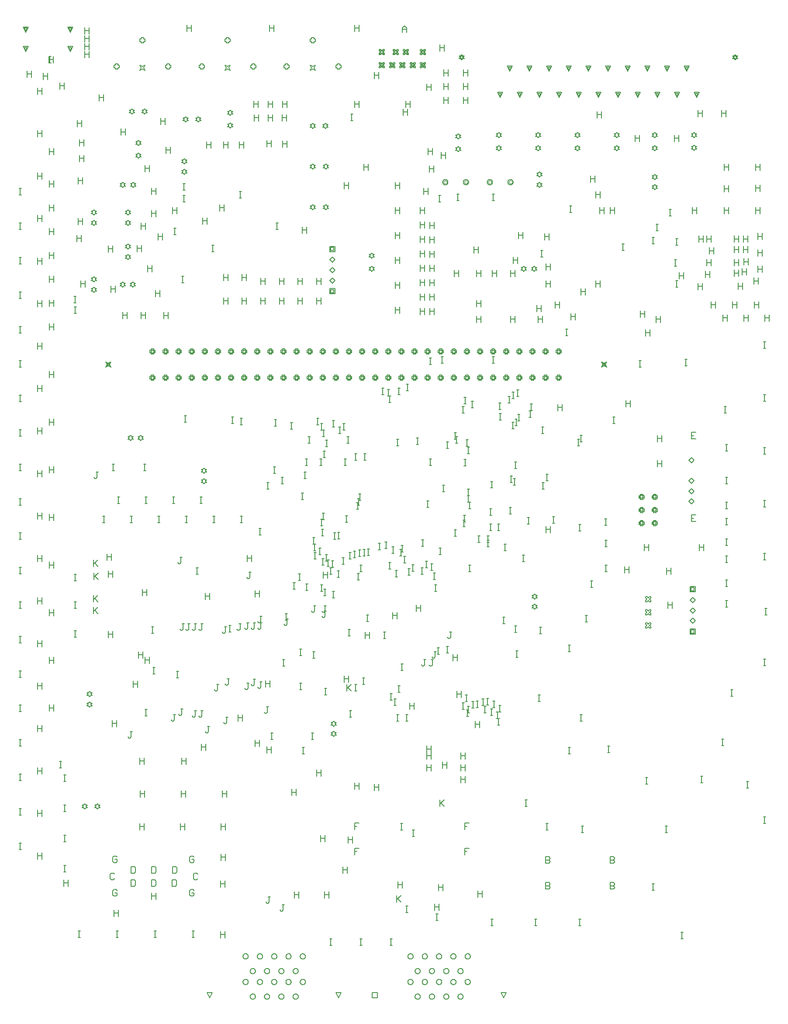
<source format=gbr>
%FSTAX44Y44*%
%MOMM*%
%SFA1B1*%

%IPPOS*%
%ADD173C,0.127000*%
%ADD174C,0.169300*%
%ADD175C,0.101600*%
%LNsega_801_remake_drawing_1-1*%
%LPD*%
G54D173*
X00920259Y0004826D02*
Y0005842D01*
X00930419*
Y0004826*
X00920259*
X01175239D02*
X01170159Y0005842D01*
X01180319*
X01175239Y0004826*
X00479859Y0176022D02*
X00482399Y0176276D01*
X00484939*
X00482399Y017653*
X00484939Y0176784*
X00482399*
X00479859Y0177038*
X00477319Y0176784*
X00474779*
X00477319Y017653*
X00474779Y0176276*
X00477319*
X00479859Y0176022*
X00454859D02*
X00457399Y0176276D01*
X00459939*
X00457399Y017653*
X00459939Y0176784*
X00457399*
X00454859Y0177038*
X00452319Y0176784*
X00449779*
X00452319Y017653*
X00449779Y0176276*
X00452319*
X00454859Y0176022*
X0139446Y016891D02*
X01397Y0169164D01*
X0139954*
X01397Y0169418*
X0139954Y0169672*
X01397*
X0139446Y0169926*
X0139192Y0169672*
X0138938*
X0139192Y0169418*
X0138938Y0169164*
X0139192*
X0139446Y016891*
Y01714099D02*
X01397Y01716639D01*
X0139954*
X01397Y01719179*
X0139954Y01721719*
X01397*
X0139446Y01724259*
X0139192Y01721719*
X0138938*
X0139192Y01719179*
X0138938Y01716639*
X0139192*
X0139446Y01714099*
X00799919Y01844919D02*
X00802459Y01849999D01*
X00799919Y01855079*
X00804999Y01852539*
X00810079Y01855079*
X00807539Y01849999*
X00810079Y01844919*
X00804999Y01847459*
X00799919Y01844919*
X00852459Y01849459D02*
Y01846919D01*
X00857539*
Y01849459*
X00860079*
Y01854539*
X00857539*
Y01857079*
X00852459*
Y01854539*
X00849919*
Y01849459*
X00852459*
X00802459Y01900459D02*
Y01897919D01*
X00807539*
Y01900459*
X00810079*
Y01905539*
X00807539*
Y01908079*
X00802459*
Y01905539*
X00799919*
Y01900459*
X00802459*
X00752459Y01849459D02*
Y01846919D01*
X00757539*
Y01849459*
X00760079*
Y01854539*
X00757539*
Y01857079*
X00752459*
Y01854539*
X00749919*
Y01849459*
X00752459*
X00422459D02*
Y01846919D01*
X00427539*
Y01849459*
X00430079*
Y01854539*
X00427539*
Y01857079*
X00422459*
Y01854539*
X00419919*
Y01849459*
X00422459*
X00472459Y01900459D02*
Y01897919D01*
X00477539*
Y01900459*
X00480079*
Y01905539*
X00477539*
Y01908079*
X00472459*
Y01905539*
X00469919*
Y01900459*
X00472459*
X00522459Y01849459D02*
Y01846919D01*
X00527539*
Y01849459*
X00530079*
Y01854539*
X00527539*
Y01857079*
X00522459*
Y01854539*
X00519919*
Y01849459*
X00522459*
X00469919Y01844919D02*
X00472459Y01849999D01*
X00469919Y01855079*
X00474999Y01852539*
X00480079Y01855079*
X00477539Y01849999*
X00480079Y01844919*
X00474999Y01847459*
X00469919Y01844919*
X00634919D02*
X00637459Y01849999D01*
X00634919Y01855079*
X00639999Y01852539*
X00645079Y01855079*
X00642539Y01849999*
X00645079Y01844919*
X00639999Y01847459*
X00634919Y01844919*
X00687459Y01849459D02*
Y01846919D01*
X00692539*
Y01849459*
X00695079*
Y01854539*
X00692539*
Y01857079*
X00687459*
Y01854539*
X00684919*
Y01849459*
X00687459*
X00637459Y01900459D02*
Y01897919D01*
X00642539*
Y01900459*
X00645079*
Y01905539*
X00642539*
Y01908079*
X00637459*
Y01905539*
X00634919*
Y01900459*
X00637459*
X00587459Y01849459D02*
Y01846919D01*
X00592539*
Y01849459*
X00595079*
Y01854539*
X00592539*
Y01857079*
X00587459*
Y01854539*
X00584919*
Y01849459*
X00587459*
X00605779Y0004826D02*
X00600699Y0005842D01*
X00610859*
X00605779Y0004826*
X0145034Y0076454D02*
X0145288D01*
X0145542Y0076708*
X0145796Y0076454*
X014605*
Y0076708*
X0145796Y0076962*
X014605Y0077216*
Y007747*
X0145796*
X0145542Y0077216*
X0145288Y007747*
X0145034*
Y0077216*
X0145288Y0076962*
X0145034Y0076708*
Y0076454*
Y0078994D02*
X0145288D01*
X0145542Y0079248*
X0145796Y0078994*
X014605*
Y0079248*
X0145796Y0079502*
X014605Y0079756*
Y008001*
X0145796*
X0145542Y0079756*
X0145288Y008001*
X0145034*
Y0079756*
X0145288Y0079502*
X0145034Y0079248*
Y0078994*
Y0081534D02*
X0145288D01*
X0145542Y0081788*
X0145796Y0081534*
X014605*
Y0081788*
X0145796Y0082042*
X014605Y0082296*
Y008255*
X0145796*
X0145542Y0082296*
X0145288Y008255*
X0145034*
Y0082296*
X0145288Y0082042*
X0145034Y0081788*
Y0081534*
X015367Y00778519D02*
X0154178Y00783599D01*
X0154686Y00778519*
X0154178Y00773439*
X015367Y00778519*
Y00798519D02*
X0154178Y00803599D01*
X0154686Y00798519*
X0154178Y00793439*
X015367Y00798519*
Y00818519D02*
X0154178Y00823599D01*
X0154686Y00818519*
X0154178Y00813439*
X015367Y00818519*
Y00752439D02*
Y00762599D01*
X0154686*
Y00752439*
X015367*
X01538732Y00754471D02*
Y00760567D01*
X01544828*
Y00754471*
X01538732*
X015367Y00834439D02*
Y00844599D01*
X0154686*
Y00834439*
X015367*
X01538732Y00836471D02*
Y00842567D01*
X01544828*
Y00836471*
X01538732*
X0108712Y01686959D02*
X0108966Y01689499D01*
X010922*
X0108966Y01692039*
X010922Y01694579*
X0108966*
X0108712Y01697119*
X0108458Y01694579*
X0108204*
X0108458Y01692039*
X0108204Y01689499*
X0108458*
X0108712Y01686959*
Y0171196D02*
X0108966Y017145D01*
X010922*
X0108966Y0171704*
X010922Y0171958*
X0108966*
X0108712Y0172212*
X0108458Y0171958*
X0108204*
X0108458Y0171704*
X0108204Y017145*
X0108458*
X0108712Y0171196*
X01214279Y0145542D02*
X01216819Y0145796D01*
X01219359*
X01216819Y014605*
X01219359Y0146304*
X01216819*
X01214279Y0146558*
X01211739Y0146304*
X01209199*
X01211739Y014605*
X01209199Y0145796*
X01211739*
X01214279Y0145542*
X01234279D02*
X01236819Y0145796D01*
X01239359*
X01236819Y014605*
X01239359Y0146304*
X01236819*
X01234279Y0146558*
X01231739Y0146304*
X01229199*
X01231739Y014605*
X01229199Y0145796*
X01231739*
X01234279Y0145542*
X008382Y0149352D02*
Y0150368D01*
X0084836*
Y0149352*
X008382*
X00840232Y01495552D02*
Y01501648D01*
X00846328*
Y01495552*
X00840232*
X008382Y01411519D02*
Y01421679D01*
X0084836*
Y01411519*
X008382*
X00840232Y01413551D02*
Y01419647D01*
X00846328*
Y01413551*
X00840232*
X008382Y01477599D02*
X0084328Y01482679D01*
X0084836Y01477599*
X0084328Y01472519*
X008382Y01477599*
Y01457599D02*
X0084328Y01462679D01*
X0084836Y01457599*
X0084328Y01452519*
X008382Y01457599*
Y01437599D02*
X0084328Y01442679D01*
X0084836Y01437599*
X0084328Y01432519*
X008382Y01437599*
X00830179Y0173228D02*
X00832719Y0173482D01*
X00835259*
X00832719Y0173736*
X00835259Y017399*
X00832719*
X00830179Y0174244*
X00827639Y017399*
X00825099*
X00827639Y0173736*
X00825099Y0173482*
X00827639*
X00830179Y0173228*
X0080518D02*
X0080772Y0173482D01*
X0081026*
X0080772Y0173736*
X0081026Y017399*
X0080772*
X0080518Y0174244*
X0080264Y017399*
X008001*
X0080264Y0173736*
X008001Y0173482*
X0080264*
X0080518Y0173228*
X0083058Y015748D02*
X0083312Y0157734D01*
X0083566*
X0083312Y0157988*
X0083566Y0158242*
X0083312*
X0083058Y0158496*
X0082804Y0158242*
X008255*
X0082804Y0157988*
X008255Y0157734*
X0082804*
X0083058Y015748*
X00805579D02*
X00808119Y0157734D01*
X00810659*
X00808119Y0157988*
X00810659Y0158242*
X00808119*
X00805579Y0158496*
X00803039Y0158242*
X00800499*
X00803039Y0157988*
X00800499Y0157734*
X00803039*
X00805579Y015748*
X0124206Y01714099D02*
X012446Y01716639D01*
X0124714*
X012446Y01719179*
X0124714Y01721719*
X012446*
X0124206Y01724259*
X0123952Y01721719*
X0123698*
X0123952Y01719179*
X0123698Y01716639*
X0123952*
X0124206Y01714099*
Y016891D02*
X012446Y0169164D01*
X0124714*
X012446Y0169418*
X0124714Y0169672*
X012446*
X0124206Y0169926*
X0123952Y0169672*
X0123698*
X0123952Y0169418*
X0123698Y0169164*
X0123952*
X0124206Y016891*
X011684Y01791919D02*
X0116332Y01802079D01*
X0117348*
X011684Y01791919*
Y01793951D02*
X01165352Y01800047D01*
X01171448*
X011684Y01793951*
X0118745Y01842719D02*
X0118237Y01852879D01*
X0119253*
X0118745Y01842719*
Y01844751D02*
X01184402Y01850847D01*
X01190498*
X0118745Y01844751*
X012065Y01791919D02*
X0120142Y01802079D01*
X0121158*
X012065Y01791919*
Y01793951D02*
X01203452Y01800047D01*
X01209548*
X012065Y01793951*
X0122555Y01842719D02*
X0122047Y01852879D01*
X0123063*
X0122555Y01842719*
Y01844751D02*
X01222502Y01850847D01*
X01228598*
X0122555Y01844751*
X012446Y01791919D02*
X0123952Y01802079D01*
X0124968*
X012446Y01791919*
Y01793951D02*
X01241552Y01800047D01*
X01247648*
X012446Y01793951*
X0126365Y01842719D02*
X0125857Y01852879D01*
X0126873*
X0126365Y01842719*
Y01844751D02*
X01260602Y01850847D01*
X01266698*
X0126365Y01844751*
X012827Y01791919D02*
X0127762Y01802079D01*
X0128778*
X012827Y01791919*
Y01793951D02*
X01279652Y01800047D01*
X01285748*
X012827Y01793951*
X0130175Y01842719D02*
X0129667Y01852879D01*
X0130683*
X0130175Y01842719*
Y01844751D02*
X01298702Y01850847D01*
X01304798*
X0130175Y01844751*
X013208Y01791919D02*
X0131572Y01802079D01*
X0132588*
X013208Y01791919*
Y01793951D02*
X01317752Y01800047D01*
X01323848*
X013208Y01793951*
X0133985Y01842719D02*
X0133477Y01852879D01*
X0134493*
X0133985Y01842719*
Y01844751D02*
X01336802Y01850847D01*
X01342898*
X0133985Y01844751*
X013589Y01791919D02*
X0135382Y01802079D01*
X0136398*
X013589Y01791919*
Y01793951D02*
X01355852Y01800047D01*
X01361948*
X013589Y01793951*
X0137795Y01842719D02*
X0137287Y01852879D01*
X0138303*
X0137795Y01842719*
Y01844751D02*
X01374902Y01850847D01*
X01380998*
X0137795Y01844751*
X01397Y01791919D02*
X0139192Y01802079D01*
X0140208*
X01397Y01791919*
Y01793951D02*
X01393952Y01800047D01*
X01400048*
X01397Y01793951*
X0141605Y01842719D02*
X0141097Y01852879D01*
X0142113*
X0141605Y01842719*
Y01844751D02*
X01413002Y01850847D01*
X01419098*
X0141605Y01844751*
X014351Y01791919D02*
X0143002Y01802079D01*
X0144018*
X014351Y01791919*
Y01793951D02*
X01432052Y01800047D01*
X01438148*
X014351Y01793951*
X0145415Y01842719D02*
X0144907Y01852879D01*
X0145923*
X0145415Y01842719*
Y01844751D02*
X01451102Y01850847D01*
X01457198*
X0145415Y01844751*
X014732Y01791919D02*
X0146812Y01802079D01*
X0147828*
X014732Y01791919*
Y01793951D02*
X01470152Y01800047D01*
X01476248*
X014732Y01793951*
X0149225Y01842719D02*
X0148717Y01852879D01*
X0149733*
X0149225Y01842719*
Y01844751D02*
X01489202Y01850847D01*
X01495298*
X0149225Y01844751*
X015113Y01791919D02*
X0150622Y01802079D01*
X0151638*
X015113Y01791919*
Y01793951D02*
X01508252Y01800047D01*
X01514348*
X015113Y01793951*
X0153035Y01842719D02*
X0152527Y01852879D01*
X0153543*
X0153035Y01842719*
Y01844751D02*
X01527302Y01850847D01*
X01533398*
X0153035Y01844751*
X015494Y01791919D02*
X0154432Y01802079D01*
X0155448*
X015494Y01791919*
Y01793951D02*
X01546352Y01800047D01*
X01552448*
X015494Y01793951*
X01623899Y01864719D02*
X01626439Y01867259D01*
X01628979*
X01626439Y01869799*
X01628979Y01872339*
X01626439*
X01623899Y01874879*
X01621359Y01872339*
X01618819*
X01621359Y01869799*
X01618819Y01867259*
X01621359*
X01623899Y01864719*
Y01866751D02*
X01625423Y01868275D01*
X01626947*
X01625423Y01869799*
X01626947Y01871323*
X01625423*
X01623899Y01872847*
X01622375Y01871323*
X01620851*
X01622375Y01869799*
X01620851Y01868275*
X01622375*
X01623899Y01866751*
X01093899Y01864719D02*
X01096439Y01867259D01*
X01098979*
X01096439Y01869799*
X01098979Y01872339*
X01096439*
X01093899Y01874879*
X01091359Y01872339*
X01088819*
X01091359Y01869799*
X01088819Y01867259*
X01091359*
X01093899Y01864719*
Y01866751D02*
X01095423Y01868275D01*
X01096947*
X01095423Y01869799*
X01096947Y01871323*
X01095423*
X01093899Y01872847*
X01092375Y01871323*
X01090851*
X01092375Y01869799*
X01090851Y01868275*
X01092375*
X01093899Y01866751*
X0044704Y0154432D02*
X0044958Y0154686D01*
X0045212*
X0044958Y015494*
X0045212Y0155194*
X0044958*
X0044704Y0155448*
X004445Y0155194*
X0044196*
X004445Y015494*
X0044196Y0154686*
X004445*
X0044704Y0154432*
Y01564319D02*
X0044958Y01566859D01*
X0045212*
X0044958Y01569399*
X0045212Y01571939*
X0044958*
X0044704Y01574479*
X004445Y01571939*
X0044196*
X004445Y01569399*
X0044196Y01566859*
X004445*
X0044704Y01564319*
X0043688Y0142494D02*
X0043942Y0142748D01*
X0044196*
X0043942Y0143002*
X0044196Y0143256*
X0043942*
X0043688Y014351*
X0043434Y0143256*
X004318*
X0043434Y0143002*
X004318Y0142748*
X0043434*
X0043688Y0142494*
X00456879D02*
X00459419Y0142748D01*
X00461959*
X00459419Y0143002*
X00461959Y0143256*
X00459419*
X00456879Y014351*
X00454339Y0143256*
X00451799*
X00454339Y0143002*
X00451799Y0142748*
X00454339*
X00456879Y0142494*
X0044704Y01498279D02*
X0044958Y01500819D01*
X0045212*
X0044958Y01503359*
X0045212Y01505899*
X0044958*
X0044704Y01508439*
X004445Y01505899*
X0044196*
X004445Y01503359*
X0044196Y01500819*
X004445*
X0044704Y01498279*
Y0147828D02*
X0044958Y0148082D01*
X0045212*
X0044958Y0148336*
X0045212Y014859*
X0044958*
X0044704Y0148844*
X004445Y014859*
X0044196*
X004445Y0148336*
X0044196Y0148082*
X004445*
X0044704Y0147828*
X00381Y0141478D02*
X0038354Y0141732D01*
X0038608*
X0038354Y0141986*
X0038608Y014224*
X0038354*
X00381Y0142494*
X0037846Y014224*
X0037592*
X0037846Y0141986*
X0037592Y0141732*
X0037846*
X00381Y0141478*
Y01434779D02*
X0038354Y01437319D01*
X0038608*
X0038354Y01439859*
X0038608Y01442399*
X0038354*
X00381Y01444939*
X0037846Y01442399*
X0037592*
X0037846Y01439859*
X0037592Y01437319*
X0037846*
X00381Y01434779*
X0064516Y01757479D02*
X006477Y01760019D01*
X0065024*
X006477Y01762559*
X0065024Y01765099*
X006477*
X0064516Y01767639*
X0064262Y01765099*
X0064008*
X0064262Y01762559*
X0064008Y01760019*
X0064262*
X0064516Y01757479*
Y01732479D02*
X006477Y01735019D01*
X0065024*
X006477Y01737559*
X0065024Y01740099*
X006477*
X0064516Y01742639*
X0064262Y01740099*
X0064008*
X0064262Y01737559*
X0064008Y01735019*
X0064262*
X0064516Y01732479*
X00558999Y0174498D02*
X00561539Y0174752D01*
X00564079*
X00561539Y0175006*
X00564079Y017526*
X00561539*
X00558999Y0175514*
X00556459Y017526*
X00553919*
X00556459Y0175006*
X00553919Y0174752*
X00556459*
X00558999Y0174498*
X00583999D02*
X00586539Y0174752D01*
X00589079*
X00586539Y0175006*
X00589079Y017526*
X00586539*
X00583999Y0175514*
X00581459Y017526*
X00578919*
X00581459Y0175006*
X00578919Y0174752*
X00581459*
X00583999Y0174498*
X00437199Y0161798D02*
X00439739Y0162052D01*
X00442279*
X00439739Y0162306*
X00442279Y016256*
X00439739*
X00437199Y0162814*
X00434659Y016256*
X00432119*
X00434659Y0162306*
X00432119Y0162052*
X00434659*
X00437199Y0161798*
X004572D02*
X0045974Y0162052D01*
X0046228*
X0045974Y0162306*
X0046228Y016256*
X0045974*
X004572Y0162814*
X0045466Y016256*
X0045212*
X0045466Y0162306*
X0045212Y0162052*
X0045466*
X004572Y0161798*
X00381Y0154432D02*
X0038354Y0154686D01*
X0038608*
X0038354Y015494*
X0038608Y0155194*
X0038354*
X00381Y0155448*
X0037846Y0155194*
X0037592*
X0037846Y015494*
X0037592Y0154686*
X0037846*
X00381Y0154432*
Y01564319D02*
X0038354Y01566859D01*
X0038608*
X0038354Y01569399*
X0038608Y01571939*
X0038354*
X00381Y01574479*
X0037846Y01571939*
X0037592*
X0037846Y01569399*
X0037592Y01566859*
X0037846*
X00381Y01564319*
X00855679Y0004826D02*
X00850599Y0005842D01*
X00860759*
X00855679Y0004826*
X01364659Y01269293D02*
X01367199Y01274373D01*
X01364659Y01279453*
X01369739Y01276913*
X01374819Y01279453*
X01372279Y01274373*
X01374819Y01269293*
X01369739Y01271833*
X01364659Y01269293*
X01366691Y01271325D02*
X01368215Y01274373D01*
X01366691Y01277421*
X01369739Y01275897*
X01372787Y01277421*
X01371263Y01274373*
X01372787Y01271325*
X01369739Y01272849*
X01366691Y01271325*
X00404359Y01269293D02*
X00406899Y01274373D01*
X00404359Y01279453*
X00409439Y01276913*
X00414519Y01279453*
X00411979Y01274373*
X00414519Y01269293*
X00409439Y01271833*
X00404359Y01269293*
X00406391Y01271325D02*
X00407915Y01274373D01*
X00406391Y01277421*
X00409439Y01275897*
X00412487Y01277421*
X00410963Y01274373*
X00412487Y01271325*
X00409439Y01272849*
X00406391Y01271325*
X00492359Y01297233D02*
Y01294693D01*
X00497439*
Y01297233*
X00499979*
Y01302313*
X00497439*
Y01304853*
X00492359*
Y01302313*
X00489819*
Y01297233*
X00492359*
X00493375Y01298249D02*
Y01296725D01*
X00496423*
Y01298249*
X00497947*
Y01301297*
X00496423*
Y01302821*
X00493375*
Y01301297*
X00491851*
Y01298249*
X00493375*
X00517759Y01297233D02*
Y01294693D01*
X00522839*
Y01297233*
X00525379*
Y01302313*
X00522839*
Y01304853*
X00517759*
Y01302313*
X00515219*
Y01297233*
X00517759*
X00518775Y01298249D02*
Y01296725D01*
X00521823*
Y01298249*
X00523347*
Y01301297*
X00521823*
Y01302821*
X00518775*
Y01301297*
X00517251*
Y01298249*
X00518775*
X00543159Y01297233D02*
Y01294693D01*
X00548239*
Y01297233*
X00550779*
Y01302313*
X00548239*
Y01304853*
X00543159*
Y01302313*
X00540619*
Y01297233*
X00543159*
X00544175Y01298249D02*
Y01296725D01*
X00547223*
Y01298249*
X00548747*
Y01301297*
X00547223*
Y01302821*
X00544175*
Y01301297*
X00542651*
Y01298249*
X00544175*
X00568559Y01297233D02*
Y01294693D01*
X00573639*
Y01297233*
X00576179*
Y01302313*
X00573639*
Y01304853*
X00568559*
Y01302313*
X00566019*
Y01297233*
X00568559*
X00569575Y01298249D02*
Y01296725D01*
X00572623*
Y01298249*
X00574147*
Y01301297*
X00572623*
Y01302821*
X00569575*
Y01301297*
X00568051*
Y01298249*
X00569575*
X00593959Y01297233D02*
Y01294693D01*
X00599039*
Y01297233*
X00601579*
Y01302313*
X00599039*
Y01304853*
X00593959*
Y01302313*
X00591419*
Y01297233*
X00593959*
X00594975Y01298249D02*
Y01296725D01*
X00598023*
Y01298249*
X00599547*
Y01301297*
X00598023*
Y01302821*
X00594975*
Y01301297*
X00593451*
Y01298249*
X00594975*
X00619359Y01297233D02*
Y01294693D01*
X00624439*
Y01297233*
X00626979*
Y01302313*
X00624439*
Y01304853*
X00619359*
Y01302313*
X00616819*
Y01297233*
X00619359*
X00620375Y01298249D02*
Y01296725D01*
X00623423*
Y01298249*
X00624947*
Y01301297*
X00623423*
Y01302821*
X00620375*
Y01301297*
X00618851*
Y01298249*
X00620375*
X00644759Y01297233D02*
Y01294693D01*
X00649839*
Y01297233*
X00652379*
Y01302313*
X00649839*
Y01304853*
X00644759*
Y01302313*
X00642219*
Y01297233*
X00644759*
X00645775Y01298249D02*
Y01296725D01*
X00648823*
Y01298249*
X00650347*
Y01301297*
X00648823*
Y01302821*
X00645775*
Y01301297*
X00644251*
Y01298249*
X00645775*
X00670159Y01297233D02*
Y01294693D01*
X00675239*
Y01297233*
X00677779*
Y01302313*
X00675239*
Y01304853*
X00670159*
Y01302313*
X00667619*
Y01297233*
X00670159*
X00671175Y01298249D02*
Y01296725D01*
X00674223*
Y01298249*
X00675747*
Y01301297*
X00674223*
Y01302821*
X00671175*
Y01301297*
X00669651*
Y01298249*
X00671175*
X00695559Y01297233D02*
Y01294693D01*
X00700639*
Y01297233*
X00703179*
Y01302313*
X00700639*
Y01304853*
X00695559*
Y01302313*
X00693019*
Y01297233*
X00695559*
X00696575Y01298249D02*
Y01296725D01*
X00699623*
Y01298249*
X00701147*
Y01301297*
X00699623*
Y01302821*
X00696575*
Y01301297*
X00695051*
Y01298249*
X00696575*
X00720959Y01297233D02*
Y01294693D01*
X00726039*
Y01297233*
X00728579*
Y01302313*
X00726039*
Y01304853*
X00720959*
Y01302313*
X00718419*
Y01297233*
X00720959*
X00721975Y01298249D02*
Y01296725D01*
X00725023*
Y01298249*
X00726547*
Y01301297*
X00725023*
Y01302821*
X00721975*
Y01301297*
X00720451*
Y01298249*
X00721975*
X00746359Y01297233D02*
Y01294693D01*
X00751439*
Y01297233*
X00753979*
Y01302313*
X00751439*
Y01304853*
X00746359*
Y01302313*
X00743819*
Y01297233*
X00746359*
X00747375Y01298249D02*
Y01296725D01*
X00750423*
Y01298249*
X00751947*
Y01301297*
X00750423*
Y01302821*
X00747375*
Y01301297*
X00745851*
Y01298249*
X00747375*
X00771759Y01297233D02*
Y01294693D01*
X00776839*
Y01297233*
X00779379*
Y01302313*
X00776839*
Y01304853*
X00771759*
Y01302313*
X00769219*
Y01297233*
X00771759*
X00772775Y01298249D02*
Y01296725D01*
X00775823*
Y01298249*
X00777347*
Y01301297*
X00775823*
Y01302821*
X00772775*
Y01301297*
X00771251*
Y01298249*
X00772775*
X00797159Y01297233D02*
Y01294693D01*
X00802239*
Y01297233*
X00804779*
Y01302313*
X00802239*
Y01304853*
X00797159*
Y01302313*
X00794619*
Y01297233*
X00797159*
X00798175Y01298249D02*
Y01296725D01*
X00801223*
Y01298249*
X00802747*
Y01301297*
X00801223*
Y01302821*
X00798175*
Y01301297*
X00796651*
Y01298249*
X00798175*
X00822559Y01297233D02*
Y01294693D01*
X00827639*
Y01297233*
X00830179*
Y01302313*
X00827639*
Y01304853*
X00822559*
Y01302313*
X00820019*
Y01297233*
X00822559*
X00823575Y01298249D02*
Y01296725D01*
X00826623*
Y01298249*
X00828147*
Y01301297*
X00826623*
Y01302821*
X00823575*
Y01301297*
X00822051*
Y01298249*
X00823575*
X00847959Y01297233D02*
Y01294693D01*
X00853039*
Y01297233*
X00855579*
Y01302313*
X00853039*
Y01304853*
X00847959*
Y01302313*
X00845419*
Y01297233*
X00847959*
X00848975Y01298249D02*
Y01296725D01*
X00852023*
Y01298249*
X00853547*
Y01301297*
X00852023*
Y01302821*
X00848975*
Y01301297*
X00847451*
Y01298249*
X00848975*
X00873359Y01297233D02*
Y01294693D01*
X00878439*
Y01297233*
X00880979*
Y01302313*
X00878439*
Y01304853*
X00873359*
Y01302313*
X00870819*
Y01297233*
X00873359*
X00874375Y01298249D02*
Y01296725D01*
X00877423*
Y01298249*
X00878947*
Y01301297*
X00877423*
Y01302821*
X00874375*
Y01301297*
X00872851*
Y01298249*
X00874375*
X00898759Y01297233D02*
Y01294693D01*
X00903839*
Y01297233*
X00906379*
Y01302313*
X00903839*
Y01304853*
X00898759*
Y01302313*
X00896219*
Y01297233*
X00898759*
X00899775Y01298249D02*
Y01296725D01*
X00902823*
Y01298249*
X00904347*
Y01301297*
X00902823*
Y01302821*
X00899775*
Y01301297*
X00898251*
Y01298249*
X00899775*
X00924159Y01297233D02*
Y01294693D01*
X00929239*
Y01297233*
X00931779*
Y01302313*
X00929239*
Y01304853*
X00924159*
Y01302313*
X00921619*
Y01297233*
X00924159*
X00925175Y01298249D02*
Y01296725D01*
X00928223*
Y01298249*
X00929747*
Y01301297*
X00928223*
Y01302821*
X00925175*
Y01301297*
X00923651*
Y01298249*
X00925175*
X00949559Y01297233D02*
Y01294693D01*
X00954639*
Y01297233*
X00957179*
Y01302313*
X00954639*
Y01304853*
X00949559*
Y01302313*
X00947019*
Y01297233*
X00949559*
X00950575Y01298249D02*
Y01296725D01*
X00953623*
Y01298249*
X00955147*
Y01301297*
X00953623*
Y01302821*
X00950575*
Y01301297*
X00949051*
Y01298249*
X00950575*
X00974959Y01297233D02*
Y01294693D01*
X00980039*
Y01297233*
X00982579*
Y01302313*
X00980039*
Y01304853*
X00974959*
Y01302313*
X00972419*
Y01297233*
X00974959*
X00975975Y01298249D02*
Y01296725D01*
X00979023*
Y01298249*
X00980547*
Y01301297*
X00979023*
Y01302821*
X00975975*
Y01301297*
X00974451*
Y01298249*
X00975975*
X01000359Y01297233D02*
Y01294693D01*
X01005439*
Y01297233*
X01007979*
Y01302313*
X01005439*
Y01304853*
X01000359*
Y01302313*
X00997819*
Y01297233*
X01000359*
X01001375Y01298249D02*
Y01296725D01*
X01004423*
Y01298249*
X01005947*
Y01301297*
X01004423*
Y01302821*
X01001375*
Y01301297*
X00999851*
Y01298249*
X01001375*
X01025759Y01297233D02*
Y01294693D01*
X01030839*
Y01297233*
X01033379*
Y01302313*
X01030839*
Y01304853*
X01025759*
Y01302313*
X01023219*
Y01297233*
X01025759*
X01026775Y01298249D02*
Y01296725D01*
X01029823*
Y01298249*
X01031347*
Y01301297*
X01029823*
Y01302821*
X01026775*
Y01301297*
X01025251*
Y01298249*
X01026775*
X01051159Y01297233D02*
Y01294693D01*
X01056239*
Y01297233*
X01058779*
Y01302313*
X01056239*
Y01304853*
X01051159*
Y01302313*
X01048619*
Y01297233*
X01051159*
X01052175Y01298249D02*
Y01296725D01*
X01055223*
Y01298249*
X01056747*
Y01301297*
X01055223*
Y01302821*
X01052175*
Y01301297*
X01050651*
Y01298249*
X01052175*
X01076559Y01297233D02*
Y01294693D01*
X01081639*
Y01297233*
X01084179*
Y01302313*
X01081639*
Y01304853*
X01076559*
Y01302313*
X01074019*
Y01297233*
X01076559*
X01077575Y01298249D02*
Y01296725D01*
X01080623*
Y01298249*
X01082147*
Y01301297*
X01080623*
Y01302821*
X01077575*
Y01301297*
X01076051*
Y01298249*
X01077575*
X01101959Y01297233D02*
Y01294693D01*
X01107039*
Y01297233*
X01109579*
Y01302313*
X01107039*
Y01304853*
X01101959*
Y01302313*
X01099419*
Y01297233*
X01101959*
X01102975Y01298249D02*
Y01296725D01*
X01106023*
Y01298249*
X01107547*
Y01301297*
X01106023*
Y01302821*
X01102975*
Y01301297*
X01101451*
Y01298249*
X01102975*
X01127359Y01297233D02*
Y01294693D01*
X01132439*
Y01297233*
X01134979*
Y01302313*
X01132439*
Y01304853*
X01127359*
Y01302313*
X01124819*
Y01297233*
X01127359*
X01128375Y01298249D02*
Y01296725D01*
X01131423*
Y01298249*
X01132947*
Y01301297*
X01131423*
Y01302821*
X01128375*
Y01301297*
X01126851*
Y01298249*
X01128375*
X01152759Y01297233D02*
Y01294693D01*
X01157839*
Y01297233*
X01160379*
Y01302313*
X01157839*
Y01304853*
X01152759*
Y01302313*
X01150219*
Y01297233*
X01152759*
X01153775Y01298249D02*
Y01296725D01*
X01156823*
Y01298249*
X01158347*
Y01301297*
X01156823*
Y01302821*
X01153775*
Y01301297*
X01152251*
Y01298249*
X01153775*
X01178159Y01297233D02*
Y01294693D01*
X01183239*
Y01297233*
X01185779*
Y01302313*
X01183239*
Y01304853*
X01178159*
Y01302313*
X01175619*
Y01297233*
X01178159*
X01179175Y01298249D02*
Y01296725D01*
X01182223*
Y01298249*
X01183747*
Y01301297*
X01182223*
Y01302821*
X01179175*
Y01301297*
X01177651*
Y01298249*
X01179175*
X01203559Y01297233D02*
Y01294693D01*
X01208639*
Y01297233*
X01211179*
Y01302313*
X01208639*
Y01304853*
X01203559*
Y01302313*
X01201019*
Y01297233*
X01203559*
X01204575Y01298249D02*
Y01296725D01*
X01207623*
Y01298249*
X01209147*
Y01301297*
X01207623*
Y01302821*
X01204575*
Y01301297*
X01203051*
Y01298249*
X01204575*
X01228959Y01297233D02*
Y01294693D01*
X01234039*
Y01297233*
X01236579*
Y01302313*
X01234039*
Y01304853*
X01228959*
Y01302313*
X01226419*
Y01297233*
X01228959*
X01229975Y01298249D02*
Y01296725D01*
X01233023*
Y01298249*
X01234547*
Y01301297*
X01233023*
Y01302821*
X01229975*
Y01301297*
X01228451*
Y01298249*
X01229975*
X01254359Y01297233D02*
Y01294693D01*
X01259439*
Y01297233*
X01261979*
Y01302313*
X01259439*
Y01304853*
X01254359*
Y01302313*
X01251819*
Y01297233*
X01254359*
X01255375Y01298249D02*
Y01296725D01*
X01258423*
Y01298249*
X01259947*
Y01301297*
X01258423*
Y01302821*
X01255375*
Y01301297*
X01253851*
Y01298249*
X01255375*
X01279759Y01297233D02*
Y01294693D01*
X01284839*
Y01297233*
X01287379*
Y01302313*
X01284839*
Y01304853*
X01279759*
Y01302313*
X01277219*
Y01297233*
X01279759*
X01280775Y01298249D02*
Y01296725D01*
X01283823*
Y01298249*
X01285347*
Y01301297*
X01283823*
Y01302821*
X01280775*
Y01301297*
X01279251*
Y01298249*
X01280775*
X01279759Y01246433D02*
Y01243893D01*
X01284839*
Y01246433*
X01287379*
Y01251513*
X01284839*
Y01254053*
X01279759*
Y01251513*
X01277219*
Y01246433*
X01279759*
X01280775Y01247449D02*
Y01245925D01*
X01283823*
Y01247449*
X01285347*
Y01250497*
X01283823*
Y01252021*
X01280775*
Y01250497*
X01279251*
Y01247449*
X01280775*
X01254359Y01246433D02*
Y01243893D01*
X01259439*
Y01246433*
X01261979*
Y01251513*
X01259439*
Y01254053*
X01254359*
Y01251513*
X01251819*
Y01246433*
X01254359*
X01255375Y01247449D02*
Y01245925D01*
X01258423*
Y01247449*
X01259947*
Y01250497*
X01258423*
Y01252021*
X01255375*
Y01250497*
X01253851*
Y01247449*
X01255375*
X01228959Y01246433D02*
Y01243893D01*
X01234039*
Y01246433*
X01236579*
Y01251513*
X01234039*
Y01254053*
X01228959*
Y01251513*
X01226419*
Y01246433*
X01228959*
X01229975Y01247449D02*
Y01245925D01*
X01233023*
Y01247449*
X01234547*
Y01250497*
X01233023*
Y01252021*
X01229975*
Y01250497*
X01228451*
Y01247449*
X01229975*
X01203559Y01246433D02*
Y01243893D01*
X01208639*
Y01246433*
X01211179*
Y01251513*
X01208639*
Y01254053*
X01203559*
Y01251513*
X01201019*
Y01246433*
X01203559*
X01204575Y01247449D02*
Y01245925D01*
X01207623*
Y01247449*
X01209147*
Y01250497*
X01207623*
Y01252021*
X01204575*
Y01250497*
X01203051*
Y01247449*
X01204575*
X01178159Y01246433D02*
Y01243893D01*
X01183239*
Y01246433*
X01185779*
Y01251513*
X01183239*
Y01254053*
X01178159*
Y01251513*
X01175619*
Y01246433*
X01178159*
X01179175Y01247449D02*
Y01245925D01*
X01182223*
Y01247449*
X01183747*
Y01250497*
X01182223*
Y01252021*
X01179175*
Y01250497*
X01177651*
Y01247449*
X01179175*
X01152759Y01246433D02*
Y01243893D01*
X01157839*
Y01246433*
X01160379*
Y01251513*
X01157839*
Y01254053*
X01152759*
Y01251513*
X01150219*
Y01246433*
X01152759*
X01153775Y01247449D02*
Y01245925D01*
X01156823*
Y01247449*
X01158347*
Y01250497*
X01156823*
Y01252021*
X01153775*
Y01250497*
X01152251*
Y01247449*
X01153775*
X01127359Y01246433D02*
Y01243893D01*
X01132439*
Y01246433*
X01134979*
Y01251513*
X01132439*
Y01254053*
X01127359*
Y01251513*
X01124819*
Y01246433*
X01127359*
X01128375Y01247449D02*
Y01245925D01*
X01131423*
Y01247449*
X01132947*
Y01250497*
X01131423*
Y01252021*
X01128375*
Y01250497*
X01126851*
Y01247449*
X01128375*
X01101959Y01246433D02*
Y01243893D01*
X01107039*
Y01246433*
X01109579*
Y01251513*
X01107039*
Y01254053*
X01101959*
Y01251513*
X01099419*
Y01246433*
X01101959*
X01102975Y01247449D02*
Y01245925D01*
X01106023*
Y01247449*
X01107547*
Y01250497*
X01106023*
Y01252021*
X01102975*
Y01250497*
X01101451*
Y01247449*
X01102975*
X01076559Y01246433D02*
Y01243893D01*
X01081639*
Y01246433*
X01084179*
Y01251513*
X01081639*
Y01254053*
X01076559*
Y01251513*
X01074019*
Y01246433*
X01076559*
X01077575Y01247449D02*
Y01245925D01*
X01080623*
Y01247449*
X01082147*
Y01250497*
X01080623*
Y01252021*
X01077575*
Y01250497*
X01076051*
Y01247449*
X01077575*
X01051159Y01246433D02*
Y01243893D01*
X01056239*
Y01246433*
X01058779*
Y01251513*
X01056239*
Y01254053*
X01051159*
Y01251513*
X01048619*
Y01246433*
X01051159*
X01052175Y01247449D02*
Y01245925D01*
X01055223*
Y01247449*
X01056747*
Y01250497*
X01055223*
Y01252021*
X01052175*
Y01250497*
X01050651*
Y01247449*
X01052175*
X01025759Y01246433D02*
Y01243893D01*
X01030839*
Y01246433*
X01033379*
Y01251513*
X01030839*
Y01254053*
X01025759*
Y01251513*
X01023219*
Y01246433*
X01025759*
X01026775Y01247449D02*
Y01245925D01*
X01029823*
Y01247449*
X01031347*
Y01250497*
X01029823*
Y01252021*
X01026775*
Y01250497*
X01025251*
Y01247449*
X01026775*
X01000359Y01246433D02*
Y01243893D01*
X01005439*
Y01246433*
X01007979*
Y01251513*
X01005439*
Y01254053*
X01000359*
Y01251513*
X00997819*
Y01246433*
X01000359*
X01001375Y01247449D02*
Y01245925D01*
X01004423*
Y01247449*
X01005947*
Y01250497*
X01004423*
Y01252021*
X01001375*
Y01250497*
X00999851*
Y01247449*
X01001375*
X00974959Y01246433D02*
Y01243893D01*
X00980039*
Y01246433*
X00982579*
Y01251513*
X00980039*
Y01254053*
X00974959*
Y01251513*
X00972419*
Y01246433*
X00974959*
X00975975Y01247449D02*
Y01245925D01*
X00979023*
Y01247449*
X00980547*
Y01250497*
X00979023*
Y01252021*
X00975975*
Y01250497*
X00974451*
Y01247449*
X00975975*
X00949559Y01246433D02*
Y01243893D01*
X00954639*
Y01246433*
X00957179*
Y01251513*
X00954639*
Y01254053*
X00949559*
Y01251513*
X00947019*
Y01246433*
X00949559*
X00950575Y01247449D02*
Y01245925D01*
X00953623*
Y01247449*
X00955147*
Y01250497*
X00953623*
Y01252021*
X00950575*
Y01250497*
X00949051*
Y01247449*
X00950575*
X00924159Y01246433D02*
Y01243893D01*
X00929239*
Y01246433*
X00931779*
Y01251513*
X00929239*
Y01254053*
X00924159*
Y01251513*
X00921619*
Y01246433*
X00924159*
X00925175Y01247449D02*
Y01245925D01*
X00928223*
Y01247449*
X00929747*
Y01250497*
X00928223*
Y01252021*
X00925175*
Y01250497*
X00923651*
Y01247449*
X00925175*
X00898759Y01246433D02*
Y01243893D01*
X00903839*
Y01246433*
X00906379*
Y01251513*
X00903839*
Y01254053*
X00898759*
Y01251513*
X00896219*
Y01246433*
X00898759*
X00899775Y01247449D02*
Y01245925D01*
X00902823*
Y01247449*
X00904347*
Y01250497*
X00902823*
Y01252021*
X00899775*
Y01250497*
X00898251*
Y01247449*
X00899775*
X00873359Y01246433D02*
Y01243893D01*
X00878439*
Y01246433*
X00880979*
Y01251513*
X00878439*
Y01254053*
X00873359*
Y01251513*
X00870819*
Y01246433*
X00873359*
X00874375Y01247449D02*
Y01245925D01*
X00877423*
Y01247449*
X00878947*
Y01250497*
X00877423*
Y01252021*
X00874375*
Y01250497*
X00872851*
Y01247449*
X00874375*
X00847959Y01246433D02*
Y01243893D01*
X00853039*
Y01246433*
X00855579*
Y01251513*
X00853039*
Y01254053*
X00847959*
Y01251513*
X00845419*
Y01246433*
X00847959*
X00848975Y01247449D02*
Y01245925D01*
X00852023*
Y01247449*
X00853547*
Y01250497*
X00852023*
Y01252021*
X00848975*
Y01250497*
X00847451*
Y01247449*
X00848975*
X00822559Y01246433D02*
Y01243893D01*
X00827639*
Y01246433*
X00830179*
Y01251513*
X00827639*
Y01254053*
X00822559*
Y01251513*
X00820019*
Y01246433*
X00822559*
X00823575Y01247449D02*
Y01245925D01*
X00826623*
Y01247449*
X00828147*
Y01250497*
X00826623*
Y01252021*
X00823575*
Y01250497*
X00822051*
Y01247449*
X00823575*
X00797159Y01246433D02*
Y01243893D01*
X00802239*
Y01246433*
X00804779*
Y01251513*
X00802239*
Y01254053*
X00797159*
Y01251513*
X00794619*
Y01246433*
X00797159*
X00798175Y01247449D02*
Y01245925D01*
X00801223*
Y01247449*
X00802747*
Y01250497*
X00801223*
Y01252021*
X00798175*
Y01250497*
X00796651*
Y01247449*
X00798175*
X00771759Y01246433D02*
Y01243893D01*
X00776839*
Y01246433*
X00779379*
Y01251513*
X00776839*
Y01254053*
X00771759*
Y01251513*
X00769219*
Y01246433*
X00771759*
X00772775Y01247449D02*
Y01245925D01*
X00775823*
Y01247449*
X00777347*
Y01250497*
X00775823*
Y01252021*
X00772775*
Y01250497*
X00771251*
Y01247449*
X00772775*
X00746359Y01246433D02*
Y01243893D01*
X00751439*
Y01246433*
X00753979*
Y01251513*
X00751439*
Y01254053*
X00746359*
Y01251513*
X00743819*
Y01246433*
X00746359*
X00747375Y01247449D02*
Y01245925D01*
X00750423*
Y01247449*
X00751947*
Y01250497*
X00750423*
Y01252021*
X00747375*
Y01250497*
X00745851*
Y01247449*
X00747375*
X00720959Y01246433D02*
Y01243893D01*
X00726039*
Y01246433*
X00728579*
Y01251513*
X00726039*
Y01254053*
X00720959*
Y01251513*
X00718419*
Y01246433*
X00720959*
X00721975Y01247449D02*
Y01245925D01*
X00725023*
Y01247449*
X00726547*
Y01250497*
X00725023*
Y01252021*
X00721975*
Y01250497*
X00720451*
Y01247449*
X00721975*
X00695559Y01246433D02*
Y01243893D01*
X00700639*
Y01246433*
X00703179*
Y01251513*
X00700639*
Y01254053*
X00695559*
Y01251513*
X00693019*
Y01246433*
X00695559*
X00696575Y01247449D02*
Y01245925D01*
X00699623*
Y01247449*
X00701147*
Y01250497*
X00699623*
Y01252021*
X00696575*
Y01250497*
X00695051*
Y01247449*
X00696575*
X00670159Y01246433D02*
Y01243893D01*
X00675239*
Y01246433*
X00677779*
Y01251513*
X00675239*
Y01254053*
X00670159*
Y01251513*
X00667619*
Y01246433*
X00670159*
X00671175Y01247449D02*
Y01245925D01*
X00674223*
Y01247449*
X00675747*
Y01250497*
X00674223*
Y01252021*
X00671175*
Y01250497*
X00669651*
Y01247449*
X00671175*
X00644759Y01246433D02*
Y01243893D01*
X00649839*
Y01246433*
X00652379*
Y01251513*
X00649839*
Y01254053*
X00644759*
Y01251513*
X00642219*
Y01246433*
X00644759*
X00645775Y01247449D02*
Y01245925D01*
X00648823*
Y01247449*
X00650347*
Y01250497*
X00648823*
Y01252021*
X00645775*
Y01250497*
X00644251*
Y01247449*
X00645775*
X00619359Y01246433D02*
Y01243893D01*
X00624439*
Y01246433*
X00626979*
Y01251513*
X00624439*
Y01254053*
X00619359*
Y01251513*
X00616819*
Y01246433*
X00619359*
X00620375Y01247449D02*
Y01245925D01*
X00623423*
Y01247449*
X00624947*
Y01250497*
X00623423*
Y01252021*
X00620375*
Y01250497*
X00618851*
Y01247449*
X00620375*
X00593959Y01246433D02*
Y01243893D01*
X00599039*
Y01246433*
X00601579*
Y01251513*
X00599039*
Y01254053*
X00593959*
Y01251513*
X00591419*
Y01246433*
X00593959*
X00594975Y01247449D02*
Y01245925D01*
X00598023*
Y01247449*
X00599547*
Y01250497*
X00598023*
Y01252021*
X00594975*
Y01250497*
X00593451*
Y01247449*
X00594975*
X00568559Y01246433D02*
Y01243893D01*
X00573639*
Y01246433*
X00576179*
Y01251513*
X00573639*
Y01254053*
X00568559*
Y01251513*
X00566019*
Y01246433*
X00568559*
X00569575Y01247449D02*
Y01245925D01*
X00572623*
Y01247449*
X00574147*
Y01250497*
X00572623*
Y01252021*
X00569575*
Y01250497*
X00568051*
Y01247449*
X00569575*
X00543159Y01246433D02*
Y01243893D01*
X00548239*
Y01246433*
X00550779*
Y01251513*
X00548239*
Y01254053*
X00543159*
Y01251513*
X00540619*
Y01246433*
X00543159*
X00544175Y01247449D02*
Y01245925D01*
X00547223*
Y01247449*
X00548747*
Y01250497*
X00547223*
Y01252021*
X00544175*
Y01250497*
X00542651*
Y01247449*
X00544175*
X00517759Y01246433D02*
Y01243893D01*
X00522839*
Y01246433*
X00525379*
Y01251513*
X00522839*
Y01254053*
X00517759*
Y01251513*
X00515219*
Y01246433*
X00517759*
X00518775Y01247449D02*
Y01245925D01*
X00521823*
Y01247449*
X00523347*
Y01250497*
X00521823*
Y01252021*
X00518775*
Y01250497*
X00517251*
Y01247449*
X00518775*
X00492359Y01246433D02*
Y01243893D01*
X00497439*
Y01246433*
X00499979*
Y01251513*
X00497439*
Y01254053*
X00492359*
Y01251513*
X00489819*
Y01246433*
X00492359*
X00493375Y01247449D02*
Y01245925D01*
X00496423*
Y01247449*
X00497947*
Y01250497*
X00496423*
Y01252021*
X00493375*
Y01250497*
X00491851*
Y01247449*
X00493375*
X00934089Y01850089D02*
X00936629D01*
X00939169Y01852629*
X00941709Y01850089*
X00944249*
Y01852629*
X00941709Y01855169*
X00944249Y01857709*
Y01860249*
X00941709*
X00939169Y01857709*
X00936629Y01860249*
X00934089*
Y01857709*
X00936629Y01855169*
X00934089Y01852629*
Y01850089*
X00936121Y01852121D02*
X00937645D01*
X00939169Y01853645*
X00940693Y01852121*
X00942217*
Y01853645*
X00940693Y01855169*
X00942217Y01856693*
Y01858217*
X00940693*
X00939169Y01856693*
X00937645Y01858217*
X00936121*
Y01856693*
X00937645Y01855169*
X00936121Y01853645*
Y01852121*
X0097409Y01850089D02*
X0097663D01*
X0097917Y01852629*
X0098171Y01850089*
X0098425*
Y01852629*
X0098171Y01855169*
X0098425Y01857709*
Y01860249*
X0098171*
X0097917Y01857709*
X0097663Y01860249*
X0097409*
Y01857709*
X0097663Y01855169*
X0097409Y01852629*
Y01850089*
X00976122Y01852121D02*
X00977646D01*
X0097917Y01853645*
X00980694Y01852121*
X00982218*
Y01853645*
X00980694Y01855169*
X00982218Y01856693*
Y01858217*
X00980694*
X0097917Y01856693*
X00977646Y01858217*
X00976122*
Y01856693*
X00977646Y01855169*
X00976122Y01853645*
Y01852121*
X0097917Y01918169D02*
Y01926633D01*
X00983401Y01930865*
X00987633Y01926633*
Y01918169*
Y01924517*
X0097917*
X00961089Y01875089D02*
X00963629D01*
X00966169Y01877629*
X00968709Y01875089*
X00971249*
Y01877629*
X00968709Y01880169*
X00971249Y01882709*
Y01885249*
X00968709*
X00966169Y01882709*
X00963629Y01885249*
X00961089*
Y01882709*
X00963629Y01880169*
X00961089Y01877629*
Y01875089*
X00963121Y01877121D02*
X00964645D01*
X00966169Y01878645*
X00967693Y01877121*
X00969217*
Y01878645*
X00967693Y01880169*
X00969217Y01881693*
Y01883217*
X00967693*
X00966169Y01881693*
X00964645Y01883217*
X00963121*
Y01881693*
X00964645Y01880169*
X00963121Y01878645*
Y01877121*
X00981089Y01875089D02*
X00983629D01*
X00986169Y01877629*
X00988709Y01875089*
X00991249*
Y01877629*
X00988709Y01880169*
X00991249Y01882709*
Y01885249*
X00988709*
X00986169Y01882709*
X00983629Y01885249*
X00981089*
Y01882709*
X00983629Y01880169*
X00981089Y01877629*
Y01875089*
X00983121Y01877121D02*
X00984645D01*
X00986169Y01878645*
X00987693Y01877121*
X00989217*
Y01878645*
X00987693Y01880169*
X00989217Y01881693*
Y01883217*
X00987693*
X00986169Y01881693*
X00984645Y01883217*
X00983121*
Y01881693*
X00984645Y01880169*
X00983121Y01878645*
Y01877121*
X01014089Y01875089D02*
X01016629D01*
X01019169Y01877629*
X01021709Y01875089*
X01024249*
Y01877629*
X01021709Y01880169*
X01024249Y01882709*
Y01885249*
X01021709*
X01019169Y01882709*
X01016629Y01885249*
X01014089*
Y01882709*
X01016629Y01880169*
X01014089Y01877629*
Y01875089*
X01016121Y01877121D02*
X01017645D01*
X01019169Y01878645*
X01020693Y01877121*
X01022217*
Y01878645*
X01020693Y01880169*
X01022217Y01881693*
Y01883217*
X01020693*
X01019169Y01881693*
X01017645Y01883217*
X01016121*
Y01881693*
X01017645Y01880169*
X01016121Y01878645*
Y01877121*
X00934089Y01875089D02*
X00936629D01*
X00939169Y01877629*
X00941709Y01875089*
X00944249*
Y01877629*
X00941709Y01880169*
X00944249Y01882709*
Y01885249*
X00941709*
X00939169Y01882709*
X00936629Y01885249*
X00934089*
Y01882709*
X00936629Y01880169*
X00934089Y01877629*
Y01875089*
X00936121Y01877121D02*
X00937645D01*
X00939169Y01878645*
X00940693Y01877121*
X00942217*
Y01878645*
X00940693Y01880169*
X00942217Y01881693*
Y01883217*
X00940693*
X00939169Y01881693*
X00937645Y01883217*
X00936121*
Y01881693*
X00937645Y01880169*
X00936121Y01878645*
Y01877121*
X00994089Y01850089D02*
X00996629D01*
X00999169Y01852629*
X01001709Y01850089*
X01004249*
Y01852629*
X01001709Y01855169*
X01004249Y01857709*
Y01860249*
X01001709*
X00999169Y01857709*
X00996629Y01860249*
X00994089*
Y01857709*
X00996629Y01855169*
X00994089Y01852629*
Y01850089*
X00996121Y01852121D02*
X00997645D01*
X00999169Y01853645*
X01000693Y01852121*
X01002217*
Y01853645*
X01000693Y01855169*
X01002217Y01856693*
Y01858217*
X01000693*
X00999169Y01856693*
X00997645Y01858217*
X00996121*
Y01856693*
X00997645Y01855169*
X00996121Y01853645*
Y01852121*
X00954089Y01850089D02*
X00956629D01*
X00959169Y01852629*
X00961709Y01850089*
X00964249*
Y01852629*
X00961709Y01855169*
X00964249Y01857709*
Y01860249*
X00961709*
X00959169Y01857709*
X00956629Y01860249*
X00954089*
Y01857709*
X00956629Y01855169*
X00954089Y01852629*
Y01850089*
X00956121Y01852121D02*
X00957645D01*
X00959169Y01853645*
X00960693Y01852121*
X00962217*
Y01853645*
X00960693Y01855169*
X00962217Y01856693*
Y01858217*
X00960693*
X00959169Y01856693*
X00957645Y01858217*
X00956121*
Y01856693*
X00957645Y01855169*
X00956121Y01853645*
Y01852121*
X01014089Y01850089D02*
X01016629D01*
X01019169Y01852629*
X01021709Y01850089*
X01024249*
Y01852629*
X01021709Y01855169*
X01024249Y01857709*
Y01860249*
X01021709*
X01019169Y01857709*
X01016629Y01860249*
X01014089*
Y01857709*
X01016629Y01855169*
X01014089Y01852629*
Y01850089*
X01016121Y01852121D02*
X01017645D01*
X01019169Y01853645*
X01020693Y01852121*
X01022217*
Y01853645*
X01020693Y01855169*
X01022217Y01856693*
Y01858217*
X01020693*
X01019169Y01856693*
X01017645Y01858217*
X01016121*
Y01856693*
X01017645Y01855169*
X01016121Y01853645*
Y01852121*
X01256759Y00321305D02*
Y0030861D01*
X01263107*
X01265223Y00310725*
Y00312841*
X01263107Y00314957*
X01256759*
X01263107*
X01265223Y00317073*
Y00319189*
X01263107Y00321305*
X01256759*
X0138176D02*
Y0030861D01*
X01388107*
X01390223Y00310725*
Y00312841*
X01388107Y00314957*
X0138176*
X01388107*
X01390223Y00317073*
Y00319189*
X01388107Y00321305*
X0138176*
X01256759Y00271305D02*
Y00258609D01*
X01263107*
X01265223Y00260725*
Y00262841*
X01263107Y00264957*
X01256759*
X01263107*
X01265223Y00267073*
Y00269189*
X01263107Y00271305*
X01256759*
X0138176D02*
Y00258609D01*
X01388107*
X01390223Y00260725*
Y00262841*
X01388107Y00264957*
X0138176*
X01388107*
X01390223Y00267073*
Y00269189*
X01388107Y00271305*
X0138176*
X00582663Y00287439D02*
X00580547Y00289555D01*
X00576315*
X00574199Y00287439*
Y00278975*
X00576315Y0027686*
X00580547*
X00582663Y00278975*
X00421373Y00287439D02*
X00419257Y00289555D01*
X00415025*
X00412909Y00287439*
Y00278975*
X00415025Y0027686*
X00419257*
X00421373Y00278975*
X00453373Y00302255D02*
Y0028956D01*
X00459721*
X00461837Y00291675*
Y00300139*
X00459721Y00302255*
X00453373*
X00533559D02*
Y0028956D01*
X00539907*
X00542023Y00291675*
Y00300139*
X00539907Y00302255*
X00533559*
X00493384D02*
Y0028956D01*
X00499732*
X00501848Y00291675*
Y00300139*
X00499732Y00302255*
X00493384*
X00452811Y00276616D02*
Y0026392D01*
X00459159*
X00461275Y00266036*
Y002745*
X00459159Y00276616*
X00452811*
X00532997D02*
Y0026392D01*
X00539345*
X00541461Y00266036*
Y002745*
X00539345Y00276616*
X00532997*
X00492822D02*
Y0026392D01*
X0049917*
X00501286Y00266036*
Y002745*
X0049917Y00276616*
X00492822*
X0116586Y01714099D02*
X011684Y01716639D01*
X0117094*
X011684Y01719179*
X0117094Y01721719*
X011684*
X0116586Y01724259*
X0116332Y01721719*
X0116078*
X0116332Y01719179*
X0116078Y01716639*
X0116332*
X0116586Y01714099*
Y016891D02*
X011684Y0169164D01*
X0117094*
X011684Y0169418*
X0117094Y0169672*
X011684*
X0116586Y0169926*
X0116332Y0169672*
X0116078*
X0116332Y0169418*
X0116078Y0169164*
X0116332*
X0116586Y016891*
X0046736Y0169926D02*
X004699Y017018D01*
X0047244*
X004699Y0170434*
X0047244Y0170688*
X004699*
X0046736Y0170942*
X0046482Y0170688*
X0046228*
X0046482Y0170434*
X0046228Y017018*
X0046482*
X0046736Y0169926*
Y01674259D02*
X004699Y01676799D01*
X0047244*
X004699Y01679339*
X0047244Y01681879*
X004699*
X0046736Y01684419*
X0046482Y01681879*
X0046228*
X0046482Y01679339*
X0046228Y01676799*
X0046482*
X0046736Y01674259*
X0131826Y01714099D02*
X013208Y01716639D01*
X0132334*
X013208Y01719179*
X0132334Y01721719*
X013208*
X0131826Y01724259*
X0131572Y01721719*
X0131318*
X0131572Y01719179*
X0131318Y01716639*
X0131572*
X0131826Y01714099*
Y016891D02*
X013208Y0169164D01*
X0132334*
X013208Y0169418*
X0132334Y0169672*
X013208*
X0131826Y0169926*
X0131572Y0169672*
X0131318*
X0131572Y0169418*
X0131318Y0169164*
X0131572*
X0131826Y016891*
X0083058Y0165354D02*
X0083312Y0165608D01*
X0083566*
X0083312Y0165862*
X0083566Y0166116*
X0083312*
X0083058Y016637*
X0082804Y0166116*
X008255*
X0082804Y0165862*
X008255Y0165608*
X0082804*
X0083058Y0165354*
X00805579D02*
X00808119Y0165608D01*
X00810659*
X00808119Y0165862*
X00810659Y0166116*
X00808119*
X00805579Y016637*
X00803039Y0166116*
X00800499*
X00803039Y0165862*
X00800499Y0165608*
X00803039*
X00805579Y0165354*
X00388419Y0041402D02*
X00390959Y0041656D01*
X00393499*
X00390959Y004191*
X00393499Y0042164*
X00390959*
X00388419Y0042418*
X00385879Y0042164*
X00383339*
X00385879Y004191*
X00383339Y0041656*
X00385879*
X00388419Y0041402*
X00363419D02*
X00365959Y0041656D01*
X00368499*
X00365959Y004191*
X00368499Y0042164*
X00365959*
X00363419Y0042418*
X00360879Y0042164*
X00358339*
X00360879Y004191*
X00358339Y0041656*
X00360879*
X00363419Y0041402*
X0146812Y01714099D02*
X0147066Y01716639D01*
X014732*
X0147066Y01719179*
X014732Y01721719*
X0147066*
X0146812Y01724259*
X0146558Y01721719*
X0146304*
X0146558Y01719179*
X0146304Y01716639*
X0146558*
X0146812Y01714099*
Y016891D02*
X0147066Y0169164D01*
X014732*
X0147066Y0169418*
X014732Y0169672*
X0147066*
X0146812Y0169926*
X0146558Y0169672*
X0146304*
X0146558Y0169418*
X0146304Y0169164*
X0146558*
X0146812Y016891*
X0091948Y0145542D02*
X0092202Y0145796D01*
X0092456*
X0092202Y014605*
X0092456Y0146304*
X0092202*
X0091948Y0146558*
X0091694Y0146304*
X009144*
X0091694Y014605*
X009144Y0145796*
X0091694*
X0091948Y0145542*
Y01480419D02*
X0092202Y01482959D01*
X0092456*
X0092202Y01485499*
X0092456Y01488039*
X0092202*
X0091948Y01490579*
X0091694Y01488039*
X009144*
X0091694Y01485499*
X009144Y01482959*
X0091694*
X0091948Y01480419*
X0154432Y01714299D02*
X0154686Y01716839D01*
X015494*
X0154686Y01719379*
X015494Y01721919*
X0154686*
X0154432Y01724459*
X0154178Y01721919*
X0153924*
X0154178Y01719379*
X0153924Y01716839*
X0154178*
X0154432Y01714299*
Y01689299D02*
X0154686Y01691839D01*
X015494*
X0154686Y01694379*
X015494Y01696919*
X0154686*
X0154432Y01699459*
X0154178Y01696919*
X0153924*
X0154178Y01694379*
X0153924Y01691839*
X0154178*
X0154432Y01689299*
X0153416Y01009659D02*
X0153924Y01014739D01*
X0154432Y01009659*
X0153924Y01004579*
X0153416Y01009659*
Y01029659D02*
X0153924Y01034739D01*
X0154432Y01029659*
X0153924Y01024579*
X0153416Y01029659*
Y01049659D02*
X0153924Y01054739D01*
X0154432Y01049659*
X0153924Y01044579*
X0153416Y01049659*
Y0108966D02*
X0153924Y0109474D01*
X0154432Y0108966*
X0153924Y0108458*
X0153416Y0108966*
X01547703Y00983355D02*
X0153924D01*
Y00970659*
X01547703*
X0153924Y00977007D02*
X01543471D01*
X01547703Y01143355D02*
X0153924D01*
Y01130659*
X01547703*
X0153924Y01137007D02*
X01543471D01*
X0045212Y0112776D02*
X0045466Y011303D01*
X004572*
X0045466Y0113284*
X004572Y0113538*
X0045466*
X0045212Y0113792*
X0044958Y0113538*
X0044704*
X0044958Y0113284*
X0044704Y011303*
X0044958*
X0045212Y0112776*
X00472119D02*
X00474659Y011303D01*
X00477199*
X00474659Y0113284*
X00477199Y0113538*
X00474659*
X00472119Y0113792*
X00469579Y0113538*
X00467039*
X00469579Y0113284*
X00467039Y011303*
X00469579*
X00472119Y0112776*
X0059436Y0104394D02*
X005969Y0104648D01*
X0059944*
X005969Y0104902*
X0059944Y0105156*
X005969*
X0059436Y010541*
X0059182Y0105156*
X0058928*
X0059182Y0104902*
X0058928Y0104648*
X0059182*
X0059436Y0104394*
Y01063939D02*
X005969Y01066479D01*
X0059944*
X005969Y01069019*
X0059944Y01071559*
X005969*
X0059436Y01074099*
X0059182Y01071559*
X0058928*
X0059182Y01069019*
X0058928Y01066479*
X0059182*
X0059436Y01063939*
X01108283Y00386615D02*
X0109982D01*
Y00380267*
X01104051*
X0109982*
Y00373919*
X01108283Y00337815D02*
X0109982D01*
Y00331467*
X01104051*
X0109982*
Y0032512*
X00248899Y01918579D02*
X00243819Y01928739D01*
X00253979*
X00248899Y01918579*
Y01920611D02*
X00245851Y01926707D01*
X00251947*
X00248899Y01920611*
X00335299Y01918579D02*
X00330219Y01928739D01*
X00340379*
X00335299Y01918579*
Y01920611D02*
X00332251Y01926707D01*
X00338347*
X00335299Y01920611*
X00248899Y01880579D02*
X00243819Y01890739D01*
X00253979*
X00248899Y01880579*
Y01882611D02*
X00245851Y01888707D01*
X00251947*
X00248899Y01882611*
X00335299Y01880579D02*
X00330219Y01890739D01*
X00340379*
X00335299Y01880579*
Y01882611D02*
X00332251Y01888707D01*
X00338347*
X00335299Y01882611*
X0084582Y00553879D02*
X0084836Y00556419D01*
X008509*
X0084836Y00558959*
X008509Y00561499*
X0084836*
X0084582Y00564039*
X0084328Y00561499*
X0084074*
X0084328Y00558959*
X0084074Y00556419*
X0084328*
X0084582Y00553879*
Y00573879D02*
X0084836Y00576419D01*
X008509*
X0084836Y00578959*
X008509Y00581499*
X0084836*
X0084582Y00584039*
X0084328Y00581499*
X0084074*
X0084328Y00578959*
X0084074Y00576419*
X0084328*
X0084582Y00573879*
X01235809Y00800259D02*
X01238349Y00802799D01*
X01240889*
X01238349Y00805339*
X01240889Y00807879*
X01238349*
X01235809Y00810419*
X01233269Y00807879*
X01230729*
X01233269Y00805339*
X01230729Y00802799*
X01233269*
X01235809Y00800259*
Y00820259D02*
X01238349Y00822799D01*
X01240889*
X01238349Y00825339*
X01240889Y00827879*
X01238349*
X01235809Y00830419*
X01233269Y00827879*
X01230729*
X01233269Y00825339*
X01230729Y00822799*
X01233269*
X01235809Y00820259*
X0146558Y009652D02*
Y0096266D01*
X0147066*
Y009652*
X014732*
Y0097028*
X0147066*
Y0097282*
X0146558*
Y0097028*
X0146304*
Y009652*
X0146558*
X01466596Y00966216D02*
Y00964692D01*
X01469644*
Y00966216*
X01471168*
Y00969264*
X01469644*
Y00970788*
X01466596*
Y00969264*
X01465072*
Y00966216*
X01466596*
X0144018Y009652D02*
Y0096266D01*
X0144526*
Y009652*
X014478*
Y0097028*
X0144526*
Y0097282*
X0144018*
Y0097028*
X0143764*
Y009652*
X0144018*
X01441196Y00966216D02*
Y00964692D01*
X01444244*
Y00966216*
X01445768*
Y00969264*
X01444244*
Y00970788*
X01441196*
Y00969264*
X01439672*
Y00966216*
X01441196*
X0146558Y009906D02*
Y0098806D01*
X0147066*
Y009906*
X014732*
Y0099568*
X0147066*
Y0099822*
X0146558*
Y0099568*
X0146304*
Y009906*
X0146558*
X01466596Y00991616D02*
Y00990092D01*
X01469644*
Y00991616*
X01471168*
Y00994664*
X01469644*
Y00996188*
X01466596*
Y00994664*
X01465072*
Y00991616*
X01466596*
X0144018Y009906D02*
Y0098806D01*
X0144526*
Y009906*
X014478*
Y0099568*
X0144526*
Y0099822*
X0144018*
Y0099568*
X0143764*
Y009906*
X0144018*
X01441196Y00991616D02*
Y00990092D01*
X01444244*
Y00991616*
X01445768*
Y00994664*
X01444244*
Y00996188*
X01441196*
Y00994664*
X01439672*
Y00991616*
X01441196*
X0146558Y01016D02*
Y0101346D01*
X0147066*
Y01016*
X014732*
Y0102108*
X0147066*
Y0102362*
X0146558*
Y0102108*
X0146304*
Y01016*
X0146558*
X01466596Y01017016D02*
Y01015492D01*
X01469644*
Y01017016*
X01471168*
Y01020064*
X01469644*
Y01021588*
X01466596*
Y01020064*
X01465072*
Y01017016*
X01466596*
X0144018Y01016D02*
Y0101346D01*
X0144526*
Y01016*
X014478*
Y0102108*
X0144526*
Y0102362*
X0144018*
Y0102108*
X0143764*
Y01016*
X0144018*
X01441196Y01017016D02*
Y01015492D01*
X01444244*
Y01017016*
X01445768*
Y01020064*
X01444244*
Y01021588*
X01441196*
Y01020064*
X01439672*
Y01017016*
X01441196*
X00894923Y00386615D02*
X0088646D01*
Y00380267*
X00890691*
X0088646*
Y00373919*
X00894923Y00337815D02*
X0088646D01*
Y00331467*
X00890691*
X0088646*
Y0032512*
X00372849Y00631266D02*
X00375389Y00633806D01*
X00377929*
X00375389Y00636346*
X00377929Y00638886*
X00375389*
X00372849Y00641426*
X00370309Y00638886*
X00367769*
X00370309Y00636346*
X00367769Y00633806*
X00370309*
X00372849Y00631266*
Y00611266D02*
X00375389Y00613806D01*
X00377929*
X00375389Y00616346*
X00377929Y00618886*
X00375389*
X00372849Y00621426*
X00370309Y00618886*
X00367769*
X00370309Y00616346*
X00367769Y00613806*
X00370309*
X00372849Y00611266*
X0055626Y01663379D02*
X005588Y01665919D01*
X0056134*
X005588Y01668459*
X0056134Y01670999*
X005588*
X0055626Y01673539*
X0055372Y01670999*
X0055118*
X0055372Y01668459*
X0055118Y01665919*
X0055372*
X0055626Y01663379*
Y0164338D02*
X005588Y0164592D01*
X0056134*
X005588Y0164846*
X0056134Y01651*
X005588*
X0055626Y0165354*
X0055372Y01651*
X0055118*
X0055372Y0164846*
X0055118Y0164592*
X0055372*
X0055626Y0164338*
X0146812Y0163322D02*
X0147066Y0163576D01*
X014732*
X0147066Y016383*
X014732Y0164084*
X0147066*
X0146812Y0164338*
X0146558Y0164084*
X0146304*
X0146558Y016383*
X0146304Y0163576*
X0146558*
X0146812Y0163322*
Y01613219D02*
X0147066Y01615759D01*
X014732*
X0147066Y01618299*
X014732Y01620839*
X0147066*
X0146812Y01623379*
X0146558Y01620839*
X0146304*
X0146558Y01618299*
X0146304Y01615759*
X0146558*
X0146812Y01613219*
X012446Y0161798D02*
X0124714Y0162052D01*
X0124968*
X0124714Y0162306*
X0124968Y016256*
X0124714*
X012446Y0162814*
X0124206Y016256*
X0123952*
X0124206Y0162306*
X0123952Y0162052*
X0124206*
X012446Y0161798*
Y01637979D02*
X0124714Y01640519D01*
X0124968*
X0124714Y01643059*
X0124968Y01645599*
X0124714*
X012446Y01648139*
X0124206Y01645599*
X0123952*
X0124206Y01643059*
X0123952Y01640519*
X0124206*
X012446Y01637979*
X00426463Y00255579D02*
X00424347Y00257695D01*
X00420116*
X00417999Y00255579*
Y00247115*
X00420116Y00244999*
X00424347*
X00426463Y00247115*
Y00251347*
X00422231*
X00426463Y00320579D02*
X00424347Y00322695D01*
X00420116*
X00417999Y00320579*
Y00312115*
X00420116Y00309999*
X00424347*
X00426463Y00312115*
Y00316347*
X00422231*
X00575463Y00320579D02*
X00573347Y00322695D01*
X00569115*
X00566999Y00320579*
Y00312115*
X00569115Y00309999*
X00573347*
X00575463Y00312115*
Y00316347*
X00571231*
X00575463Y00255579D02*
X00573347Y00257695D01*
X00569115*
X00566999Y00255579*
Y00247115*
X00569115Y00244999*
X00573347*
X00575463Y00247115*
Y00251347*
X00571231*
X0088646Y00464815D02*
Y0045212D01*
Y00458467*
X00894923*
Y00464815*
Y0045212*
X00349062Y01748241D02*
Y01735545D01*
Y01741893*
X00357526*
Y01748241*
Y01735545*
X0029464Y01693795D02*
Y01681099D01*
Y01687447*
X00303103*
Y01693795*
Y01681099*
X0029464Y00615744D02*
Y00603048D01*
Y00609396*
X00303103*
Y00615744*
Y00603048*
X0029464Y00708053D02*
Y00695357D01*
Y00701705*
X00303103*
Y00708053*
Y00695357*
X0029464Y00800362D02*
Y00787666D01*
Y00794014*
X00303103*
Y00800362*
Y00787666*
X0029464Y0089267D02*
Y00879974D01*
Y00886322*
X00303103*
Y0089267*
Y00879974*
X0029464Y00984979D02*
Y00972283D01*
Y00978631*
X00303103*
Y00984979*
Y00972283*
X0029464Y01077288D02*
Y01064592D01*
Y0107094*
X00303103*
Y01077288*
Y01064592*
X0029464Y01169596D02*
Y011569D01*
Y01163248*
X00303103*
Y01169596*
Y011569*
X0029464Y01261905D02*
Y01249209D01*
Y01255557*
X00303103*
Y01261905*
Y01249209*
X0029464Y01354214D02*
Y01341518D01*
Y01347866*
X00303103*
Y01354214*
Y01341518*
X0029464Y01400368D02*
Y01387672D01*
Y0139402*
X00303103*
Y01400368*
Y01387672*
X0029464Y01446522D02*
Y01433827D01*
Y01440174*
X00303103*
Y01446522*
Y01433827*
X0029464Y01492677D02*
Y01479981D01*
Y01486329*
X00303103*
Y01492677*
Y01479981*
X0029464Y01538831D02*
Y01526135D01*
Y01532483*
X00303103*
Y01538831*
Y01526135*
X0029464Y01584985D02*
Y01572289D01*
Y01578637*
X00303103*
Y01584985*
Y01572289*
X0029464Y0163114D02*
Y01618444D01*
Y01624792*
X00303103*
Y0163114*
Y01618444*
X0027178Y00740888D02*
Y00728193D01*
Y0073454*
X00280243*
Y00740888*
Y00728193*
X0027178Y00576254D02*
Y00563558D01*
Y00569906*
X00280243*
Y00576254*
Y00563558*
X00314659Y00505755D02*
X00318891D01*
X00316775*
Y00493059*
X00314659*
X00318891*
X00492689Y00251385D02*
Y00238689D01*
Y00245037*
X00501153*
Y00251385*
Y00238689*
X0042037Y00218435D02*
Y0020574D01*
Y00212087*
X00428833*
Y00218435*
Y0020574*
X0032258Y00276855D02*
Y0026416D01*
Y00270507*
X00331043*
Y00276855*
Y0026416*
X0027178Y00329301D02*
Y00316605D01*
Y00322953*
X00280243*
Y00329301*
Y00316605*
X0027178Y00411619D02*
Y00398923D01*
Y00405271*
X00280243*
Y00411619*
Y00398923*
X0027178Y00493936D02*
Y0048124D01*
Y00487588*
X00280243*
Y00493936*
Y0048124*
X0027178Y00658571D02*
Y00645875D01*
Y00652223*
X00280243*
Y00658571*
Y00645875*
X0027178Y00823206D02*
Y0081051D01*
Y00816858*
X00280243*
Y00823206*
Y0081051*
X0027178Y00905523D02*
Y00892827D01*
Y00899175*
X00280243*
Y00905523*
Y00892827*
X0027178Y00987841D02*
Y00975145D01*
Y00981493*
X00280243*
Y00987841*
Y00975145*
X0027178Y01070158D02*
Y01057462D01*
Y0106381*
X00280243*
Y01070158*
Y01057462*
X0027178Y01152475D02*
Y0113978D01*
Y01146127*
X00280243*
Y01152475*
Y0113978*
X0027178Y01234793D02*
Y01222097D01*
Y01228445*
X00280243*
Y01234793*
Y01222097*
X0027178Y0131711D02*
Y01304414D01*
Y01310762*
X00280243*
Y0131711*
Y01304414*
X0027178Y01399428D02*
Y01386732D01*
Y0139308*
X00280243*
Y01399428*
Y01386732*
X0027178Y01481745D02*
Y01469049D01*
Y01475397*
X00280243*
Y01481745*
Y01469049*
X0027178Y01564063D02*
Y01551367D01*
Y01557715*
X00280243*
Y01564063*
Y01551367*
X0027178Y0164638D02*
Y01633684D01*
Y01640032*
X00280243*
Y0164638*
Y01633684*
X0027178Y01728697D02*
Y01716001D01*
Y01722349*
X00280243*
Y01728697*
Y01716001*
X0027178Y01811015D02*
Y0179832D01*
Y01804667*
X00280243*
Y01811015*
Y0179832*
X00282718Y01839734D02*
Y01827038D01*
Y01833386*
X00291182*
Y01839734*
Y01827038*
X00293657Y01871975D02*
Y0185928D01*
Y01865627*
X00302121*
Y01871975*
Y0185928*
X00293657Y01871975D02*
X00297889D01*
X00295773*
Y0185928*
X00293657*
X00297889*
X0098552Y00596895D02*
X00989751D01*
X00987635*
Y005842*
X0098552*
X00989751*
X0096774Y00596895D02*
X00971971D01*
X00969855*
Y005842*
X0096774*
X00971971*
X0096266Y00627375D02*
X00966891D01*
X00964775*
Y0061468*
X0096266*
X00966891*
X01020635Y01616473D02*
Y01603777D01*
Y01610125*
X01029099*
Y01616473*
Y01603777*
X01450807Y0134266D02*
Y01329964D01*
Y01336312*
X01459271*
Y0134266*
Y01329964*
X01412707Y012055D02*
Y01192804D01*
Y01199152*
X01421171*
Y012055*
Y01192804*
X01280627Y0119788D02*
Y01185184D01*
Y01191532*
X01289091*
Y0119788*
Y01185184*
X00589747Y0054002D02*
Y00527324D01*
Y00533672*
X00598211*
Y0054002*
Y00527324*
X00693887Y0054764D02*
Y00534944D01*
Y00541292*
X00702351*
Y0054764*
Y00534944*
X00716747Y0053494D02*
Y00522244D01*
Y00528592*
X00725211*
Y0053494*
Y00522244*
X00866607Y006721D02*
Y00659404D01*
Y00665752*
X00875071*
Y006721*
Y00659404*
X01006307Y0080926D02*
Y00796564D01*
Y00802912*
X01014771*
Y0080926*
Y00796564*
X00678647Y0090578D02*
Y00893084D01*
Y00899432*
X00687111*
Y0090578*
Y00893084*
X00457667Y0066194D02*
Y00649244D01*
Y00655592*
X00466131*
Y0066194*
Y00649244*
X00417027Y0058574D02*
Y00573044D01*
Y00579392*
X00425491*
Y0058574*
Y00573044*
X00409407Y008753D02*
Y00862604D01*
Y00868952*
X00417871*
Y008753*
Y00862604*
X00406867Y0090832D02*
Y00895624D01*
Y00901972*
X00415331*
Y0090832*
Y00895624*
X00409407Y0075846D02*
Y00745764D01*
Y00752112*
X00417871*
Y0075846*
Y00745764*
X00475447Y0083974D02*
Y00827044D01*
Y00833392*
X00483911*
Y0083974*
Y00827044*
X00597367Y0083212D02*
Y00819424D01*
Y00825772*
X00605831*
Y0083212*
Y00819424*
X00693887Y008372D02*
Y00824504D01*
Y00830852*
X00702351*
Y008372*
Y00824504*
X01257767Y0096166D02*
Y00948964D01*
Y00955312*
X01266231*
Y0096166*
Y00948964*
X00500847Y0141886D02*
Y01406164D01*
Y01412512*
X00509311*
Y0141886*
Y01406164*
X00493227Y015738D02*
Y01561104D01*
Y01567452*
X00501691*
Y015738*
Y01561104*
X00493227Y0161698D02*
Y01604284D01*
Y01610632*
X00501691*
Y0161698*
Y01604284*
X00485607Y0146712D02*
Y01454424D01*
Y01460772*
X00494071*
Y0146712*
Y01454424*
X00409407Y0150522D02*
Y01492524D01*
Y01498872*
X00417871*
Y0150522*
Y01492524*
X003556Y01437635D02*
Y0142494D01*
Y01431287*
X00364063*
Y01437635*
Y0142494*
X00348447Y0152554D02*
Y01512844D01*
Y01519192*
X00356911*
Y0152554*
Y01512844*
X00350987Y0155856D02*
Y01545864D01*
Y01552212*
X00359451*
Y0155856*
Y01545864*
X00350987Y016373D02*
Y01624604D01*
Y01630952*
X00359451*
Y016373*
Y01624604*
X00353527Y0168048D02*
Y01667784D01*
Y01674132*
X00361991*
Y0168048*
Y01667784*
X00353527Y0171096D02*
Y01698264D01*
Y01704612*
X00361991*
Y0171096*
Y01698264*
X0070104Y00957575D02*
X00705271D01*
X00703155*
Y0094488*
X0070104*
X00705271*
X0055118Y01445617D02*
X00555411D01*
X00553295*
Y01432921*
X0055118*
X00555411*
X0123966Y01389516D02*
Y0137682D01*
Y01383168*
X01248124*
Y01389516*
Y0137682*
X01211441Y00906042D02*
X01215673D01*
X01213557*
Y00893346*
X01211441*
X01215673*
X01333361Y00789202D02*
X01337593D01*
X01335477*
Y00776506*
X01333361*
X01337593*
X01244461Y00766342D02*
X01248693D01*
X01246577*
Y00753646*
X01244461*
X01248693*
X01198741Y00720622D02*
X01202973D01*
X01200857*
Y00707926*
X01198741*
X01202973*
X01196201Y00768882D02*
X01200433D01*
X01198317*
Y00756186*
X01196201*
X01200433*
X00976072Y00694915D02*
X00980304D01*
X00978188*
Y0068222*
X00976072*
X00980304*
X01024463Y00703575D02*
X01020231D01*
X01022347*
Y00692995*
X01020231Y0069088*
X01018115*
X01016Y00692995*
X0097028Y00652775D02*
X00974511D01*
X00972395*
Y0064008*
X0097028*
X00974511*
X0058674Y01018535D02*
X00590971D01*
X00588855*
Y0100584*
X0058674*
X00590971*
X005334Y01018535D02*
X00537631D01*
X00535515*
Y0100584*
X005334*
X00537631*
X0048006Y01018535D02*
X00484291D01*
X00482175*
Y0100584*
X0048006*
X00484291*
X0042672Y01018535D02*
X00430951D01*
X00428835*
Y0100584*
X0042672*
X00430951*
X00398493Y0098064D02*
X00402725D01*
X00400609*
Y00967944*
X00398493*
X00402725*
X00451833Y0098064D02*
X00456065D01*
X00453949*
Y00967944*
X00451833*
X00456065*
X00505173Y0098064D02*
X00509405D01*
X00507289*
Y00967944*
X00505173*
X00509405*
X00558513Y0098064D02*
X00562745D01*
X00560629*
Y00967944*
X00558513*
X00562745*
X00611853Y0098064D02*
X00616085D01*
X00613969*
Y00967944*
X00611853*
X00616085*
X00665193Y0098064D02*
X00669425D01*
X00667309*
Y00967944*
X00665193*
X00669425*
X009017Y00668015D02*
X00905931D01*
X00903815*
Y0065532*
X009017*
X00905931*
X0088646Y00655315D02*
X00890691D01*
X00888575*
Y0064262*
X0088646*
X00890691*
X00380624Y00828149D02*
Y00815453D01*
Y00819685*
X00389088Y00828149*
X0038274Y00821801*
X00389088Y00815453*
X00380624Y00896729D02*
Y00884033D01*
Y00888265*
X00389088Y00896729*
X0038274Y00890381*
X00389088Y00884033*
X00380624Y00805289D02*
Y00792593D01*
Y00796825*
X00389088Y00805289*
X0038274Y00798941*
X00389088Y00792593*
X00626949Y0017697D02*
Y00164274D01*
Y00170622*
X00635413*
Y0017697*
Y00164274*
X00626949Y0027504D02*
Y00262344D01*
Y00268692*
X00635413*
Y0027504*
Y00262344*
X0102604Y00536174D02*
Y00523478D01*
Y00529826*
X01034504*
Y00536174*
Y00523478*
X00627592Y00326692D02*
Y00313996D01*
Y00320344*
X00636056*
Y00326692*
Y00313996*
X01125432Y00255572D02*
Y00242876D01*
Y00249224*
X01133896*
Y00255572*
Y00242876*
X01041612Y00230172D02*
Y00217476D01*
Y00223824*
X01050076*
Y00230172*
Y00217476*
X00970492Y00273352D02*
Y00260656D01*
Y00267004*
X00978956*
Y00273352*
Y00260656*
X01049232Y00268272D02*
Y00255576D01*
Y00261924*
X01057696*
Y00268272*
Y00255576*
X00668528Y014497D02*
Y01437005D01*
Y01443352*
X00676991*
Y014497*
Y01437005*
X0063246Y014497D02*
Y01437005D01*
Y01443352*
X00640923*
Y014497*
Y01437005*
X00998419Y00373375D02*
X01002651D01*
X01000535*
Y0036068*
X00998419*
X01002651*
X0138176Y01579875D02*
Y0156718D01*
Y01573527*
X01390223*
Y01579875*
Y0156718*
X0155194Y01432555D02*
Y0141986D01*
Y01426207*
X01560403*
Y01432555*
Y0141986*
X01668272Y01465972D02*
Y01453276D01*
Y01459624*
X01676736*
Y01465972*
Y01453276*
X01668272Y01497722D02*
Y01485026D01*
Y01491374*
X01676736*
Y01497722*
Y01485026*
X01668272Y01529472D02*
Y01516776D01*
Y01523124*
X01676736*
Y01529472*
Y01516776*
X01660652Y01443112D02*
Y01430416D01*
Y01436764*
X01669116*
Y01443112*
Y01430416*
X01630172Y01432952D02*
Y01420256D01*
Y01426604*
X01638636*
Y01432952*
Y01420256*
X01515872Y01453272D02*
Y01440576D01*
Y01446924*
X01524336*
Y01453272*
Y01440576*
X01566672Y01455812D02*
Y01443116D01*
Y01449464*
X01575136*
Y01455812*
Y01443116*
X01637792Y01460892D02*
Y01448196D01*
Y01454544*
X01646256*
Y01460892*
Y01448196*
X01622552Y01458352D02*
Y01445656D01*
Y01452004*
X01631016*
Y01458352*
Y01445656*
X01641112Y01480382D02*
Y01467686D01*
Y01474034*
X01649576*
Y01480382*
Y01467686*
X01622552Y01478672D02*
Y01465976D01*
Y01472324*
X01631016*
Y01478672*
Y01465976*
X01622552Y01504072D02*
Y01491376D01*
Y01497724*
X01631016*
Y01504072*
Y01491376*
X01640332Y01504072D02*
Y01491376D01*
Y01497724*
X01648796*
Y01504072*
Y01491376*
X01640332Y01524392D02*
Y01511696D01*
Y01518044*
X01648796*
Y01524392*
Y01511696*
X01622552Y01524392D02*
Y01511696D01*
Y01518044*
X01631016*
Y01524392*
Y01511696*
X01553972Y01524392D02*
Y01511696D01*
Y01518044*
X01562436*
Y01524392*
Y01511696*
X01569212Y01524392D02*
Y01511696D01*
Y01518044*
X01577676*
Y01524392*
Y01511696*
X01574292Y01501532D02*
Y01488836D01*
Y01495184*
X01582756*
Y01501532*
Y01488836*
X01569212Y01478672D02*
Y01465976D01*
Y01472324*
X01577676*
Y01478672*
Y01465976*
X00433737Y01731634D02*
Y01718938D01*
Y01725286*
X00442201*
Y01731634*
Y01718938*
X0149352Y00815335D02*
Y0080264D01*
Y00808987*
X01501983*
Y00815335*
Y0080264*
X014097Y00883915D02*
Y0087122D01*
Y00877567*
X01418163*
Y00883915*
Y0087122*
X0149098Y00881375D02*
Y0086868D01*
Y00875027*
X01499443*
Y00881375*
Y0086868*
X014478Y00927095D02*
Y009144D01*
Y00920747*
X01456263*
Y00927095*
Y009144*
X0155448Y00927095D02*
Y009144D01*
Y00920747*
X01562943*
Y00927095*
Y009144*
X01473643Y01089339D02*
Y01076644D01*
Y01082991*
X01482107*
Y01089339*
Y01076644*
X014732Y01137915D02*
Y0112522D01*
Y01131567*
X01481663*
Y01137915*
Y0112522*
X008128Y00490215D02*
Y0047752D01*
Y00483867*
X00821263*
Y00490215*
Y0047752*
X0092456Y00462275D02*
Y0044958D01*
Y00455927*
X00933023*
Y00462275*
Y0044958*
X00764919Y00452559D02*
Y00439863D01*
Y00446211*
X00773383*
Y00452559*
Y00439863*
X0087376Y00360675D02*
Y0034798D01*
Y00354327*
X00882223*
Y00360675*
Y0034798*
X0082042Y00363215D02*
Y0035052D01*
Y00356867*
X00828883*
Y00363215*
Y0035052*
X008636Y00302255D02*
Y0028956D01*
Y00295907*
X00872063*
Y00302255*
Y0028956*
X0082804Y00253995D02*
Y002413D01*
Y00247647*
X00836503*
Y00253995*
Y002413*
X0076962Y00253995D02*
Y002413D01*
Y00247647*
X00778083*
Y00253995*
Y002413*
X0062738Y00386075D02*
Y0037338D01*
Y00379727*
X00635843*
Y00386075*
Y0037338*
X0062992Y00449575D02*
Y0043688D01*
Y00443227*
X00638383*
Y00449575*
Y0043688*
X0054864Y00386075D02*
Y0037338D01*
Y00379727*
X00557103*
Y00386075*
Y0037338*
X00550519Y00449575D02*
Y0043688D01*
Y00443227*
X00558983*
Y00449575*
Y0043688*
X0055118Y00513075D02*
Y0050038D01*
Y00506727*
X00559643*
Y00513075*
Y0050038*
X004699Y00386075D02*
Y0037338D01*
Y00379727*
X00478363*
Y00386075*
Y0037338*
X00471119Y00449575D02*
Y0043688D01*
Y00443227*
X00479583*
Y00449575*
Y0043688*
X004699Y00513075D02*
Y0050038D01*
Y00506727*
X00478363*
Y00513075*
Y0050038*
X010922Y00523235D02*
Y0051054D01*
Y00516887*
X01100663*
Y00523235*
Y0051054*
X010922Y00500375D02*
Y0048768D01*
Y00494027*
X01100663*
Y00500375*
Y0048768*
X010922Y00477515D02*
Y0046482D01*
Y00471167*
X01100663*
Y00477515*
Y0046482*
X0102616Y00523235D02*
Y0051054D01*
Y00516887*
X01034623*
Y00523235*
Y0051054*
X0105664Y00505455D02*
Y0049276D01*
Y00499107*
X01065103*
Y00505455*
Y0049276*
X0102616Y00500375D02*
Y0048768D01*
Y00494027*
X01034623*
Y00500375*
Y0048768*
X0112014Y00584195D02*
Y005715D01*
Y00577847*
X01128603*
Y00584195*
Y005715*
X0108458Y00642615D02*
Y0062992D01*
Y00636267*
X01093043*
Y00642615*
Y0062992*
X0099314Y00619755D02*
Y0060706D01*
Y00613407*
X01001603*
Y00619755*
Y0060706*
X0107696Y00713735D02*
Y0070104D01*
Y00707387*
X01085423*
Y00713735*
Y0070104*
X008255Y00873755D02*
Y0086106D01*
Y00867407*
X00833963*
Y00873755*
Y0086106*
X0096012Y00795015D02*
Y0078232D01*
Y00788667*
X00968583*
Y00795015*
Y0078232*
X0090678Y00756915D02*
Y0074422D01*
Y00750567*
X00915243*
Y00756915*
Y0074422*
X009652Y01628135D02*
Y0161544D01*
Y01621787*
X00973663*
Y01628135*
Y0161544*
X009652Y01579875D02*
Y0156718D01*
Y01573527*
X00973663*
Y01579875*
Y0156718*
X009652Y01531615D02*
Y0151892D01*
Y01525267*
X00973663*
Y01531615*
Y0151892*
X009652Y01483355D02*
Y0147066D01*
Y01477007*
X00973663*
Y01483355*
Y0147066*
X009652Y01435095D02*
Y014224D01*
Y01428747*
X00973663*
Y01435095*
Y014224*
X009652Y01386835D02*
Y0137414D01*
Y01380487*
X00973663*
Y01386835*
Y0137414*
X016002Y01371595D02*
Y013589D01*
Y01365247*
X01608663*
Y01371595*
Y013589*
X0164084Y01371595D02*
Y013589D01*
Y01365247*
X01649303*
Y01371595*
Y013589*
X0168148Y01371595D02*
Y013589D01*
Y01365247*
X01689943*
Y01371595*
Y013589*
X0166116Y01396995D02*
Y013843D01*
Y01390647*
X01669623*
Y01396995*
Y013843*
X0161925Y01396995D02*
Y013843D01*
Y01390647*
X01627713*
Y01396995*
Y013843*
X0157734Y01396995D02*
Y013843D01*
Y01390647*
X01585803*
Y01396995*
Y013843*
X0147066Y01369055D02*
Y0135636D01*
Y01362707*
X01479123*
Y01369055*
Y0135636*
X0144018Y01379215D02*
Y0136652D01*
Y01372867*
X01448643*
Y01379215*
Y0136652*
X01541483Y01579875D02*
Y0156718D01*
Y01573527*
X01549947*
Y01579875*
Y0156718*
X016637Y01579875D02*
Y0156718D01*
Y01573527*
X01672163*
Y01579875*
Y0156718*
X016637Y01623055D02*
Y0161036D01*
Y01616707*
X01672163*
Y01623055*
Y0161036*
X016637Y01663695D02*
Y01651D01*
Y01657347*
X01672163*
Y01663695*
Y01651*
X01602591Y01579875D02*
Y0156718D01*
Y01573527*
X01611055*
Y01579875*
Y0156718*
X01602591Y01621785D02*
Y0160909D01*
Y01615437*
X01611055*
Y01621785*
Y0160909*
X01602591Y01663695D02*
Y01651D01*
Y01657347*
X01611055*
Y01663695*
Y01651*
X0155194Y01767835D02*
Y0175514D01*
Y01761487*
X01560403*
Y01767835*
Y0175514*
X0159766Y01767835D02*
Y0175514D01*
Y01761487*
X01606123*
Y01767835*
Y0175514*
X0120396Y01531615D02*
Y0151892D01*
Y01525267*
X01212423*
Y01531615*
Y0151892*
X0125476Y01529075D02*
Y0151638D01*
Y01522727*
X01263223*
Y01529075*
Y0151638*
X0150622Y01719575D02*
Y0170688D01*
Y01713227*
X01514683*
Y01719575*
Y0170688*
X0143002Y01719575D02*
Y0170688D01*
Y01713227*
X01438483*
Y01719575*
Y0170688*
X0134366Y01640835D02*
Y0162814D01*
Y01634487*
X01352123*
Y01640835*
Y0162814*
X0135382Y01610355D02*
Y0159766D01*
Y01604007*
X01362283*
Y01610355*
Y0159766*
X0136144Y01579875D02*
Y0156718D01*
Y01573527*
X01369903*
Y01579875*
Y0156718*
X0135382Y01437635D02*
Y0142494D01*
Y01431287*
X01362283*
Y01437635*
Y0142494*
X01325643Y01422347D02*
Y01409651D01*
Y01415999*
X01334107*
Y01422347*
Y01409651*
X0130556Y01374135D02*
Y0136144D01*
Y01367787*
X01314023*
Y01374135*
Y0136144*
X0127508Y01396995D02*
Y013843D01*
Y01390647*
X01283543*
Y01396995*
Y013843*
X012573Y01437635D02*
Y0142494D01*
Y01431287*
X01265763*
Y01437635*
Y0142494*
X012573Y01470655D02*
Y0145796D01*
Y01464307*
X01265763*
Y01470655*
Y0145796*
X011938Y01483355D02*
Y0147066D01*
Y01477007*
X01202263*
Y01483355*
Y0147066*
X0124206Y01369055D02*
Y0135636D01*
Y01362707*
X01250523*
Y01369055*
Y0135636*
X0118872Y01369055D02*
Y0135636D01*
Y01362707*
X01197183*
Y01369055*
Y0135636*
X0112268Y01369055D02*
Y0135636D01*
Y01362707*
X01131143*
Y01369055*
Y0135636*
X0112268Y01399535D02*
Y0138684D01*
Y01393187*
X01131143*
Y01399535*
Y0138684*
X0118872Y01457955D02*
Y0144526D01*
Y01451607*
X01197183*
Y01457955*
Y0144526*
X0115316Y01457955D02*
Y0144526D01*
Y01451607*
X01161623*
Y01457955*
Y0144526*
X0112268Y01457955D02*
Y0144526D01*
Y01451607*
X01131143*
Y01457955*
Y0144526*
X011176Y01503675D02*
Y0149098D01*
Y01497327*
X01126063*
Y01503675*
Y0149098*
X010795Y01457955D02*
Y0144526D01*
Y01451607*
X01087963*
Y01457955*
Y0144526*
X01032366Y01384295D02*
Y013716D01*
Y01377947*
X0104083*
Y01384295*
Y013716*
X01032366Y01412013D02*
Y01399318D01*
Y01405665*
X0104083*
Y01412013*
Y01399318*
X01032366Y01439732D02*
Y01427036D01*
Y01433384*
X0104083*
Y01439732*
Y01427036*
X01032366Y0146745D02*
Y01454754D01*
Y01461102*
X0104083*
Y0146745*
Y01454754*
X01032366Y01495169D02*
Y01482473D01*
Y01488821*
X0104083*
Y01495169*
Y01482473*
X01032366Y01522887D02*
Y01510191D01*
Y01516539*
X0104083*
Y01522887*
Y01510191*
X01032366Y01550606D02*
Y0153791D01*
Y01544258*
X0104083*
Y01550606*
Y0153791*
X0101346Y01384295D02*
Y013716D01*
Y01377947*
X01021923*
Y01384295*
Y013716*
X0101346Y01412235D02*
Y0139954D01*
Y01405887*
X01021923*
Y01412235*
Y0139954*
X0101346Y01440175D02*
Y0142748D01*
Y01433827*
X01021923*
Y01440175*
Y0142748*
X0101346Y01468115D02*
Y0145542D01*
Y01461767*
X01021923*
Y01468115*
Y0145542*
X0101346Y01496055D02*
Y0148336D01*
Y01489707*
X01021923*
Y01496055*
Y0148336*
X0101346Y01523995D02*
Y015113D01*
Y01517647*
X01021923*
Y01523995*
Y015113*
X0101346Y01551935D02*
Y0153924D01*
Y01545587*
X01021923*
Y01551935*
Y0153924*
X0101346Y01579875D02*
Y0156718D01*
Y01573527*
X01021923*
Y01579875*
Y0156718*
X01031551Y01660387D02*
Y01647691D01*
Y01654039*
X01040015*
Y01660387*
Y01647691*
X010541Y01686555D02*
Y0167386D01*
Y01680207*
X01062563*
Y01686555*
Y0167386*
X010287Y01694175D02*
Y0168148D01*
Y01687827*
X01037163*
Y01694175*
Y0168148*
X0105918Y01819687D02*
Y01806991D01*
Y01813339*
X01067643*
Y01819687*
Y01806991*
X0102616Y01818635D02*
Y0180594D01*
Y01812287*
X01034623*
Y01818635*
Y0180594*
X0109728Y01819905D02*
Y0180721D01*
Y01813557*
X01105743*
Y01819905*
Y0180721*
X0109728Y01793235D02*
Y0178054D01*
Y01786887*
X01105743*
Y01793235*
Y0178054*
X0109728Y01846575D02*
Y0183388D01*
Y01840227*
X01105743*
Y01846575*
Y0183388*
X0105918Y01846139D02*
Y01833443D01*
Y01839791*
X01067643*
Y01846139*
Y01833443*
X0105156Y01894835D02*
Y0188214D01*
Y01888487*
X01060023*
Y01894835*
Y0188214*
X0092456Y01841495D02*
Y018288D01*
Y01835147*
X00933023*
Y01841495*
Y018288*
X0088646Y01785615D02*
Y0177292D01*
Y01779267*
X00894923*
Y01785615*
Y0177292*
X0098552Y01785615D02*
Y0177292D01*
Y01779267*
X00993983*
Y01785615*
Y0177292*
X0105918Y01793235D02*
Y0178054D01*
Y01786887*
X01067643*
Y01793235*
Y0178054*
X0098044Y01770375D02*
Y0175768D01*
Y01764027*
X00988903*
Y01770375*
Y0175768*
X0090424Y01663695D02*
Y01651D01*
Y01657347*
X00912703*
Y01663695*
Y01651*
X0086614Y01628135D02*
Y0161544D01*
Y01621787*
X00874603*
Y01628135*
Y0161544*
X0078486Y01541775D02*
Y0152908D01*
Y01535427*
X00793323*
Y01541775*
Y0152908*
X0047244Y01376675D02*
Y0136398D01*
Y01370327*
X00480903*
Y01376675*
Y0136398*
X00516782Y01376229D02*
Y01363533D01*
Y01369881*
X00525246*
Y01376229*
Y01363533*
X0043688Y01376675D02*
Y0136398D01*
Y01370327*
X00445343*
Y01376675*
Y0136398*
X0041402Y01427475D02*
Y0141478D01*
Y01421127*
X00422483*
Y01427475*
Y0141478*
X008128Y01404615D02*
Y0139192D01*
Y01398267*
X00821263*
Y01404615*
Y0139192*
X00776732Y01404615D02*
Y0139192D01*
Y01398267*
X00785195*
Y01404615*
Y0139192*
X00740664Y01404615D02*
Y0139192D01*
Y01398267*
X00749127*
Y01404615*
Y0139192*
X00704596Y01404615D02*
Y0139192D01*
Y01398267*
X00713059*
Y01404615*
Y0139192*
X00668528Y01404615D02*
Y0139192D01*
Y01398267*
X00676991*
Y01404615*
Y0139192*
X0063246Y01404615D02*
Y0139192D01*
Y01398267*
X00640923*
Y01404615*
Y0139192*
X008128Y01442715D02*
Y0143002D01*
Y01436367*
X00821263*
Y01442715*
Y0143002*
X00704596Y01442715D02*
Y0143002D01*
Y01436367*
X00713059*
Y01442715*
Y0143002*
X00776732Y01442715D02*
Y0143002D01*
Y01436367*
X00785195*
Y01442715*
Y0143002*
X00740664Y01442715D02*
Y0143002D01*
Y01436367*
X00749127*
Y01442715*
Y0143002*
X0088646Y01932935D02*
Y0192024D01*
Y01926587*
X00894923*
Y01932935*
Y0192024*
X0072136Y01932935D02*
Y0192024D01*
Y01926587*
X00729823*
Y01932935*
Y0192024*
X0056134Y01932935D02*
Y0192024D01*
Y01926587*
X00569803*
Y01932935*
Y0192024*
X0069088Y01785615D02*
Y0177292D01*
Y01779267*
X00699343*
Y01785615*
Y0177292*
X0071882Y01785615D02*
Y0177292D01*
Y01779267*
X00727283*
Y01785615*
Y0177292*
X0074676Y01785615D02*
Y0177292D01*
Y01779267*
X00755223*
Y01785615*
Y0177292*
X00746216Y0175924D02*
Y01746544D01*
Y01752892*
X0075468*
Y0175924*
Y01746544*
X00719035Y0175924D02*
Y01746544D01*
Y01752892*
X00727499*
Y0175924*
Y01746544*
X00691854Y0175924D02*
Y01746544D01*
Y01752892*
X00700318*
Y0175924*
Y01746544*
X0066294Y01706875D02*
Y0169418D01*
Y01700527*
X00671403*
Y01706875*
Y0169418*
X00746979Y01708502D02*
Y01695806D01*
Y01702154*
X00755443*
Y01708502*
Y01695806*
X0071628Y01709415D02*
Y0169672D01*
Y01703067*
X00724743*
Y01709415*
Y0169672*
X0063246Y01706875D02*
Y0169418D01*
Y01700527*
X00640923*
Y01706875*
Y0169418*
X0059944Y01706875D02*
Y0169418D01*
Y01700527*
X00607903*
Y01706875*
Y0169418*
X0059182Y01559555D02*
Y0154686D01*
Y01553207*
X00600283*
Y01559555*
Y0154686*
X0062484Y01584955D02*
Y0157226D01*
Y01578607*
X00633303*
Y01584955*
Y0157226*
X005334Y01579875D02*
Y0156718D01*
Y01573527*
X00541863*
Y01579875*
Y0156718*
X0050546Y01529075D02*
Y0151638D01*
Y01522727*
X00513923*
Y01529075*
Y0151638*
X0046482Y01506215D02*
Y0149352D01*
Y01499867*
X00473283*
Y01506215*
Y0149352*
X0047244Y01549395D02*
Y015367D01*
Y01543047*
X00480903*
Y01549395*
Y015367*
X0048006Y01661155D02*
Y0164846D01*
Y01654807*
X00488523*
Y01661155*
Y0164846*
X0051054Y01752595D02*
Y017399D01*
Y01746247*
X00519003*
Y01752595*
Y017399*
X005207Y01696715D02*
Y0168402D01*
Y01690367*
X00529163*
Y01696715*
Y0168402*
X0124714Y01496055D02*
X01251371D01*
X01249255*
Y0148336*
X0124714*
X01251371*
X0135636Y01765295D02*
Y017526D01*
Y01758947*
X01364823*
Y01765295*
Y017526*
X0087884Y01760215D02*
X00883071D01*
X00880955*
Y0174752*
X0087884*
X00883071*
X0105156Y00431795D02*
Y004191D01*
Y00423331*
X01060023Y00431795*
X01053675Y00425447*
X01060023Y004191*
X0096774Y00246375D02*
Y0023368D01*
Y00237911*
X00976203Y00246375*
X00969855Y00240027*
X00976203Y0023368*
X0034245Y01406706D02*
X00346682D01*
X00344566*
Y0139401*
X0034245*
X00346682*
X00455503Y00563875D02*
X00451271D01*
X00453387*
Y00553295*
X00451271Y0055118*
X00449155*
X0044704Y00553295*
X00381Y00871215D02*
Y0085852D01*
Y00862751*
X00389463Y00871215*
X00383115Y00864867*
X00389463Y0085852*
X0087122Y00655315D02*
Y0064262D01*
Y00646851*
X00879683Y00655315*
X00873335Y00648967*
X00879683Y0064262*
X0097536Y00386075D02*
X00979591D01*
X00977475*
Y0037338*
X0097536*
X00979591*
X0082804Y00647695D02*
X00832271D01*
X00830155*
Y00635*
X0082804*
X00832271*
X013716Y00934715D02*
X01375831D01*
X01373715*
Y0092202*
X013716*
X01375831*
X013716Y00886455D02*
X01375831D01*
X01373715*
Y0087376*
X013716*
X01375831*
X0146304Y01521455D02*
X01467271D01*
X01465155*
Y0150876*
X0146304*
X01467271*
X0150876Y01437635D02*
X01512991D01*
X01510875*
Y0142494*
X0150876*
X01512991*
X0150622Y01478275D02*
X01510451D01*
X01508335*
Y0146558*
X0150622*
X01510451*
X0150876Y01518915D02*
X01512991D01*
X01510875*
Y0150622*
X0150876*
X01512991*
X0147066Y01546855D02*
X01474891D01*
X01472775*
Y0153416*
X0147066*
X01474891*
X0149606Y0157543D02*
X01500291D01*
X01498175*
Y01562735*
X0149606*
X01500291*
X0104648Y00726435D02*
X01050711D01*
X01048595*
Y0071374*
X0104648*
X01050711*
X0106426Y00728975D02*
X01068491D01*
X01066375*
Y0071628*
X0106426*
X01068491*
X0140462Y01508755D02*
X01408851D01*
X01406735*
Y0149606*
X0140462*
X01408851*
X0104902Y01602735D02*
X01053251D01*
X01051135*
Y0159004*
X0104902*
X01053251*
X0115316Y01605275D02*
X01157391D01*
X01155275*
Y0159258*
X0115316*
X01157391*
X0108458Y01605275D02*
X01088811D01*
X01086695*
Y0159258*
X0108458*
X01088811*
X0130302Y01582415D02*
X01307251D01*
X01305135*
Y0156972*
X0130302*
X01307251*
X0066294Y01610355D02*
X00667171D01*
X00665055*
Y0159766*
X0066294*
X00667171*
X0055372Y01625595D02*
X00557951D01*
X00555835*
Y016129*
X0055372*
X00557951*
X0073406Y01549395D02*
X00738291D01*
X00736175*
Y015367*
X0073406*
X00738291*
X0053594Y01539235D02*
X00540171D01*
X00538055*
Y0152654*
X0053594*
X00540171*
X006096Y01506215D02*
X00613831D01*
X00611715*
Y0149352*
X006096*
X00613831*
X0055372Y01602735D02*
X00557951D01*
X00555835*
Y0159004*
X0055372*
X00557951*
X003429Y01386835D02*
X00347131D01*
X00345015*
Y0137414*
X003429*
X00347131*
X01257259Y01062022D02*
X01261491D01*
X01259375*
Y01049326*
X01257259*
X01261491*
X01197689Y01169362D02*
X01201921D01*
X01199805*
Y01156666*
X01197689*
X01201921*
X01248815Y01154019D02*
X01253047D01*
X01250931*
Y01141323*
X01248815*
X01253047*
X0127Y00980435D02*
X01274231D01*
X01272115*
Y0096774*
X0127*
X01274231*
X0160528Y00817875D02*
X01609511D01*
X01607395*
Y0080518*
X0160528*
X01609511*
X010414Y00848355D02*
X01045631D01*
X01043515*
Y0083566*
X010414*
X01045631*
X0085299Y00875426D02*
X00857222D01*
X00855106*
Y0086273*
X0085299*
X00857222*
X0090932Y00789935D02*
X00913551D01*
X00911435*
Y0077724*
X0090932*
X00913551*
X0077978Y00723895D02*
X00784011D01*
X00781895*
Y007112*
X0077978*
X00784011*
X0023622Y00347975D02*
X00240451D01*
X00238335*
Y0033528*
X0023622*
X00240451*
X0023622Y00414691D02*
X00240451D01*
X00238335*
Y00401995*
X0023622*
X00240451*
X0023622Y00481407D02*
X00240451D01*
X00238335*
Y00468712*
X0023622*
X00240451*
X0023622Y00548124D02*
X00240451D01*
X00238335*
Y00535428*
X0023622*
X00240451*
X0023622Y0061484D02*
X00240451D01*
X00238335*
Y00602144*
X0023622*
X00240451*
X0023622Y00681556D02*
X00240451D01*
X00238335*
Y0066886*
X0023622*
X00240451*
X0023622Y00748272D02*
X00240451D01*
X00238335*
Y00735576*
X0023622*
X00240451*
X0023622Y00814989D02*
X00240451D01*
X00238335*
Y00802293*
X0023622*
X00240451*
X0023622Y00881705D02*
X00240451D01*
X00238335*
Y00869009*
X0023622*
X00240451*
X0023622Y00948421D02*
X00240451D01*
X00238335*
Y00935725*
X0023622*
X00240451*
X0023622Y01015137D02*
X00240451D01*
X00238335*
Y01002441*
X0023622*
X00240451*
X0023622Y01081854D02*
X00240451D01*
X00238335*
Y01069158*
X0023622*
X00240451*
X0023622Y0114857D02*
X00240451D01*
X00238335*
Y01135874*
X0023622*
X00240451*
X0023622Y01215286D02*
X00240451D01*
X00238335*
Y0120259*
X0023622*
X00240451*
X0023622Y01282002D02*
X00240451D01*
X00238335*
Y01269306*
X0023622*
X00240451*
X0023622Y01348719D02*
X00240451D01*
X00238335*
Y01336023*
X0023622*
X00240451*
X0023622Y01415435D02*
X00240451D01*
X00238335*
Y01402739*
X0023622*
X00240451*
X0023622Y01482151D02*
X00240451D01*
X00238335*
Y01469455*
X0023622*
X00240451*
X0023622Y01548867D02*
X00240451D01*
X00238335*
Y01536171*
X0023622*
X00240451*
X0023622Y01615584D02*
X00240451D01*
X00238335*
Y01602888*
X0023622*
X00240451*
X0055626Y01176015D02*
X00560491D01*
X00558375*
Y0116332*
X0055626*
X00560491*
X0047752Y01082035D02*
X00481751D01*
X00479635*
Y0106934*
X0047752*
X00481751*
X0041656Y01082035D02*
X00420791D01*
X00418675*
Y0106934*
X0041656*
X00420791*
X0057912Y00881375D02*
X00583351D01*
X00581235*
Y0086868*
X0057912*
X00583351*
X003429Y00759455D02*
X00347131D01*
X00345015*
Y0074676*
X003429*
X00347131*
X003429Y00815335D02*
X00347131D01*
X00345015*
Y0080264*
X003429*
X00347131*
X003429Y00868675D02*
X00347131D01*
X00345015*
Y0085598*
X003429*
X00347131*
X005715Y00177795D02*
X00575731D01*
X00573615*
Y001651*
X005715*
X00575731*
X0049784Y00177795D02*
X00502071D01*
X00499955*
Y001651*
X0049784*
X00502071*
X0042418Y00177795D02*
X00428411D01*
X00426295*
Y001651*
X0042418*
X00428411*
X0035052Y00177795D02*
X00354751D01*
X00352635*
Y001651*
X0035052*
X00354751*
X0032258Y00304795D02*
X00326811D01*
X00324695*
Y002921*
X0032258*
X00326811*
X0032258Y00363215D02*
X00326811D01*
X00324695*
Y0035052*
X0032258*
X00326811*
X0032258Y00421635D02*
X00326811D01*
X00324695*
Y0040894*
X0032258*
X00326811*
X0032258Y00480055D02*
X00326811D01*
X00324695*
Y0046736*
X0032258*
X00326811*
X0130048Y00731515D02*
X01304711D01*
X01302595*
Y0071882*
X0130048*
X01304711*
X0095504Y00162555D02*
X00959271D01*
X00957155*
Y0014986*
X0095504*
X00959271*
X0089662Y00162555D02*
X00900851D01*
X00898735*
Y0014986*
X0089662*
X00900851*
X008382Y00162555D02*
X00842431D01*
X00840315*
Y0014986*
X008382*
X00842431*
X01235459Y00200655D02*
X01239691D01*
X01237575*
Y0018796*
X01235459*
X01239691*
X0115062Y00200655D02*
X01154851D01*
X01152735*
Y0018796*
X0115062*
X01154851*
X0159766Y00549135D02*
X01601891D01*
X01599775*
Y00536439*
X0159766*
X01601891*
X0137668Y00535935D02*
X01380911D01*
X01378795*
Y0052324*
X0137668*
X01380911*
X0167894Y00398775D02*
X01683171D01*
X01681055*
Y0038608*
X0167894*
X01683171*
X0148844Y00380995D02*
X01492671D01*
X01490555*
Y003683*
X0148844*
X01492671*
X0132588Y00380995D02*
X01330111D01*
X01327995*
Y003683*
X0132588*
X01330111*
X0164592Y00467355D02*
X01650151D01*
X01648035*
Y0045466*
X0164592*
X01650151*
X0155702Y00477515D02*
X01561251D01*
X01559135*
Y0046482*
X0155702*
X01561251*
X0145034Y00474975D02*
X01454571D01*
X01452455*
Y0046228*
X0145034*
X01454571*
X0132334Y00596895D02*
X01327571D01*
X01325455*
Y005842*
X0132334*
X01327571*
X0167894Y00704422D02*
X01683171D01*
X01681055*
Y00691726*
X0167894*
X01683171*
X0168148Y00802635D02*
X01685711D01*
X01683595*
Y0078994*
X0168148*
X01685711*
X0167894Y00909315D02*
X01683171D01*
X01681055*
Y0089662*
X0167894*
X01683171*
X0167894Y01011761D02*
X01683171D01*
X01681055*
Y00999066*
X0167894*
X01683171*
X0167894Y01114208D02*
X01683171D01*
X01681055*
Y01101512*
X0167894*
X01683171*
X0167894Y01216655D02*
X01683171D01*
X01681055*
Y0120396*
X0167894*
X01683171*
X0167894Y01319101D02*
X01683171D01*
X01681055*
Y01306406*
X0167894*
X01683171*
X0160528Y00857668D02*
X01609511D01*
X01607395*
Y00844972*
X0160528*
X01609511*
X0160528Y00904235D02*
X01609511D01*
X01607395*
Y0089154*
X0160528*
X01609511*
X0160528Y00937255D02*
X01609511D01*
X01607395*
Y0092456*
X0160528*
X01609511*
X0160528Y00977048D02*
X01609511D01*
X01607395*
Y00964352*
X0160528*
X01609511*
X0160274Y01193795D02*
X01606971D01*
X01604855*
Y011811*
X0160274*
X01606971*
X0160528Y01120135D02*
X01609511D01*
X01607395*
Y0110744*
X0160528*
X01609511*
X0160528Y01056635D02*
X01609511D01*
X01607395*
Y0104394*
X0160528*
X01609511*
X0160528Y01008375D02*
X01609511D01*
X01607395*
Y0099568*
X0160528*
X01609511*
X01098608Y01090925D02*
X0110284D01*
X01100724*
Y0107823*
X01098608*
X0110284*
X011049Y01033775D02*
X01109131D01*
X01107015*
Y0102108*
X011049*
X01109131*
X0115031Y01048294D02*
X01154542D01*
X01152426*
Y01035598*
X0115031*
X01154542*
X00694263Y00665269D02*
X00690031D01*
X00692147*
Y00654689*
X00690031Y00652573*
X00687915*
X006858Y00654689*
X00643868Y00666285D02*
X00639636D01*
X00641752*
Y00655705*
X00639636Y00653589*
X0063752*
X00635404Y00655705*
X01188074Y01059175D02*
X01192306D01*
X0119019*
Y0104648*
X01188074*
X01192306*
X0119634Y01085885D02*
X01200571D01*
X01198455*
Y01073189*
X0119634*
X01200571*
X01202729Y01177905D02*
X01206961D01*
X01204845*
Y01165209*
X01202729*
X01206961*
X0046736Y00718815D02*
Y0070612D01*
Y00712467*
X00475823*
Y00718815*
Y0070612*
X0048006Y00708655D02*
Y0069596D01*
Y00702307*
X00488523*
Y00708655*
Y0069596*
X006604Y00596895D02*
Y005842D01*
Y00590547*
X00668863*
Y00596895*
Y005842*
X0071374Y00662935D02*
Y0065024D01*
Y00656587*
X00722203*
Y00662935*
Y0065024*
X0025146Y01844035D02*
Y0183134D01*
Y01837687*
X00259923*
Y01844035*
Y0183134*
X0031496Y01821175D02*
Y0180848D01*
Y01814827*
X00323423*
Y01821175*
Y0180848*
X0036322Y01897375D02*
Y0188468D01*
Y01891027*
X00371683*
Y01897375*
Y0188468*
X0036322Y01912615D02*
Y0189992D01*
Y01906267*
X00371683*
Y01912615*
Y0189992*
X0036322Y01927855D02*
Y0191516D01*
Y01921507*
X00371683*
Y01927855*
Y0191516*
X0036322Y01882135D02*
Y0186944D01*
Y01875787*
X00371683*
Y01882135*
Y0186944*
X0039116Y01798315D02*
Y0178562D01*
Y01791967*
X00399623*
Y01798315*
Y0178562*
X0090424Y01102355D02*
X00908471D01*
X00906355*
Y0108966*
X0090424*
X00908471*
X0102616Y01010915D02*
X01030391D01*
X01028275*
Y0099822*
X0102616*
X01030391*
X0105664Y01041395D02*
X01060871D01*
X01058755*
Y010287*
X0105664*
X01060871*
X0118618Y00998215D02*
X01190411D01*
X01188295*
Y0098552*
X0118618*
X01190411*
X0115316Y01290315D02*
X01157391D01*
X01155275*
Y0127762*
X0115316*
X01157391*
X010541Y01290315D02*
X01058331D01*
X01056215*
Y0127762*
X010541*
X01058331*
X0103124Y01287775D02*
X01035471D01*
X01033355*
Y0127508*
X0103124*
X01035471*
X0143764Y01282695D02*
X01441871D01*
X01439755*
Y0127*
X0143764*
X01441871*
X0152654Y01285235D02*
X01530771D01*
X01528655*
Y0127254*
X0152654*
X01530771*
X0110744Y00886455D02*
X01111671D01*
X01109555*
Y0087376*
X0110744*
X01111671*
X0134366Y00855975D02*
X01347891D01*
X01345775*
Y0084328*
X0134366*
X01347891*
X0117602Y00927095D02*
X01180251D01*
X01178135*
Y009144*
X0117602*
X01180251*
X013208Y00965195D02*
X01325031D01*
X01322915*
Y009525*
X013208*
X01325031*
X0138684Y01173475D02*
X01391071D01*
X01388955*
Y0116078*
X0138684*
X01391071*
X0161544Y00645155D02*
X01619671D01*
X01617555*
Y0063246*
X0161544*
X01619671*
X0130048Y00533395D02*
X01304711D01*
X01302595*
Y005207*
X0130048*
X01304711*
X0151892Y00175255D02*
X01523151D01*
X01521035*
Y0016256*
X0151892*
X01523151*
X0146304Y00269235D02*
X01467271D01*
X01465155*
Y0025654*
X0146304*
X01467271*
X013208Y00200155D02*
X01325031D01*
X01322915*
Y00187459*
X013208*
X01325031*
X0124206Y00634995D02*
X01246291D01*
X01244175*
Y006223*
X0124206*
X01246291*
X0078486Y00533395D02*
X00789091D01*
X00786975*
Y005207*
X0078486*
X00789091*
X0080264Y00561335D02*
X00806871D01*
X00804755*
Y0054864*
X0080264*
X00806871*
X008763Y00604515D02*
X00880531D01*
X00878415*
Y0059182*
X008763*
X00880531*
X0087376Y00761995D02*
X00877991D01*
X00875875*
Y007493*
X0087376*
X00877991*
X0077978Y00657855D02*
X00784011D01*
X00781895*
Y0064516*
X0077978*
X00784011*
X0074676Y00703575D02*
X00750991D01*
X00748875*
Y0069088*
X0074676*
X00750991*
X0054102Y00680715D02*
X00545251D01*
X00543135*
Y0066802*
X0054102*
X00545251*
X0049276Y00767075D02*
X00496991D01*
X00494875*
Y0075438*
X0049276*
X00496991*
X0064262Y00769615D02*
X00646851D01*
X00644735*
Y0075692*
X0064262*
X00646851*
X0075184Y00792475D02*
X00756071D01*
X00753955*
Y0077978*
X0075184*
X00756071*
X0114808Y00995675D02*
X01152311D01*
X01150195*
Y0098298*
X0114808*
X01152311*
X0109728Y00982975D02*
X01101511D01*
X01099395*
Y0097028*
X0109728*
X01101511*
X01096583Y00973355D02*
X01100815D01*
X01098698*
Y00960659*
X01096583*
X01100815*
X0114808Y00965848D02*
X01152311D01*
X01150195*
Y00953153*
X0114808*
X01152311*
X00664525Y01171018D02*
X00668756D01*
X0066664*
Y01158322*
X00664525*
X00668756*
X006477Y01173475D02*
X00651931D01*
X00649815*
Y0116078*
X006477*
X00651931*
X00723013Y00243835D02*
X00718781D01*
X00720897*
Y00233255*
X00718781Y0023114*
X00716665*
X00714549Y00233255*
X00750143Y00228595D02*
X00745911D01*
X00748027*
Y00218015*
X00745911Y002159*
X00743795*
X0074168Y00218015*
X0098552Y00226055D02*
X00989751D01*
X00987635*
Y0021336*
X0098552*
X00989751*
X0116586Y00614675D02*
X01170091D01*
X01167975*
Y0060198*
X0116586*
X01170091*
X01224839Y01185415D02*
X01229071D01*
X01226955*
Y01172719*
X01224839*
X01229071*
X0122682Y01198875D02*
X01231051D01*
X01228935*
Y0118618*
X0122682*
X01231051*
X01200583Y01225357D02*
X01204815D01*
X01202699*
Y01212662*
X01200583*
X01204815*
X01166749Y01180205D02*
X01170981D01*
X01168865*
Y01167509*
X01166749*
X01170981*
X0106426Y01125215D02*
X01068491D01*
X01066375*
Y0111252*
X0106426*
X01068491*
X010795Y01142995D02*
X01083731D01*
X01081615*
Y011303*
X010795*
X01083731*
X0108204Y01135375D02*
X01086271D01*
X01084155*
Y0112268*
X0108204*
X01086271*
X0095504Y00637535D02*
X00959271D01*
X00957155*
Y0062484*
X0095504*
X00959271*
X00831423Y00807295D02*
X00827191D01*
X00829307*
Y00796715*
X00827191Y00794599*
X00825075*
X0082296Y00796715*
X0076708Y00852205D02*
X00771311D01*
X00769195*
Y00839509*
X0076708*
X00771311*
X00826806Y00839502D02*
X00831038D01*
X00828922*
Y00826806*
X00826806*
X00831038*
X00811267Y00807473D02*
X00807035D01*
X00809151*
Y00796893*
X00807035Y00794777*
X00804919*
X00802803Y00796893*
X0082042Y00975355D02*
X00824651D01*
X00822535*
Y0096266*
X0082042*
X00824651*
X00846001Y00948469D02*
X00850233D01*
X00848117*
Y00935773*
X00846001*
X00850233*
X0085344Y00949955D02*
X00857671D01*
X00855555*
Y0093726*
X0085344*
X00857671*
X00932561Y00928364D02*
X00936794D01*
X00934677*
Y00915668*
X00932561*
X00936794*
X00910995Y00917822D02*
X00915227D01*
X00913111*
Y00905126*
X00910995*
X00915227*
X00902935Y00916946D02*
X00907167D01*
X00905051*
Y0090425*
X00902935*
X00907167*
X00884547Y00912926D02*
X00888778D01*
X00886662*
Y0090023*
X00884547*
X00888778*
X00894258Y00915453D02*
X0089849D01*
X00896374*
Y00902757*
X00894258*
X0089849*
X00875517Y00911081D02*
X00879749D01*
X00877633*
Y00898385*
X00875517*
X00879749*
X00868897Y00981521D02*
X00873129D01*
X00871013*
Y00968825*
X00868897*
X00873129*
X00892158Y01014628D02*
X0089639D01*
X00894274*
Y01001932*
X00892158*
X0089639*
X00890453Y01007283D02*
X00894685D01*
X00892569*
Y00994587*
X00890453*
X00894685*
X00822341Y00955653D02*
X00826573D01*
X00824457*
Y00942957*
X00822341*
X00826573*
X00894341Y01023874D02*
X00898573D01*
X00896457*
Y01011178*
X00894341*
X00898573*
X00945236Y00931103D02*
X00949468D01*
X00947352*
Y00918407*
X00945236*
X00949468*
X009525Y00891535D02*
X00956731D01*
X00954615*
Y0087884*
X009525*
X00956731*
X009652Y00876295D02*
X00969431D01*
X00967315*
Y008636*
X009652*
X00969431*
X0102362Y00894075D02*
X01027851D01*
X01025735*
Y0088138*
X0102362*
X01027851*
X00981169Y00902925D02*
X00985401D01*
X00983285*
Y00890229*
X00981169*
X00985401*
X00731279Y01168395D02*
X00735511D01*
X00733395*
Y011557*
X00731279*
X00735511*
X00719663Y006115D02*
X00715431D01*
X00717547*
Y0060092*
X00715431Y00598805*
X00713315*
X007112Y0060092*
X0094234Y00756915D02*
X00946571D01*
X00944455*
Y0074422*
X0094234*
X00946571*
X007239Y00561335D02*
X00728131D01*
X00726015*
Y0054864*
X007239*
X00728131*
X0080518Y00718815D02*
X00809411D01*
X00807295*
Y0070612*
X0080518*
X00809411*
X0121666Y00431795D02*
X01220891D01*
X01218775*
Y004191*
X0121666*
X01220891*
X012573Y00386075D02*
X01261531D01*
X01259415*
Y0037338*
X012573*
X01261531*
X0117348Y00785725D02*
X01177711D01*
X01175595*
Y00773029*
X0117348*
X01177711*
X00539323Y00596895D02*
X00535091D01*
X00537207*
Y00586315*
X00535091Y005842*
X00532975*
X0053086Y00586315*
X00553657Y00607769D02*
X00549425D01*
X00551541*
Y00597189*
X00549425Y00595073*
X00547309*
X00545193Y00597189*
X0048006Y00607055D02*
X00484291D01*
X00482175*
Y0059436*
X0048006*
X00484291*
X004953Y00688335D02*
X00499531D01*
X00497415*
Y0067564*
X004953*
X00499531*
X00579963Y00772457D02*
X00575731D01*
X00577847*
Y00761877*
X00575731Y00759761*
X00573615*
X005715Y00761877*
X00666805Y00772637D02*
X00662573D01*
X00664689*
Y00762057*
X00662573Y00759941*
X00660458*
X00658342Y00762057*
X00556403Y00772457D02*
X00552171D01*
X00554286*
Y00761877*
X00552171Y00759761*
X00550055*
X00547939Y00761877*
X00592663Y00772457D02*
X00588431D01*
X00590547*
Y00761877*
X00588431Y00759761*
X00586315*
X005842Y00761877*
X00567263Y00772457D02*
X00563031D01*
X00565147*
Y00761877*
X00563031Y00759761*
X00560915*
X005588Y00761877*
X00623143Y00655315D02*
X00618911D01*
X00621027*
Y00644735*
X00618911Y0064262*
X00616795*
X0061468Y00644735*
X00638383Y00767075D02*
X00634151D01*
X00636267*
Y00756495*
X00634151Y0075438*
X00632035*
X0062992Y00756495*
X00791643Y00850059D02*
X00795875D01*
X00793759*
Y00837363*
X00791643*
X00795875*
X00777521Y00869239D02*
X00781753D01*
X00779637*
Y00856543*
X00777521*
X00781753*
X0084328Y00835655D02*
X00847511D01*
X00845395*
Y0082296*
X0084328*
X00847511*
X01371165Y00975789D02*
X01375397D01*
X01373281*
Y00963093*
X01371165*
X01375397*
X012954Y01343655D02*
X01299631D01*
X01297515*
Y0133096*
X012954*
X01299631*
X0131826Y01130295D02*
X01322491D01*
X01320375*
Y011176*
X0131826*
X01322491*
X0132334Y01137915D02*
X01327571D01*
X01325455*
Y0112522*
X0132334*
X01327571*
X00762Y01162085D02*
X00766231D01*
X00764115*
Y01149389*
X00762*
X00766231*
X008128Y01170935D02*
X00817031D01*
X00814915*
Y0115824*
X008128*
X00817031*
X00824109Y0114812D02*
X00828341D01*
X00826225*
Y01135424*
X00824109*
X00828341*
X0082042Y01160708D02*
X00824651D01*
X00822535*
Y01148012*
X0082042*
X00824651*
X008636Y01160775D02*
X00867831D01*
X00865715*
Y0114808*
X008636*
X00867831*
X0096774Y01130295D02*
X00971971D01*
X00969855*
Y011176*
X0096774*
X00971971*
X0111252Y01203955D02*
X01116751D01*
X01114635*
Y0119126*
X0111252*
X01116751*
X01098431Y01211055D02*
X01102663D01*
X01100547*
Y01198359*
X01098431*
X01102663*
X0072898Y01076955D02*
X00733211D01*
X00731095*
Y0106426*
X0072898*
X00733211*
X00796249Y01135174D02*
X00800481D01*
X00798365*
Y01122478*
X00796249*
X00800481*
X00791169Y01092195D02*
X00795401D01*
X00793285*
Y010795*
X00791169*
X00795401*
X00825339Y01107435D02*
X00829571D01*
X00827455*
Y0109474*
X00825339*
X00829571*
X00855522Y01153612D02*
X00859754D01*
X00857638*
Y01140916*
X00855522*
X00859754*
X00871871Y01134723D02*
X00876103D01*
X00873987*
Y01122027*
X00871871*
X00876103*
X0086614Y01092195D02*
X00870371D01*
X00868255*
Y010795*
X0086614*
X00870371*
X0088646Y01102355D02*
X00890691D01*
X00888575*
Y0108966*
X0088646*
X00890691*
X00843199Y0116632D02*
X00847431D01*
X00845315*
Y01153624*
X00843199*
X00847431*
X00830139Y01128551D02*
X00834371D01*
X00832255*
Y01115855*
X00830139*
X00834371*
X0078328Y01026155D02*
X00787512D01*
X00785396*
Y0101346*
X0078328*
X00787512*
X0074422Y01056635D02*
X00748451D01*
X00746335*
Y0104394*
X0074422*
X00748451*
X0071628Y01046475D02*
X00720511D01*
X00718395*
Y0103378*
X0071628*
X00720511*
X0078836Y01066795D02*
X00792592D01*
X00790476*
Y010541*
X0078836*
X00792592*
X00819029Y01092295D02*
X00823261D01*
X00821145*
Y01079599*
X00819029*
X00823261*
X00986749Y01236895D02*
X00990981D01*
X00988865*
Y01224199*
X00986749*
X00990981*
X0097028Y01229355D02*
X00974511D01*
X00972395*
Y0121666*
X0097028*
X00974511*
X009525Y01214115D02*
X00956731D01*
X00954615*
Y0120142*
X009525*
X00956731*
X0094996Y01226815D02*
X00954191D01*
X00952075*
Y0121412*
X0094996*
X00954191*
X00939147Y01228703D02*
X00943379D01*
X00941263*
Y01216007*
X00939147*
X00943379*
X0089662Y00886455D02*
X00900851D01*
X00898735*
Y0087376*
X0089662*
X00900851*
X01191836Y01221076D02*
X01196068D01*
X01193952*
Y0120838*
X01191836*
X01196068*
X01184257Y01212837D02*
X01188489D01*
X01186373*
Y01200141*
X01184257*
X01188489*
X01194051Y01053843D02*
X01198282D01*
X01196167*
Y01041147*
X01194051*
X01198282*
X0110236Y01129065D02*
X01106591D01*
X01104475*
Y01116369*
X0110236*
X01106591*
X0119126Y01163315D02*
X01195491D01*
X01193375*
Y0115062*
X0119126*
X01195491*
X0112522Y00942662D02*
X01129451D01*
X01127335*
Y00929966*
X0112522*
X01129451*
X0116332Y00965848D02*
X01167551D01*
X01165435*
Y00953153*
X0116332*
X01167551*
X01143Y00943068D02*
X01147231D01*
X01145115*
Y00930373*
X01143*
X01147231*
X01143Y00934715D02*
X01147231D01*
X01145115*
Y0092202*
X01143*
X01147231*
X01221213Y00978468D02*
X01225445D01*
X01223329*
Y00965772*
X01221213*
X01225445*
X0124968Y01046475D02*
X01253911D01*
X01251795*
Y0103378*
X0124968*
X01253911*
X010795Y00955035D02*
X01083731D01*
X01081615*
Y0094234*
X010795*
X01083731*
X0110744Y01008375D02*
X01111671D01*
X01109555*
Y0099568*
X0110744*
X01111671*
X011049Y01021075D02*
X01109131D01*
X01107015*
Y0100838*
X011049*
X01109131*
X0103124Y01092195D02*
X01035471D01*
X01033355*
Y010795*
X0103124*
X01035471*
X011049Y01115055D02*
X01109131D01*
X01107015*
Y0110236*
X011049*
X01109131*
X01103047Y00605635D02*
X01107279D01*
X01105163*
Y0059294*
X01103047*
X01107279*
X01104996Y00612919D02*
X01109228D01*
X01107112*
Y00600223*
X01104996*
X01109228*
X01101049Y00634995D02*
X01105281D01*
X01103165*
Y006223*
X01101049*
X01105281*
X0109474Y00619755D02*
X01098971D01*
X01096855*
Y0060706*
X0109474*
X01098971*
X01137045Y00612497D02*
X01141277D01*
X01139161*
Y00599801*
X01137045*
X01141277*
X01149985Y00607684D02*
X01154218D01*
X01152102*
Y00594988*
X01149985*
X01154218*
X01122245Y00622729D02*
X01126477D01*
X01124361*
Y00610033*
X01122245*
X01126477*
X01113749Y00622362D02*
X01117981D01*
X01115865*
Y00609666*
X01113749*
X01117981*
X0104394Y00210815D02*
X01048171D01*
X01046055*
Y0019812*
X0104394*
X01048171*
X01161397Y00601357D02*
X01165629D01*
X01163513*
Y00588661*
X01161397*
X01165629*
X01163353Y00589241D02*
X01167585D01*
X01165469*
Y00576546*
X01163353*
X01167585*
X01142288Y00627654D02*
X0114652D01*
X01144404*
Y00614958*
X01142288*
X0114652*
X01154469Y00622729D02*
X01158701D01*
X01156585*
Y00610033*
X01154469*
X01158701*
X01133457Y00626757D02*
X01137689D01*
X01135573*
Y00614061*
X01133457*
X01137689*
X01075029Y00756915D02*
X01070797D01*
X01072913*
Y00746335*
X01070797Y0074422*
X01068681*
X01066565Y00746335*
X00682179Y00657855D02*
X00677947D01*
X00680063*
Y00647275*
X00677947Y0064516*
X00675831*
X00673715Y00647275*
X01044783Y00718815D02*
X01040551D01*
X01042667*
Y00708235*
X01040551Y0070612*
X01038435*
X0103632Y00708235*
X00805344Y00939117D02*
X00809576D01*
X0080746*
Y00926421*
X00805344*
X00809576*
X00841542Y00894878D02*
X00845774D01*
X00843658*
Y00882182*
X00841542*
X00845774*
X00829927Y00906123D02*
X00834159D01*
X00832043*
Y00893427*
X00829927*
X00834159*
X00817227Y00918823D02*
X00821459D01*
X00819343*
Y00906127*
X00817227*
X00821459*
X00807054Y00926497D02*
X00811285D01*
X0080917*
Y00913801*
X00807054*
X00811285*
X008382Y00881375D02*
X00842431D01*
X00840315*
Y0086868*
X008382*
X00842431*
X0080772Y00910545D02*
X00811951D01*
X00809835*
Y00897849*
X0080772*
X00811951*
X0083312Y00896615D02*
X00837351D01*
X00835235*
Y0088392*
X0083312*
X00837351*
X0082296Y00899155D02*
X00827191D01*
X00825075*
Y0088646*
X0082296*
X00827191*
X00862327Y00900427D02*
X00866559D01*
X00864443*
Y00887731*
X00862327*
X00866559*
X00820243Y00848179D02*
X00824475D01*
X00822359*
Y00835483*
X00820243*
X00824475*
X00685638Y0087275D02*
X00681406D01*
X00683522*
Y0086217*
X00681406Y00860054*
X0067929*
X00677174Y0086217*
X0082376Y00987183D02*
X00827992D01*
X00825876*
Y00974487*
X0082376*
X00827992*
X0103378Y00888995D02*
X01038011D01*
X01035895*
Y008763*
X0103378*
X01038011*
X01015314Y0088069D02*
X01019546D01*
X0101743*
Y00867994*
X01015314*
X01019546*
X01050249Y00919475D02*
X01054481D01*
X01052365*
Y0090678*
X01050249*
X01054481*
X01039079Y00870995D02*
X01043311D01*
X01041195*
Y00858299*
X01039079*
X01043311*
X01006277Y01132397D02*
X01010509D01*
X01008393*
Y01119701*
X01006277*
X01010509*
X0109474Y01193354D02*
X01098971D01*
X01096855*
Y01180659*
X0109474*
X01098971*
X0089154Y00869905D02*
X00895771D01*
X00893655*
Y00857209*
X0089154*
X00895771*
X00989947Y00879487D02*
X00994179D01*
X00992063*
Y00866791*
X00989947*
X00994179*
X00997567Y00887107D02*
X01001799D01*
X00999683*
Y00874411*
X00997567*
X01001799*
X01016312Y00935535D02*
X01020544D01*
X01018428*
Y00922839*
X01016312*
X01020544*
X0116586Y01200185D02*
X01170091D01*
X01167975*
Y01187489*
X0116586*
X01170091*
X00976669Y00924555D02*
X00980901D01*
X00978785*
Y0091186*
X00976669*
X00980901*
X00958889Y00922015D02*
X00963121D01*
X00961005*
Y0090932*
X00958889*
X00963121*
X00974049Y00916935D02*
X00978281D01*
X00976165*
Y0090424*
X00974049*
X00978281*
X00640923Y00591815D02*
X00636691D01*
X00638807*
Y00581235*
X00636691Y0057912*
X00634575*
X0063246Y00581235*
X00592663Y00604515D02*
X00588431D01*
X00590547*
Y00593935*
X00588431Y0059182*
X00586315*
X005842Y00593935*
X00579963Y00604515D02*
X00575731D01*
X00577847*
Y00593935*
X00575731Y0059182*
X00573615*
X005715Y00593935*
X00605363Y00574035D02*
X00601131D01*
X00603247*
Y00563455*
X00601131Y0056134*
X00599015*
X005969Y00563455*
X00389463Y01066795D02*
X00385231D01*
X00387347*
Y01056215*
X00385231Y010541*
X00383115*
X00381Y01056215*
X00552023Y00901695D02*
X00547791D01*
X00549907*
Y00891115*
X00547791Y00889*
X00545675*
X0054356Y00891115*
X00706963Y00660395D02*
X00702731D01*
X00704847*
Y00649815*
X00702731Y006477*
X00700615*
X006985Y00649815*
X00681563Y00774695D02*
X00677331D01*
X00679447*
Y00764115*
X00677331Y00762*
X00675215*
X006731Y00764115*
X00694263Y00774695D02*
X00690031D01*
X00692147*
Y00764115*
X00690031Y00762*
X00687915*
X006858Y00764115*
X00757763Y00782315D02*
X00753531D01*
X00755647*
Y00771735*
X00753531Y0076962*
X00751415*
X007493Y00771735*
X00831423Y00797555D02*
X00827191D01*
X00829307*
Y00786975*
X00827191Y0078486*
X00825075*
X0082296Y00786975*
X00706963Y00774695D02*
X00702731D01*
X00704847*
Y00764115*
X00702731Y00762*
X00700615*
X006985Y00764115*
X00706963Y00787395D02*
X00702731D01*
X00704847*
Y00776815*
X00702731Y007747*
X00700615*
X006985Y00776815*
X0103941Y00703038D02*
X01035178D01*
X01037294*
Y00692458*
X01035178Y00690342*
X01033062*
X01030946Y00692458*
G54D174*
X01110769Y00078719D02*
D01*
X01110757Y00079074*
X0111072Y00079426*
X01110658Y00079776*
X01110573Y0008012*
X01110463Y00080457*
X0111033Y00080785*
X01110175Y00081104*
X01109998Y00081411*
X01109799Y00081705*
X01109581Y00081985*
X01109344Y00082248*
X01109088Y00082495*
X01108817Y00082722*
X0110853Y00082931*
X01108229Y00083119*
X01107916Y00083285*
X01107592Y00083429*
X01107259Y00083551*
X01106918Y00083649*
X01106572Y00083722*
X0110622Y00083771*
X01105867Y00083796*
X01105512*
X01105158Y00083771*
X01104807Y00083722*
X0110446Y00083649*
X01104119Y00083551*
X01103786Y00083429*
X01103462Y00083285*
X01103149Y00083119*
X01102849Y00082931*
X01102562Y00082722*
X0110229Y00082495*
X01102035Y00082248*
X01101798Y00081985*
X01101579Y00081705*
X01101381Y00081411*
X01101204Y00081104*
X01101049Y00080785*
X01100916Y00080457*
X01100806Y0008012*
X0110072Y00079776*
X01100659Y00079426*
X01100622Y00079074*
X01100609Y00078719*
X01100622Y00078365*
X01100659Y00078012*
X0110072Y00077663*
X01100806Y00077319*
X01100916Y00076982*
X01101049Y00076653*
X01101204Y00076334*
X01101381Y00076027*
X01101579Y00075733*
X01101798Y00075454*
X01102035Y00075191*
X0110229Y00074944*
X01102562Y00074716*
X01102849Y00074508*
X01103149Y0007432*
X01103462Y00074154*
X01103786Y00074009*
X01104119Y00073888*
X0110446Y0007379*
X01104807Y00073717*
X01105158Y00073667*
X01105512Y00073642*
X01105867*
X0110622Y00073667*
X01106572Y00073717*
X01106918Y0007379*
X01107259Y00073888*
X01107592Y00074009*
X01107916Y00074154*
X01108229Y0007432*
X0110853Y00074508*
X01108817Y00074716*
X01109088Y00074944*
X01109344Y00075191*
X01109581Y00075454*
X01109799Y00075733*
X01109998Y00076027*
X01110175Y00076334*
X0111033Y00076653*
X01110463Y00076982*
X01110573Y00077319*
X01110658Y00077663*
X0111072Y00078012*
X01110757Y00078365*
X01110769Y00078719*
X01096919Y00050319D02*
D01*
X01096907Y00050674*
X0109687Y00051026*
X01096808Y00051376*
X01096722Y00051719*
X01096613Y00052057*
X0109648Y00052385*
X01096325Y00052704*
X01096147Y00053011*
X01095949Y00053305*
X01095731Y00053585*
X01095494Y00053848*
X01095239Y00054095*
X01094967Y00054322*
X0109468Y00054531*
X01094379Y00054719*
X01094066Y00054885*
X01093742Y00055029*
X01093409Y00055151*
X01093068Y00055249*
X01092721Y00055322*
X0109237Y00055372*
X01092017Y00055396*
X01091662*
X01091308Y00055372*
X01090957Y00055322*
X0109061Y00055249*
X0109027Y00055151*
X01089936Y00055029*
X01089613Y00054885*
X01089299Y00054719*
X01088999Y00054531*
X01088712Y00054322*
X0108844Y00054095*
X01088185Y00053848*
X01087948Y00053585*
X0108773Y00053305*
X01087531Y00053011*
X01087354Y00052704*
X01087198Y00052385*
X01087066Y00052057*
X01086956Y00051719*
X0108687Y00051376*
X01086809Y00051026*
X01086772Y00050674*
X01086759Y00050319*
X01086772Y00049965*
X01086809Y00049612*
X0108687Y00049263*
X01086956Y00048919*
X01087066Y00048582*
X01087198Y00048253*
X01087354Y00047934*
X01087531Y00047627*
X0108773Y00047333*
X01087948Y00047054*
X01088185Y00046791*
X0108844Y00046544*
X01088712Y00046316*
X01088999Y00046108*
X01089299Y0004592*
X01089613Y00045754*
X01089936Y00045609*
X0109027Y00045488*
X0109061Y0004539*
X01090957Y00045317*
X01091308Y00045267*
X01091662Y00045242*
X01092017*
X0109237Y00045267*
X01092721Y00045317*
X01093068Y0004539*
X01093409Y00045488*
X01093742Y00045609*
X01094066Y00045754*
X01094379Y0004592*
X0109468Y00046108*
X01094967Y00046316*
X01095239Y00046544*
X01095494Y00046791*
X01095731Y00047054*
X01095949Y00047333*
X01096147Y00047627*
X01096325Y00047934*
X0109648Y00048253*
X01096613Y00048582*
X01096722Y00048919*
X01096808Y00049263*
X0109687Y00049612*
X01096907Y00049965*
X01096919Y00050319*
X01083069Y00078719D02*
D01*
X01083057Y00079074*
X0108302Y00079426*
X01082958Y00079776*
X01082873Y0008012*
X01082763Y00080457*
X0108263Y00080785*
X01082475Y00081104*
X01082298Y00081411*
X01082099Y00081705*
X01081881Y00081985*
X01081644Y00082248*
X01081388Y00082495*
X01081117Y00082722*
X0108083Y00082931*
X01080529Y00083119*
X01080216Y00083285*
X01079892Y00083429*
X01079559Y00083551*
X01079218Y00083649*
X01078872Y00083722*
X0107852Y00083771*
X01078167Y00083796*
X01077812*
X01077458Y00083771*
X01077107Y00083722*
X0107676Y00083649*
X01076419Y00083551*
X01076086Y00083429*
X01075762Y00083285*
X01075449Y00083119*
X01075149Y00082931*
X01074862Y00082722*
X0107459Y00082495*
X01074335Y00082248*
X01074098Y00081985*
X01073879Y00081705*
X01073681Y00081411*
X01073504Y00081104*
X01073349Y00080785*
X01073216Y00080457*
X01073106Y0008012*
X0107302Y00079776*
X01072959Y00079426*
X01072922Y00079074*
X01072909Y00078719*
X01072922Y00078365*
X01072959Y00078012*
X0107302Y00077663*
X01073106Y00077319*
X01073216Y00076982*
X01073349Y00076653*
X01073504Y00076334*
X01073681Y00076027*
X01073879Y00075733*
X01074098Y00075454*
X01074335Y00075191*
X0107459Y00074944*
X01074862Y00074716*
X01075149Y00074508*
X01075449Y0007432*
X01075762Y00074154*
X01076086Y00074009*
X01076419Y00073888*
X0107676Y0007379*
X01077107Y00073717*
X01077458Y00073667*
X01077812Y00073642*
X01078167*
X0107852Y00073667*
X01078872Y00073717*
X01079218Y0007379*
X01079559Y00073888*
X01079892Y00074009*
X01080216Y00074154*
X01080529Y0007432*
X0108083Y00074508*
X01081117Y00074716*
X01081388Y00074944*
X01081644Y00075191*
X01081881Y00075454*
X01082099Y00075733*
X01082298Y00076027*
X01082475Y00076334*
X0108263Y00076653*
X01082763Y00076982*
X01082873Y00077319*
X01082958Y00077663*
X0108302Y00078012*
X01083057Y00078365*
X01083069Y00078719*
X01069219Y00050319D02*
D01*
X01069207Y00050674*
X0106917Y00051026*
X01069108Y00051376*
X01069023Y00051719*
X01068913Y00052057*
X0106878Y00052385*
X01068625Y00052704*
X01068447Y00053011*
X01068249Y00053305*
X01068031Y00053585*
X01067794Y00053848*
X01067539Y00054095*
X01067267Y00054322*
X0106698Y00054531*
X01066679Y00054719*
X01066366Y00054885*
X01066042Y00055029*
X01065709Y00055151*
X01065368Y00055249*
X01065022Y00055322*
X0106467Y00055372*
X01064317Y00055396*
X01063962*
X01063608Y00055372*
X01063257Y00055322*
X01062911Y00055249*
X0106257Y00055151*
X01062236Y00055029*
X01061913Y00054885*
X01061599Y00054719*
X01061299Y00054531*
X01061012Y00054322*
X0106074Y00054095*
X01060485Y00053848*
X01060248Y00053585*
X0106003Y00053305*
X01059831Y00053011*
X01059654Y00052704*
X01059499Y00052385*
X01059366Y00052057*
X01059256Y00051719*
X0105917Y00051376*
X01059109Y00051026*
X01059072Y00050674*
X01059059Y00050319*
X01059072Y00049965*
X01059109Y00049612*
X0105917Y00049263*
X01059256Y00048919*
X01059366Y00048582*
X01059499Y00048253*
X01059654Y00047934*
X01059831Y00047627*
X0106003Y00047333*
X01060248Y00047054*
X01060485Y00046791*
X0106074Y00046544*
X01061012Y00046316*
X01061299Y00046108*
X01061599Y0004592*
X01061913Y00045754*
X01062236Y00045609*
X0106257Y00045488*
X01062911Y0004539*
X01063257Y00045317*
X01063608Y00045267*
X01063962Y00045242*
X01064317*
X0106467Y00045267*
X01065022Y00045317*
X01065368Y0004539*
X01065709Y00045488*
X01066042Y00045609*
X01066366Y00045754*
X01066679Y0004592*
X0106698Y00046108*
X01067267Y00046316*
X01067539Y00046544*
X01067794Y00046791*
X01068031Y00047054*
X01068249Y00047333*
X01068447Y00047627*
X01068625Y00047934*
X0106878Y00048253*
X01068913Y00048582*
X01069023Y00048919*
X01069108Y00049263*
X0106917Y00049612*
X01069207Y00049965*
X01069219Y00050319*
X0105537Y00078719D02*
D01*
X01055357Y00079074*
X0105532Y00079426*
X01055258Y00079776*
X01055173Y0008012*
X01055063Y00080457*
X0105493Y00080785*
X01054775Y00081104*
X01054597Y00081411*
X01054399Y00081705*
X01054181Y00081985*
X01053944Y00082248*
X01053689Y00082495*
X01053417Y00082722*
X0105313Y00082931*
X0105283Y00083119*
X01052516Y00083285*
X01052192Y00083429*
X01051859Y00083551*
X01051518Y00083649*
X01051171Y00083722*
X0105082Y00083771*
X01050467Y00083796*
X01050112*
X01049758Y00083771*
X01049407Y00083722*
X0104906Y00083649*
X0104872Y00083551*
X01048386Y00083429*
X01048062Y00083285*
X0104775Y00083119*
X01047449Y00082931*
X01047162Y00082722*
X0104689Y00082495*
X01046635Y00082248*
X01046398Y00081985*
X0104618Y00081705*
X01045981Y00081411*
X01045804Y00081104*
X01045649Y00080785*
X01045516Y00080457*
X01045406Y0008012*
X0104532Y00079776*
X01045259Y00079426*
X01045222Y00079074*
X0104521Y00078719*
X01045222Y00078365*
X01045259Y00078012*
X0104532Y00077663*
X01045406Y00077319*
X01045516Y00076982*
X01045649Y00076653*
X01045804Y00076334*
X01045981Y00076027*
X0104618Y00075733*
X01046398Y00075454*
X01046635Y00075191*
X0104689Y00074944*
X01047162Y00074716*
X01047449Y00074508*
X0104775Y0007432*
X01048062Y00074154*
X01048386Y00074009*
X0104872Y00073888*
X0104906Y0007379*
X01049407Y00073717*
X01049758Y00073667*
X01050112Y00073642*
X01050467*
X0105082Y00073667*
X01051171Y00073717*
X01051518Y0007379*
X01051859Y00073888*
X01052192Y00074009*
X01052516Y00074154*
X0105283Y0007432*
X0105313Y00074508*
X01053417Y00074716*
X01053689Y00074944*
X01053944Y00075191*
X01054181Y00075454*
X01054399Y00075733*
X01054597Y00076027*
X01054775Y00076334*
X0105493Y00076653*
X01055063Y00076982*
X01055173Y00077319*
X01055258Y00077663*
X0105532Y00078012*
X01055357Y00078365*
X0105537Y00078719*
X01041519Y00050319D02*
D01*
X01041507Y00050674*
X0104147Y00051026*
X01041408Y00051376*
X01041323Y00051719*
X01041213Y00052057*
X0104108Y00052385*
X01040925Y00052704*
X01040747Y00053011*
X01040549Y00053305*
X01040331Y00053585*
X01040094Y00053848*
X01039839Y00054095*
X01039567Y00054322*
X0103928Y00054531*
X01038979Y00054719*
X01038666Y00054885*
X01038342Y00055029*
X01038009Y00055151*
X01037668Y00055249*
X01037322Y00055322*
X01036971Y00055372*
X01036617Y00055396*
X01036262*
X01035908Y00055372*
X01035557Y00055322*
X01035211Y00055249*
X0103487Y00055151*
X01034536Y00055029*
X01034213Y00054885*
X01033899Y00054719*
X01033599Y00054531*
X01033312Y00054322*
X0103304Y00054095*
X01032785Y00053848*
X01032548Y00053585*
X0103233Y00053305*
X01032131Y00053011*
X01031954Y00052704*
X01031799Y00052385*
X01031666Y00052057*
X01031556Y00051719*
X0103147Y00051376*
X01031409Y00051026*
X01031372Y00050674*
X01031359Y00050319*
X01031372Y00049965*
X01031409Y00049612*
X0103147Y00049263*
X01031556Y00048919*
X01031666Y00048582*
X01031799Y00048253*
X01031954Y00047934*
X01032131Y00047627*
X0103233Y00047333*
X01032548Y00047054*
X01032785Y00046791*
X0103304Y00046544*
X01033312Y00046316*
X01033599Y00046108*
X01033899Y0004592*
X01034213Y00045754*
X01034536Y00045609*
X0103487Y00045488*
X01035211Y0004539*
X01035557Y00045317*
X01035908Y00045267*
X01036262Y00045242*
X01036617*
X01036971Y00045267*
X01037322Y00045317*
X01037668Y0004539*
X01038009Y00045488*
X01038342Y00045609*
X01038666Y00045754*
X01038979Y0004592*
X0103928Y00046108*
X01039567Y00046316*
X01039839Y00046544*
X01040094Y00046791*
X01040331Y00047054*
X01040549Y00047333*
X01040747Y00047627*
X01040925Y00047934*
X0104108Y00048253*
X01041213Y00048582*
X01041323Y00048919*
X01041408Y00049263*
X0104147Y00049612*
X01041507Y00049965*
X01041519Y00050319*
X01027669Y00078719D02*
D01*
X01027657Y00079074*
X0102762Y00079426*
X01027558Y00079776*
X01027473Y0008012*
X01027363Y00080457*
X0102723Y00080785*
X01027075Y00081104*
X01026897Y00081411*
X01026699Y00081705*
X01026481Y00081985*
X01026244Y00082248*
X01025989Y00082495*
X01025717Y00082722*
X0102543Y00082931*
X01025129Y00083119*
X01024816Y00083285*
X01024492Y00083429*
X01024159Y00083551*
X01023818Y00083649*
X01023471Y00083722*
X0102312Y00083771*
X01022767Y00083796*
X01022412*
X01022058Y00083771*
X01021707Y00083722*
X0102136Y00083649*
X0102102Y00083551*
X01020686Y00083429*
X01020362Y00083285*
X01020049Y00083119*
X01019749Y00082931*
X01019462Y00082722*
X0101919Y00082495*
X01018935Y00082248*
X01018698Y00081985*
X0101848Y00081705*
X01018281Y00081411*
X01018104Y00081104*
X01017948Y00080785*
X01017816Y00080457*
X01017706Y0008012*
X0101762Y00079776*
X01017559Y00079426*
X01017522Y00079074*
X01017509Y00078719*
X01017522Y00078365*
X01017559Y00078012*
X0101762Y00077663*
X01017706Y00077319*
X01017816Y00076982*
X01017948Y00076653*
X01018104Y00076334*
X01018281Y00076027*
X0101848Y00075733*
X01018698Y00075454*
X01018935Y00075191*
X0101919Y00074944*
X01019462Y00074716*
X01019749Y00074508*
X01020049Y0007432*
X01020362Y00074154*
X01020686Y00074009*
X0102102Y00073888*
X0102136Y0007379*
X01021707Y00073717*
X01022058Y00073667*
X01022412Y00073642*
X01022767*
X0102312Y00073667*
X01023471Y00073717*
X01023818Y0007379*
X01024159Y00073888*
X01024492Y00074009*
X01024816Y00074154*
X01025129Y0007432*
X0102543Y00074508*
X01025717Y00074716*
X01025989Y00074944*
X01026244Y00075191*
X01026481Y00075454*
X01026699Y00075733*
X01026897Y00076027*
X01027075Y00076334*
X0102723Y00076653*
X01027363Y00076982*
X01027473Y00077319*
X01027558Y00077663*
X0102762Y00078012*
X01027657Y00078365*
X01027669Y00078719*
X01013819Y00050319D02*
D01*
X01013807Y00050674*
X0101377Y00051026*
X01013708Y00051376*
X01013623Y00051719*
X01013513Y00052057*
X0101338Y00052385*
X01013225Y00052704*
X01013048Y00053011*
X01012849Y00053305*
X01012631Y00053585*
X01012394Y00053848*
X01012138Y00054095*
X01011867Y00054322*
X0101158Y00054531*
X01011279Y00054719*
X01010966Y00054885*
X01010642Y00055029*
X01010309Y00055151*
X01009968Y00055249*
X01009622Y00055322*
X0100927Y00055372*
X01008917Y00055396*
X01008562*
X01008208Y00055372*
X01007857Y00055322*
X0100751Y00055249*
X01007169Y00055151*
X01006836Y00055029*
X01006512Y00054885*
X01006199Y00054719*
X01005899Y00054531*
X01005612Y00054322*
X0100534Y00054095*
X01005085Y00053848*
X01004848Y00053585*
X01004629Y00053305*
X01004431Y00053011*
X01004254Y00052704*
X01004099Y00052385*
X01003966Y00052057*
X01003856Y00051719*
X0100377Y00051376*
X01003709Y00051026*
X01003672Y00050674*
X01003659Y00050319*
X01003672Y00049965*
X01003709Y00049612*
X0100377Y00049263*
X01003856Y00048919*
X01003966Y00048582*
X01004099Y00048253*
X01004254Y00047934*
X01004431Y00047627*
X01004629Y00047333*
X01004848Y00047054*
X01005085Y00046791*
X0100534Y00046544*
X01005612Y00046316*
X01005899Y00046108*
X01006199Y0004592*
X01006512Y00045754*
X01006836Y00045609*
X01007169Y00045488*
X0100751Y0004539*
X01007857Y00045317*
X01008208Y00045267*
X01008562Y00045242*
X01008917*
X0100927Y00045267*
X01009622Y00045317*
X01009968Y0004539*
X01010309Y00045488*
X01010642Y00045609*
X01010966Y00045754*
X01011279Y0004592*
X0101158Y00046108*
X01011867Y00046316*
X01012138Y00046544*
X01012394Y00046791*
X01012631Y00047054*
X01012849Y00047333*
X01013048Y00047627*
X01013225Y00047934*
X0101338Y00048253*
X01013513Y00048582*
X01013623Y00048919*
X01013708Y00049263*
X0101377Y00049612*
X01013807Y00049965*
X01013819Y00050319*
X00999969Y00078719D02*
D01*
X00999957Y00079074*
X0099992Y00079426*
X00999858Y00079776*
X00999772Y0008012*
X00999663Y00080457*
X0099953Y00080785*
X00999375Y00081104*
X00999197Y00081411*
X00998999Y00081705*
X00998781Y00081985*
X00998544Y00082248*
X00998289Y00082495*
X00998017Y00082722*
X0099773Y00082931*
X00997429Y00083119*
X00997116Y00083285*
X00996792Y00083429*
X00996459Y00083551*
X00996118Y00083649*
X00995771Y00083722*
X0099542Y00083771*
X00995067Y00083796*
X00994712*
X00994358Y00083771*
X00994007Y00083722*
X0099366Y00083649*
X0099332Y00083551*
X00992986Y00083429*
X00992662Y00083285*
X00992349Y00083119*
X00992049Y00082931*
X00991762Y00082722*
X0099149Y00082495*
X00991235Y00082248*
X00990998Y00081985*
X0099078Y00081705*
X00990581Y00081411*
X00990404Y00081104*
X00990248Y00080785*
X00990116Y00080457*
X00990006Y0008012*
X0098992Y00079776*
X00989859Y00079426*
X00989822Y00079074*
X00989809Y00078719*
X00989822Y00078365*
X00989859Y00078012*
X0098992Y00077663*
X00990006Y00077319*
X00990116Y00076982*
X00990248Y00076653*
X00990404Y00076334*
X00990581Y00076027*
X0099078Y00075733*
X00990998Y00075454*
X00991235Y00075191*
X0099149Y00074944*
X00991762Y00074716*
X00992049Y00074508*
X00992349Y0007432*
X00992662Y00074154*
X00992986Y00074009*
X0099332Y00073888*
X0099366Y0007379*
X00994007Y00073717*
X00994358Y00073667*
X00994712Y00073642*
X00995067*
X0099542Y00073667*
X00995771Y00073717*
X00996118Y0007379*
X00996459Y00073888*
X00996792Y00074009*
X00997116Y00074154*
X00997429Y0007432*
X0099773Y00074508*
X00998017Y00074716*
X00998289Y00074944*
X00998544Y00075191*
X00998781Y00075454*
X00998999Y00075733*
X00999197Y00076027*
X00999375Y00076334*
X0099953Y00076653*
X00999663Y00076982*
X00999772Y00077319*
X00999858Y00077663*
X0099992Y00078012*
X00999957Y00078365*
X00999969Y00078719*
X00680409Y00128249D02*
D01*
X00680397Y00128604*
X0068036Y00128956*
X00680298Y00129306*
X00680213Y0012965*
X00680103Y00129987*
X0067997Y00130315*
X00679815Y00130634*
X00679637Y00130941*
X00679439Y00131235*
X00679221Y00131515*
X00678984Y00131778*
X00678729Y00132025*
X00678457Y00132252*
X0067817Y00132461*
X00677869Y00132649*
X00677556Y00132815*
X00677232Y00132959*
X00676899Y00133081*
X00676558Y00133179*
X00676212Y00133252*
X0067586Y00133301*
X00675507Y00133326*
X00675152*
X00674798Y00133301*
X00674447Y00133252*
X00674101Y00133179*
X0067376Y00133081*
X00673426Y00132959*
X00673103Y00132815*
X00672789Y00132649*
X00672489Y00132461*
X00672202Y00132252*
X0067193Y00132025*
X00671675Y00131778*
X00671438Y00131515*
X0067122Y00131235*
X00671021Y00130941*
X00670844Y00130634*
X00670689Y00130315*
X00670556Y00129987*
X00670446Y0012965*
X0067036Y00129306*
X00670299Y00128956*
X00670262Y00128604*
X00670249Y00128249*
X00670262Y00127895*
X00670299Y00127542*
X0067036Y00127193*
X00670446Y00126849*
X00670556Y00126512*
X00670689Y00126183*
X00670844Y00125864*
X00671021Y00125557*
X0067122Y00125263*
X00671438Y00124984*
X00671675Y00124721*
X0067193Y00124474*
X00672202Y00124246*
X00672489Y00124038*
X00672789Y0012385*
X00673103Y00123684*
X00673426Y00123539*
X0067376Y00123418*
X00674101Y0012332*
X00674447Y00123247*
X00674798Y00123197*
X00675152Y00123172*
X00675507*
X0067586Y00123197*
X00676212Y00123247*
X00676558Y0012332*
X00676899Y00123418*
X00677232Y00123539*
X00677556Y00123684*
X00677869Y0012385*
X0067817Y00124038*
X00678457Y00124246*
X00678729Y00124474*
X00678984Y00124721*
X00679221Y00124984*
X00679439Y00125263*
X00679637Y00125557*
X00679815Y00125864*
X0067997Y00126183*
X00680103Y00126512*
X00680213Y00126849*
X00680298Y00127193*
X0068036Y00127542*
X00680397Y00127895*
X00680409Y00128249*
X00694259Y00099849D02*
D01*
X00694247Y00100204*
X0069421Y00100556*
X00694148Y00100906*
X00694063Y00101249*
X00693953Y00101587*
X0069382Y00101915*
X00693665Y00102234*
X00693488Y00102541*
X00693289Y00102835*
X00693071Y00103115*
X00692834Y00103378*
X00692579Y00103625*
X00692307Y00103852*
X0069202Y00104061*
X00691719Y00104249*
X00691406Y00104415*
X00691082Y00104559*
X00690749Y00104681*
X00690408Y00104779*
X00690062Y00104852*
X0068971Y00104902*
X00689357Y00104926*
X00689002*
X00688648Y00104902*
X00688297Y00104852*
X0068795Y00104779*
X0068761Y00104681*
X00687276Y00104559*
X00686952Y00104415*
X00686639Y00104249*
X00686339Y00104061*
X00686052Y00103852*
X0068578Y00103625*
X00685525Y00103378*
X00685288Y00103115*
X0068507Y00102835*
X00684871Y00102541*
X00684694Y00102234*
X00684539Y00101915*
X00684406Y00101587*
X00684296Y00101249*
X0068421Y00100906*
X00684149Y00100556*
X00684112Y00100204*
X00684099Y00099849*
X00684112Y00099495*
X00684149Y00099142*
X0068421Y00098793*
X00684296Y00098449*
X00684406Y00098112*
X00684539Y00097783*
X00684694Y00097464*
X00684871Y00097157*
X0068507Y00096863*
X00685288Y00096584*
X00685525Y00096321*
X0068578Y00096074*
X00686052Y00095846*
X00686339Y00095638*
X00686639Y0009545*
X00686952Y00095284*
X00687276Y00095139*
X0068761Y00095018*
X0068795Y0009492*
X00688297Y00094847*
X00688648Y00094797*
X00689002Y00094772*
X00689357*
X0068971Y00094797*
X00690062Y00094847*
X00690408Y0009492*
X00690749Y00095018*
X00691082Y00095139*
X00691406Y00095284*
X00691719Y0009545*
X0069202Y00095638*
X00692307Y00095846*
X00692579Y00096074*
X00692834Y00096321*
X00693071Y00096584*
X00693289Y00096863*
X00693488Y00097157*
X00693665Y00097464*
X0069382Y00097783*
X00693953Y00098112*
X00694063Y00098449*
X00694148Y00098793*
X0069421Y00099142*
X00694247Y00099495*
X00694259Y00099849*
X00708109Y00128249D02*
D01*
X00708097Y00128604*
X0070806Y00128956*
X00707998Y00129306*
X00707912Y0012965*
X00707803Y00129987*
X0070767Y00130315*
X00707515Y00130634*
X00707337Y00130941*
X00707139Y00131235*
X00706921Y00131515*
X00706684Y00131778*
X00706429Y00132025*
X00706157Y00132252*
X0070587Y00132461*
X00705569Y00132649*
X00705256Y00132815*
X00704932Y00132959*
X00704599Y00133081*
X00704258Y00133179*
X00703911Y00133252*
X0070356Y00133301*
X00703207Y00133326*
X00702852*
X00702498Y00133301*
X00702147Y00133252*
X007018Y00133179*
X0070146Y00133081*
X00701126Y00132959*
X00700803Y00132815*
X00700489Y00132649*
X00700189Y00132461*
X00699902Y00132252*
X0069963Y00132025*
X00699375Y00131778*
X00699138Y00131515*
X0069892Y00131235*
X00698721Y00130941*
X00698544Y00130634*
X00698389Y00130315*
X00698256Y00129987*
X00698146Y0012965*
X0069806Y00129306*
X00697999Y00128956*
X00697962Y00128604*
X00697949Y00128249*
X00697962Y00127895*
X00697999Y00127542*
X0069806Y00127193*
X00698146Y00126849*
X00698256Y00126512*
X00698389Y00126183*
X00698544Y00125864*
X00698721Y00125557*
X0069892Y00125263*
X00699138Y00124984*
X00699375Y00124721*
X0069963Y00124474*
X00699902Y00124246*
X00700189Y00124038*
X00700489Y0012385*
X00700803Y00123684*
X00701126Y00123539*
X0070146Y00123418*
X007018Y0012332*
X00702147Y00123247*
X00702498Y00123197*
X00702852Y00123172*
X00703207*
X0070356Y00123197*
X00703911Y00123247*
X00704258Y0012332*
X00704599Y00123418*
X00704932Y00123539*
X00705256Y00123684*
X00705569Y0012385*
X0070587Y00124038*
X00706157Y00124246*
X00706429Y00124474*
X00706684Y00124721*
X00706921Y00124984*
X00707139Y00125263*
X00707337Y00125557*
X00707515Y00125864*
X0070767Y00126183*
X00707803Y00126512*
X00707912Y00126849*
X00707998Y00127193*
X0070806Y00127542*
X00708097Y00127895*
X00708109Y00128249*
X00721959Y00099849D02*
D01*
X00721947Y00100204*
X0072191Y00100556*
X00721848Y00100906*
X00721763Y00101249*
X00721653Y00101587*
X0072152Y00101915*
X00721365Y00102234*
X00721188Y00102541*
X00720989Y00102835*
X00720771Y00103115*
X00720534Y00103378*
X00720278Y00103625*
X00720007Y00103852*
X0071972Y00104061*
X00719419Y00104249*
X00719106Y00104415*
X00718782Y00104559*
X00718449Y00104681*
X00718108Y00104779*
X00717762Y00104852*
X0071741Y00104902*
X00717057Y00104926*
X00716702*
X00716348Y00104902*
X00715997Y00104852*
X0071565Y00104779*
X00715309Y00104681*
X00714976Y00104559*
X00714652Y00104415*
X00714339Y00104249*
X00714039Y00104061*
X00713752Y00103852*
X0071348Y00103625*
X00713225Y00103378*
X00712988Y00103115*
X00712769Y00102835*
X00712571Y00102541*
X00712394Y00102234*
X00712239Y00101915*
X00712106Y00101587*
X00711996Y00101249*
X0071191Y00100906*
X00711849Y00100556*
X00711812Y00100204*
X00711799Y00099849*
X00711812Y00099495*
X00711849Y00099142*
X0071191Y00098793*
X00711996Y00098449*
X00712106Y00098112*
X00712239Y00097783*
X00712394Y00097464*
X00712571Y00097157*
X00712769Y00096863*
X00712988Y00096584*
X00713225Y00096321*
X0071348Y00096074*
X00713752Y00095846*
X00714039Y00095638*
X00714339Y0009545*
X00714652Y00095284*
X00714976Y00095139*
X00715309Y00095018*
X0071565Y0009492*
X00715997Y00094847*
X00716348Y00094797*
X00716702Y00094772*
X00717057*
X0071741Y00094797*
X00717762Y00094847*
X00718108Y0009492*
X00718449Y00095018*
X00718782Y00095139*
X00719106Y00095284*
X00719419Y0009545*
X0071972Y00095638*
X00720007Y00095846*
X00720278Y00096074*
X00720534Y00096321*
X00720771Y00096584*
X00720989Y00096863*
X00721188Y00097157*
X00721365Y00097464*
X0072152Y00097783*
X00721653Y00098112*
X00721763Y00098449*
X00721848Y00098793*
X0072191Y00099142*
X00721947Y00099495*
X00721959Y00099849*
X00735809Y00128249D02*
D01*
X00735797Y00128604*
X0073576Y00128956*
X00735698Y00129306*
X00735612Y0012965*
X00735503Y00129987*
X0073537Y00130315*
X00735215Y00130634*
X00735037Y00130941*
X00734839Y00131235*
X00734621Y00131515*
X00734384Y00131778*
X00734129Y00132025*
X00733857Y00132252*
X0073357Y00132461*
X00733269Y00132649*
X00732956Y00132815*
X00732632Y00132959*
X00732299Y00133081*
X00731958Y00133179*
X00731611Y00133252*
X0073126Y00133301*
X00730907Y00133326*
X00730552*
X00730198Y00133301*
X00729847Y00133252*
X007295Y00133179*
X0072916Y00133081*
X00728826Y00132959*
X00728502Y00132815*
X00728189Y00132649*
X00727889Y00132461*
X00727602Y00132252*
X0072733Y00132025*
X00727075Y00131778*
X00726838Y00131515*
X0072662Y00131235*
X00726421Y00130941*
X00726244Y00130634*
X00726088Y00130315*
X00725956Y00129987*
X00725846Y0012965*
X0072576Y00129306*
X00725699Y00128956*
X00725662Y00128604*
X00725649Y00128249*
X00725662Y00127895*
X00725699Y00127542*
X0072576Y00127193*
X00725846Y00126849*
X00725956Y00126512*
X00726088Y00126183*
X00726244Y00125864*
X00726421Y00125557*
X0072662Y00125263*
X00726838Y00124984*
X00727075Y00124721*
X0072733Y00124474*
X00727602Y00124246*
X00727889Y00124038*
X00728189Y0012385*
X00728502Y00123684*
X00728826Y00123539*
X0072916Y00123418*
X007295Y0012332*
X00729847Y00123247*
X00730198Y00123197*
X00730552Y00123172*
X00730907*
X0073126Y00123197*
X00731611Y00123247*
X00731958Y0012332*
X00732299Y00123418*
X00732632Y00123539*
X00732956Y00123684*
X00733269Y0012385*
X0073357Y00124038*
X00733857Y00124246*
X00734129Y00124474*
X00734384Y00124721*
X00734621Y00124984*
X00734839Y00125263*
X00735037Y00125557*
X00735215Y00125864*
X0073537Y00126183*
X00735503Y00126512*
X00735612Y00126849*
X00735698Y00127193*
X0073576Y00127542*
X00735797Y00127895*
X00735809Y00128249*
X00749659Y00099849D02*
D01*
X00749647Y00100204*
X0074961Y00100556*
X00749548Y00100906*
X00749463Y00101249*
X00749353Y00101587*
X0074922Y00101915*
X00749065Y00102234*
X00748888Y00102541*
X00748689Y00102835*
X00748471Y00103115*
X00748234Y00103378*
X00747978Y00103625*
X00747707Y00103852*
X0074742Y00104061*
X00747119Y00104249*
X00746806Y00104415*
X00746482Y00104559*
X00746149Y00104681*
X00745808Y00104779*
X00745462Y00104852*
X0074511Y00104902*
X00744757Y00104926*
X00744402*
X00744048Y00104902*
X00743697Y00104852*
X0074335Y00104779*
X00743009Y00104681*
X00742676Y00104559*
X00742352Y00104415*
X00742039Y00104249*
X00741739Y00104061*
X00741452Y00103852*
X0074118Y00103625*
X00740925Y00103378*
X00740688Y00103115*
X00740469Y00102835*
X00740271Y00102541*
X00740094Y00102234*
X00739939Y00101915*
X00739806Y00101587*
X00739696Y00101249*
X0073961Y00100906*
X00739549Y00100556*
X00739512Y00100204*
X00739499Y00099849*
X00739512Y00099495*
X00739549Y00099142*
X0073961Y00098793*
X00739696Y00098449*
X00739806Y00098112*
X00739939Y00097783*
X00740094Y00097464*
X00740271Y00097157*
X00740469Y00096863*
X00740688Y00096584*
X00740925Y00096321*
X0074118Y00096074*
X00741452Y00095846*
X00741739Y00095638*
X00742039Y0009545*
X00742352Y00095284*
X00742676Y00095139*
X00743009Y00095018*
X0074335Y0009492*
X00743697Y00094847*
X00744048Y00094797*
X00744402Y00094772*
X00744757*
X0074511Y00094797*
X00745462Y00094847*
X00745808Y0009492*
X00746149Y00095018*
X00746482Y00095139*
X00746806Y00095284*
X00747119Y0009545*
X0074742Y00095638*
X00747707Y00095846*
X00747978Y00096074*
X00748234Y00096321*
X00748471Y00096584*
X00748689Y00096863*
X00748888Y00097157*
X00749065Y00097464*
X0074922Y00097783*
X00749353Y00098112*
X00749463Y00098449*
X00749548Y00098793*
X0074961Y00099142*
X00749647Y00099495*
X00749659Y00099849*
X00763509Y00128249D02*
D01*
X00763497Y00128604*
X0076346Y00128956*
X00763398Y00129306*
X00763313Y0012965*
X00763203Y00129987*
X0076307Y00130315*
X00762915Y00130634*
X00762737Y00130941*
X00762539Y00131235*
X00762321Y00131515*
X00762084Y00131778*
X00761829Y00132025*
X00761557Y00132252*
X0076127Y00132461*
X00760969Y00132649*
X00760656Y00132815*
X00760332Y00132959*
X00759999Y00133081*
X00759658Y00133179*
X00759311Y00133252*
X0075896Y00133301*
X00758607Y00133326*
X00758252*
X00757898Y00133301*
X00757547Y00133252*
X007572Y00133179*
X0075686Y00133081*
X00756526Y00132959*
X00756202Y00132815*
X00755889Y00132649*
X00755589Y00132461*
X00755302Y00132252*
X0075503Y00132025*
X00754775Y00131778*
X00754538Y00131515*
X0075432Y00131235*
X00754121Y00130941*
X00753944Y00130634*
X00753788Y00130315*
X00753656Y00129987*
X00753546Y0012965*
X0075346Y00129306*
X00753399Y00128956*
X00753362Y00128604*
X00753349Y00128249*
X00753362Y00127895*
X00753399Y00127542*
X0075346Y00127193*
X00753546Y00126849*
X00753656Y00126512*
X00753788Y00126183*
X00753944Y00125864*
X00754121Y00125557*
X0075432Y00125263*
X00754538Y00124984*
X00754775Y00124721*
X0075503Y00124474*
X00755302Y00124246*
X00755589Y00124038*
X00755889Y0012385*
X00756202Y00123684*
X00756526Y00123539*
X0075686Y00123418*
X007572Y0012332*
X00757547Y00123247*
X00757898Y00123197*
X00758252Y00123172*
X00758607*
X0075896Y00123197*
X00759311Y00123247*
X00759658Y0012332*
X00759999Y00123418*
X00760332Y00123539*
X00760656Y00123684*
X00760969Y0012385*
X0076127Y00124038*
X00761557Y00124246*
X00761829Y00124474*
X00762084Y00124721*
X00762321Y00124984*
X00762539Y00125263*
X00762737Y00125557*
X00762915Y00125864*
X0076307Y00126183*
X00763203Y00126512*
X00763313Y00126849*
X00763398Y00127193*
X0076346Y00127542*
X00763497Y00127895*
X00763509Y00128249*
X00777359Y00099849D02*
D01*
X00777347Y00100204*
X0077731Y00100556*
X00777248Y00100906*
X00777163Y00101249*
X00777053Y00101587*
X0077692Y00101915*
X00776765Y00102234*
X00776587Y00102541*
X00776389Y00102835*
X00776171Y00103115*
X00775934Y00103378*
X00775679Y00103625*
X00775407Y00103852*
X0077512Y00104061*
X00774819Y00104249*
X00774506Y00104415*
X00774182Y00104559*
X00773849Y00104681*
X00773508Y00104779*
X00773162Y00104852*
X00772811Y00104902*
X00772457Y00104926*
X00772102*
X00771748Y00104902*
X00771397Y00104852*
X00771051Y00104779*
X0077071Y00104681*
X00770376Y00104559*
X00770053Y00104415*
X00769739Y00104249*
X00769439Y00104061*
X00769152Y00103852*
X0076888Y00103625*
X00768625Y00103378*
X00768388Y00103115*
X0076817Y00102835*
X00767971Y00102541*
X00767794Y00102234*
X00767639Y00101915*
X00767506Y00101587*
X00767396Y00101249*
X0076731Y00100906*
X00767249Y00100556*
X00767212Y00100204*
X00767199Y00099849*
X00767212Y00099495*
X00767249Y00099142*
X0076731Y00098793*
X00767396Y00098449*
X00767506Y00098112*
X00767639Y00097783*
X00767794Y00097464*
X00767971Y00097157*
X0076817Y00096863*
X00768388Y00096584*
X00768625Y00096321*
X0076888Y00096074*
X00769152Y00095846*
X00769439Y00095638*
X00769739Y0009545*
X00770053Y00095284*
X00770376Y00095139*
X0077071Y00095018*
X00771051Y0009492*
X00771397Y00094847*
X00771748Y00094797*
X00772102Y00094772*
X00772457*
X00772811Y00094797*
X00773162Y00094847*
X00773508Y0009492*
X00773849Y00095018*
X00774182Y00095139*
X00774506Y00095284*
X00774819Y0009545*
X0077512Y00095638*
X00775407Y00095846*
X00775679Y00096074*
X00775934Y00096321*
X00776171Y00096584*
X00776389Y00096863*
X00776587Y00097157*
X00776765Y00097464*
X0077692Y00097783*
X00777053Y00098112*
X00777163Y00098449*
X00777248Y00098793*
X0077731Y00099142*
X00777347Y00099495*
X00777359Y00099849*
X0079121Y00128249D02*
D01*
X00791197Y00128604*
X0079116Y00128956*
X00791098Y00129306*
X00791013Y0012965*
X00790903Y00129987*
X0079077Y00130315*
X00790615Y00130634*
X00790437Y00130941*
X00790239Y00131235*
X00790021Y00131515*
X00789784Y00131778*
X00789529Y00132025*
X00789257Y00132252*
X0078897Y00132461*
X0078867Y00132649*
X00788356Y00132815*
X00788032Y00132959*
X00787699Y00133081*
X00787358Y00133179*
X00787011Y00133252*
X0078666Y00133301*
X00786307Y00133326*
X00785952*
X00785598Y00133301*
X00785247Y00133252*
X007849Y00133179*
X0078456Y00133081*
X00784226Y00132959*
X00783902Y00132815*
X0078359Y00132649*
X00783289Y00132461*
X00783002Y00132252*
X0078273Y00132025*
X00782475Y00131778*
X00782238Y00131515*
X0078202Y00131235*
X00781821Y00130941*
X00781644Y00130634*
X00781489Y00130315*
X00781356Y00129987*
X00781246Y0012965*
X0078116Y00129306*
X00781099Y00128956*
X00781062Y00128604*
X0078105Y00128249*
X00781062Y00127895*
X00781099Y00127542*
X0078116Y00127193*
X00781246Y00126849*
X00781356Y00126512*
X00781489Y00126183*
X00781644Y00125864*
X00781821Y00125557*
X0078202Y00125263*
X00782238Y00124984*
X00782475Y00124721*
X0078273Y00124474*
X00783002Y00124246*
X00783289Y00124038*
X0078359Y0012385*
X00783902Y00123684*
X00784226Y00123539*
X0078456Y00123418*
X007849Y0012332*
X00785247Y00123247*
X00785598Y00123197*
X00785952Y00123172*
X00786307*
X0078666Y00123197*
X00787011Y00123247*
X00787358Y0012332*
X00787699Y00123418*
X00788032Y00123539*
X00788356Y00123684*
X0078867Y0012385*
X0078897Y00124038*
X00789257Y00124246*
X00789529Y00124474*
X00789784Y00124721*
X00790021Y00124984*
X00790239Y00125263*
X00790437Y00125557*
X00790615Y00125864*
X0079077Y00126183*
X00790903Y00126512*
X00791013Y00126849*
X00791098Y00127193*
X0079116Y00127542*
X00791197Y00127895*
X0079121Y00128249*
X00999969D02*
D01*
X00999957Y00128604*
X0099992Y00128956*
X00999858Y00129306*
X00999772Y0012965*
X00999663Y00129987*
X0099953Y00130315*
X00999375Y00130634*
X00999197Y00130941*
X00998999Y00131235*
X00998781Y00131515*
X00998544Y00131778*
X00998289Y00132025*
X00998017Y00132252*
X0099773Y00132461*
X00997429Y00132649*
X00997116Y00132815*
X00996792Y00132959*
X00996459Y00133081*
X00996118Y00133179*
X00995771Y00133252*
X0099542Y00133301*
X00995067Y00133326*
X00994712*
X00994358Y00133301*
X00994007Y00133252*
X0099366Y00133179*
X0099332Y00133081*
X00992986Y00132959*
X00992662Y00132815*
X00992349Y00132649*
X00992049Y00132461*
X00991762Y00132252*
X0099149Y00132025*
X00991235Y00131778*
X00990998Y00131515*
X0099078Y00131235*
X00990581Y00130941*
X00990404Y00130634*
X00990248Y00130315*
X00990116Y00129987*
X00990006Y0012965*
X0098992Y00129306*
X00989859Y00128956*
X00989822Y00128604*
X00989809Y00128249*
X00989822Y00127895*
X00989859Y00127542*
X0098992Y00127193*
X00990006Y00126849*
X00990116Y00126512*
X00990248Y00126183*
X00990404Y00125864*
X00990581Y00125557*
X0099078Y00125263*
X00990998Y00124984*
X00991235Y00124721*
X0099149Y00124474*
X00991762Y00124246*
X00992049Y00124038*
X00992349Y0012385*
X00992662Y00123684*
X00992986Y00123539*
X0099332Y00123418*
X0099366Y0012332*
X00994007Y00123247*
X00994358Y00123197*
X00994712Y00123172*
X00995067*
X0099542Y00123197*
X00995771Y00123247*
X00996118Y0012332*
X00996459Y00123418*
X00996792Y00123539*
X00997116Y00123684*
X00997429Y0012385*
X0099773Y00124038*
X00998017Y00124246*
X00998289Y00124474*
X00998544Y00124721*
X00998781Y00124984*
X00998999Y00125263*
X00999197Y00125557*
X00999375Y00125864*
X0099953Y00126183*
X00999663Y00126512*
X00999772Y00126849*
X00999858Y00127193*
X0099992Y00127542*
X00999957Y00127895*
X00999969Y00128249*
X01013819Y00099849D02*
D01*
X01013807Y00100204*
X0101377Y00100556*
X01013708Y00100906*
X01013623Y00101249*
X01013513Y00101587*
X0101338Y00101915*
X01013225Y00102234*
X01013048Y00102541*
X01012849Y00102835*
X01012631Y00103115*
X01012394Y00103378*
X01012138Y00103625*
X01011867Y00103852*
X0101158Y00104061*
X01011279Y00104249*
X01010966Y00104415*
X01010642Y00104559*
X01010309Y00104681*
X01009968Y00104779*
X01009622Y00104852*
X0100927Y00104902*
X01008917Y00104926*
X01008562*
X01008208Y00104902*
X01007857Y00104852*
X0100751Y00104779*
X01007169Y00104681*
X01006836Y00104559*
X01006512Y00104415*
X01006199Y00104249*
X01005899Y00104061*
X01005612Y00103852*
X0100534Y00103625*
X01005085Y00103378*
X01004848Y00103115*
X01004629Y00102835*
X01004431Y00102541*
X01004254Y00102234*
X01004099Y00101915*
X01003966Y00101587*
X01003856Y00101249*
X0100377Y00100906*
X01003709Y00100556*
X01003672Y00100204*
X01003659Y00099849*
X01003672Y00099495*
X01003709Y00099142*
X0100377Y00098793*
X01003856Y00098449*
X01003966Y00098112*
X01004099Y00097783*
X01004254Y00097464*
X01004431Y00097157*
X01004629Y00096863*
X01004848Y00096584*
X01005085Y00096321*
X0100534Y00096074*
X01005612Y00095846*
X01005899Y00095638*
X01006199Y0009545*
X01006512Y00095284*
X01006836Y00095139*
X01007169Y00095018*
X0100751Y0009492*
X01007857Y00094847*
X01008208Y00094797*
X01008562Y00094772*
X01008917*
X0100927Y00094797*
X01009622Y00094847*
X01009968Y0009492*
X01010309Y00095018*
X01010642Y00095139*
X01010966Y00095284*
X01011279Y0009545*
X0101158Y00095638*
X01011867Y00095846*
X01012138Y00096074*
X01012394Y00096321*
X01012631Y00096584*
X01012849Y00096863*
X01013048Y00097157*
X01013225Y00097464*
X0101338Y00097783*
X01013513Y00098112*
X01013623Y00098449*
X01013708Y00098793*
X0101377Y00099142*
X01013807Y00099495*
X01013819Y00099849*
X01027669Y00128249D02*
D01*
X01027657Y00128604*
X0102762Y00128956*
X01027558Y00129306*
X01027473Y0012965*
X01027363Y00129987*
X0102723Y00130315*
X01027075Y00130634*
X01026897Y00130941*
X01026699Y00131235*
X01026481Y00131515*
X01026244Y00131778*
X01025989Y00132025*
X01025717Y00132252*
X0102543Y00132461*
X01025129Y00132649*
X01024816Y00132815*
X01024492Y00132959*
X01024159Y00133081*
X01023818Y00133179*
X01023471Y00133252*
X0102312Y00133301*
X01022767Y00133326*
X01022412*
X01022058Y00133301*
X01021707Y00133252*
X0102136Y00133179*
X0102102Y00133081*
X01020686Y00132959*
X01020362Y00132815*
X01020049Y00132649*
X01019749Y00132461*
X01019462Y00132252*
X0101919Y00132025*
X01018935Y00131778*
X01018698Y00131515*
X0101848Y00131235*
X01018281Y00130941*
X01018104Y00130634*
X01017948Y00130315*
X01017816Y00129987*
X01017706Y0012965*
X0101762Y00129306*
X01017559Y00128956*
X01017522Y00128604*
X01017509Y00128249*
X01017522Y00127895*
X01017559Y00127542*
X0101762Y00127193*
X01017706Y00126849*
X01017816Y00126512*
X01017948Y00126183*
X01018104Y00125864*
X01018281Y00125557*
X0101848Y00125263*
X01018698Y00124984*
X01018935Y00124721*
X0101919Y00124474*
X01019462Y00124246*
X01019749Y00124038*
X01020049Y0012385*
X01020362Y00123684*
X01020686Y00123539*
X0102102Y00123418*
X0102136Y0012332*
X01021707Y00123247*
X01022058Y00123197*
X01022412Y00123172*
X01022767*
X0102312Y00123197*
X01023471Y00123247*
X01023818Y0012332*
X01024159Y00123418*
X01024492Y00123539*
X01024816Y00123684*
X01025129Y0012385*
X0102543Y00124038*
X01025717Y00124246*
X01025989Y00124474*
X01026244Y00124721*
X01026481Y00124984*
X01026699Y00125263*
X01026897Y00125557*
X01027075Y00125864*
X0102723Y00126183*
X01027363Y00126512*
X01027473Y00126849*
X01027558Y00127193*
X0102762Y00127542*
X01027657Y00127895*
X01027669Y00128249*
X01041519Y00099849D02*
D01*
X01041507Y00100204*
X0104147Y00100556*
X01041408Y00100906*
X01041323Y00101249*
X01041213Y00101587*
X0104108Y00101915*
X01040925Y00102234*
X01040747Y00102541*
X01040549Y00102835*
X01040331Y00103115*
X01040094Y00103378*
X01039839Y00103625*
X01039567Y00103852*
X0103928Y00104061*
X01038979Y00104249*
X01038666Y00104415*
X01038342Y00104559*
X01038009Y00104681*
X01037668Y00104779*
X01037322Y00104852*
X01036971Y00104902*
X01036617Y00104926*
X01036262*
X01035908Y00104902*
X01035557Y00104852*
X01035211Y00104779*
X0103487Y00104681*
X01034536Y00104559*
X01034213Y00104415*
X01033899Y00104249*
X01033599Y00104061*
X01033312Y00103852*
X0103304Y00103625*
X01032785Y00103378*
X01032548Y00103115*
X0103233Y00102835*
X01032131Y00102541*
X01031954Y00102234*
X01031799Y00101915*
X01031666Y00101587*
X01031556Y00101249*
X0103147Y00100906*
X01031409Y00100556*
X01031372Y00100204*
X01031359Y00099849*
X01031372Y00099495*
X01031409Y00099142*
X0103147Y00098793*
X01031556Y00098449*
X01031666Y00098112*
X01031799Y00097783*
X01031954Y00097464*
X01032131Y00097157*
X0103233Y00096863*
X01032548Y00096584*
X01032785Y00096321*
X0103304Y00096074*
X01033312Y00095846*
X01033599Y00095638*
X01033899Y0009545*
X01034213Y00095284*
X01034536Y00095139*
X0103487Y00095018*
X01035211Y0009492*
X01035557Y00094847*
X01035908Y00094797*
X01036262Y00094772*
X01036617*
X01036971Y00094797*
X01037322Y00094847*
X01037668Y0009492*
X01038009Y00095018*
X01038342Y00095139*
X01038666Y00095284*
X01038979Y0009545*
X0103928Y00095638*
X01039567Y00095846*
X01039839Y00096074*
X01040094Y00096321*
X01040331Y00096584*
X01040549Y00096863*
X01040747Y00097157*
X01040925Y00097464*
X0104108Y00097783*
X01041213Y00098112*
X01041323Y00098449*
X01041408Y00098793*
X0104147Y00099142*
X01041507Y00099495*
X01041519Y00099849*
X0105537Y00128249D02*
D01*
X01055357Y00128604*
X0105532Y00128956*
X01055258Y00129306*
X01055173Y0012965*
X01055063Y00129987*
X0105493Y00130315*
X01054775Y00130634*
X01054597Y00130941*
X01054399Y00131235*
X01054181Y00131515*
X01053944Y00131778*
X01053689Y00132025*
X01053417Y00132252*
X0105313Y00132461*
X0105283Y00132649*
X01052516Y00132815*
X01052192Y00132959*
X01051859Y00133081*
X01051518Y00133179*
X01051171Y00133252*
X0105082Y00133301*
X01050467Y00133326*
X01050112*
X01049758Y00133301*
X01049407Y00133252*
X0104906Y00133179*
X0104872Y00133081*
X01048386Y00132959*
X01048062Y00132815*
X0104775Y00132649*
X01047449Y00132461*
X01047162Y00132252*
X0104689Y00132025*
X01046635Y00131778*
X01046398Y00131515*
X0104618Y00131235*
X01045981Y00130941*
X01045804Y00130634*
X01045649Y00130315*
X01045516Y00129987*
X01045406Y0012965*
X0104532Y00129306*
X01045259Y00128956*
X01045222Y00128604*
X0104521Y00128249*
X01045222Y00127895*
X01045259Y00127542*
X0104532Y00127193*
X01045406Y00126849*
X01045516Y00126512*
X01045649Y00126183*
X01045804Y00125864*
X01045981Y00125557*
X0104618Y00125263*
X01046398Y00124984*
X01046635Y00124721*
X0104689Y00124474*
X01047162Y00124246*
X01047449Y00124038*
X0104775Y0012385*
X01048062Y00123684*
X01048386Y00123539*
X0104872Y00123418*
X0104906Y0012332*
X01049407Y00123247*
X01049758Y00123197*
X01050112Y00123172*
X01050467*
X0105082Y00123197*
X01051171Y00123247*
X01051518Y0012332*
X01051859Y00123418*
X01052192Y00123539*
X01052516Y00123684*
X0105283Y0012385*
X0105313Y00124038*
X01053417Y00124246*
X01053689Y00124474*
X01053944Y00124721*
X01054181Y00124984*
X01054399Y00125263*
X01054597Y00125557*
X01054775Y00125864*
X0105493Y00126183*
X01055063Y00126512*
X01055173Y00126849*
X01055258Y00127193*
X0105532Y00127542*
X01055357Y00127895*
X0105537Y00128249*
X01069219Y00099849D02*
D01*
X01069207Y00100204*
X0106917Y00100556*
X01069108Y00100906*
X01069023Y00101249*
X01068913Y00101587*
X0106878Y00101915*
X01068625Y00102234*
X01068447Y00102541*
X01068249Y00102835*
X01068031Y00103115*
X01067794Y00103378*
X01067539Y00103625*
X01067267Y00103852*
X0106698Y00104061*
X01066679Y00104249*
X01066366Y00104415*
X01066042Y00104559*
X01065709Y00104681*
X01065368Y00104779*
X01065022Y00104852*
X0106467Y00104902*
X01064317Y00104926*
X01063962*
X01063608Y00104902*
X01063257Y00104852*
X01062911Y00104779*
X0106257Y00104681*
X01062236Y00104559*
X01061913Y00104415*
X01061599Y00104249*
X01061299Y00104061*
X01061012Y00103852*
X0106074Y00103625*
X01060485Y00103378*
X01060248Y00103115*
X0106003Y00102835*
X01059831Y00102541*
X01059654Y00102234*
X01059499Y00101915*
X01059366Y00101587*
X01059256Y00101249*
X0105917Y00100906*
X01059109Y00100556*
X01059072Y00100204*
X01059059Y00099849*
X01059072Y00099495*
X01059109Y00099142*
X0105917Y00098793*
X01059256Y00098449*
X01059366Y00098112*
X01059499Y00097783*
X01059654Y00097464*
X01059831Y00097157*
X0106003Y00096863*
X01060248Y00096584*
X01060485Y00096321*
X0106074Y00096074*
X01061012Y00095846*
X01061299Y00095638*
X01061599Y0009545*
X01061913Y00095284*
X01062236Y00095139*
X0106257Y00095018*
X01062911Y0009492*
X01063257Y00094847*
X01063608Y00094797*
X01063962Y00094772*
X01064317*
X0106467Y00094797*
X01065022Y00094847*
X01065368Y0009492*
X01065709Y00095018*
X01066042Y00095139*
X01066366Y00095284*
X01066679Y0009545*
X0106698Y00095638*
X01067267Y00095846*
X01067539Y00096074*
X01067794Y00096321*
X01068031Y00096584*
X01068249Y00096863*
X01068447Y00097157*
X01068625Y00097464*
X0106878Y00097783*
X01068913Y00098112*
X01069023Y00098449*
X01069108Y00098793*
X0106917Y00099142*
X01069207Y00099495*
X01069219Y00099849*
X01083069Y00128249D02*
D01*
X01083057Y00128604*
X0108302Y00128956*
X01082958Y00129306*
X01082873Y0012965*
X01082763Y00129987*
X0108263Y00130315*
X01082475Y00130634*
X01082298Y00130941*
X01082099Y00131235*
X01081881Y00131515*
X01081644Y00131778*
X01081388Y00132025*
X01081117Y00132252*
X0108083Y00132461*
X01080529Y00132649*
X01080216Y00132815*
X01079892Y00132959*
X01079559Y00133081*
X01079218Y00133179*
X01078872Y00133252*
X0107852Y00133301*
X01078167Y00133326*
X01077812*
X01077458Y00133301*
X01077107Y00133252*
X0107676Y00133179*
X01076419Y00133081*
X01076086Y00132959*
X01075762Y00132815*
X01075449Y00132649*
X01075149Y00132461*
X01074862Y00132252*
X0107459Y00132025*
X01074335Y00131778*
X01074098Y00131515*
X01073879Y00131235*
X01073681Y00130941*
X01073504Y00130634*
X01073349Y00130315*
X01073216Y00129987*
X01073106Y0012965*
X0107302Y00129306*
X01072959Y00128956*
X01072922Y00128604*
X01072909Y00128249*
X01072922Y00127895*
X01072959Y00127542*
X0107302Y00127193*
X01073106Y00126849*
X01073216Y00126512*
X01073349Y00126183*
X01073504Y00125864*
X01073681Y00125557*
X01073879Y00125263*
X01074098Y00124984*
X01074335Y00124721*
X0107459Y00124474*
X01074862Y00124246*
X01075149Y00124038*
X01075449Y0012385*
X01075762Y00123684*
X01076086Y00123539*
X01076419Y00123418*
X0107676Y0012332*
X01077107Y00123247*
X01077458Y00123197*
X01077812Y00123172*
X01078167*
X0107852Y00123197*
X01078872Y00123247*
X01079218Y0012332*
X01079559Y00123418*
X01079892Y00123539*
X01080216Y00123684*
X01080529Y0012385*
X0108083Y00124038*
X01081117Y00124246*
X01081388Y00124474*
X01081644Y00124721*
X01081881Y00124984*
X01082099Y00125263*
X01082298Y00125557*
X01082475Y00125864*
X0108263Y00126183*
X01082763Y00126512*
X01082873Y00126849*
X01082958Y00127193*
X0108302Y00127542*
X01083057Y00127895*
X01083069Y00128249*
X01096919Y00099849D02*
D01*
X01096907Y00100204*
X0109687Y00100556*
X01096808Y00100906*
X01096722Y00101249*
X01096613Y00101587*
X0109648Y00101915*
X01096325Y00102234*
X01096147Y00102541*
X01095949Y00102835*
X01095731Y00103115*
X01095494Y00103378*
X01095239Y00103625*
X01094967Y00103852*
X0109468Y00104061*
X01094379Y00104249*
X01094066Y00104415*
X01093742Y00104559*
X01093409Y00104681*
X01093068Y00104779*
X01092721Y00104852*
X0109237Y00104902*
X01092017Y00104926*
X01091662*
X01091308Y00104902*
X01090957Y00104852*
X0109061Y00104779*
X0109027Y00104681*
X01089936Y00104559*
X01089613Y00104415*
X01089299Y00104249*
X01088999Y00104061*
X01088712Y00103852*
X0108844Y00103625*
X01088185Y00103378*
X01087948Y00103115*
X0108773Y00102835*
X01087531Y00102541*
X01087354Y00102234*
X01087198Y00101915*
X01087066Y00101587*
X01086956Y00101249*
X0108687Y00100906*
X01086809Y00100556*
X01086772Y00100204*
X01086759Y00099849*
X01086772Y00099495*
X01086809Y00099142*
X0108687Y00098793*
X01086956Y00098449*
X01087066Y00098112*
X01087198Y00097783*
X01087354Y00097464*
X01087531Y00097157*
X0108773Y00096863*
X01087948Y00096584*
X01088185Y00096321*
X0108844Y00096074*
X01088712Y00095846*
X01088999Y00095638*
X01089299Y0009545*
X01089613Y00095284*
X01089936Y00095139*
X0109027Y00095018*
X0109061Y0009492*
X01090957Y00094847*
X01091308Y00094797*
X01091662Y00094772*
X01092017*
X0109237Y00094797*
X01092721Y00094847*
X01093068Y0009492*
X01093409Y00095018*
X01093742Y00095139*
X01094066Y00095284*
X01094379Y0009545*
X0109468Y00095638*
X01094967Y00095846*
X01095239Y00096074*
X01095494Y00096321*
X01095731Y00096584*
X01095949Y00096863*
X01096147Y00097157*
X01096325Y00097464*
X0109648Y00097783*
X01096613Y00098112*
X01096722Y00098449*
X01096808Y00098793*
X0109687Y00099142*
X01096907Y00099495*
X01096919Y00099849*
X01110769Y00128249D02*
D01*
X01110757Y00128604*
X0111072Y00128956*
X01110658Y00129306*
X01110573Y0012965*
X01110463Y00129987*
X0111033Y00130315*
X01110175Y00130634*
X01109998Y00130941*
X01109799Y00131235*
X01109581Y00131515*
X01109344Y00131778*
X01109088Y00132025*
X01108817Y00132252*
X0110853Y00132461*
X01108229Y00132649*
X01107916Y00132815*
X01107592Y00132959*
X01107259Y00133081*
X01106918Y00133179*
X01106572Y00133252*
X0110622Y00133301*
X01105867Y00133326*
X01105512*
X01105158Y00133301*
X01104807Y00133252*
X0110446Y00133179*
X01104119Y00133081*
X01103786Y00132959*
X01103462Y00132815*
X01103149Y00132649*
X01102849Y00132461*
X01102562Y00132252*
X0110229Y00132025*
X01102035Y00131778*
X01101798Y00131515*
X01101579Y00131235*
X01101381Y00130941*
X01101204Y00130634*
X01101049Y00130315*
X01100916Y00129987*
X01100806Y0012965*
X0110072Y00129306*
X01100659Y00128956*
X01100622Y00128604*
X01100609Y00128249*
X01100622Y00127895*
X01100659Y00127542*
X0110072Y00127193*
X01100806Y00126849*
X01100916Y00126512*
X01101049Y00126183*
X01101204Y00125864*
X01101381Y00125557*
X01101579Y00125263*
X01101798Y00124984*
X01102035Y00124721*
X0110229Y00124474*
X01102562Y00124246*
X01102849Y00124038*
X01103149Y0012385*
X01103462Y00123684*
X01103786Y00123539*
X01104119Y00123418*
X0110446Y0012332*
X01104807Y00123247*
X01105158Y00123197*
X01105512Y00123172*
X01105867*
X0110622Y00123197*
X01106572Y00123247*
X01106918Y0012332*
X01107259Y00123418*
X01107592Y00123539*
X01107916Y00123684*
X01108229Y0012385*
X0110853Y00124038*
X01108817Y00124246*
X01109088Y00124474*
X01109344Y00124721*
X01109581Y00124984*
X01109799Y00125263*
X01109998Y00125557*
X01110175Y00125864*
X0111033Y00126183*
X01110463Y00126512*
X01110573Y00126849*
X01110658Y00127193*
X0111072Y00127542*
X01110757Y00127895*
X01110769Y00128249*
X01153799Y0162814D02*
D01*
X01153787Y01628494*
X0115375Y01628846*
X01153688Y01629196*
X01153602Y0162954*
X01153493Y01629877*
X0115336Y01630206*
X01153205Y01630524*
X01153027Y01630831*
X01152829Y01631125*
X01152611Y01631405*
X01152374Y01631668*
X01152119Y01631914*
X01151847Y01632143*
X0115156Y01632351*
X01151259Y01632539*
X01150946Y01632705*
X01150622Y01632849*
X01150289Y01632971*
X01149948Y01633068*
X01149601Y01633142*
X0114925Y01633192*
X01148897Y01633216*
X01148542*
X01148188Y01633192*
X01147837Y01633142*
X0114749Y01633068*
X0114715Y01632971*
X01146816Y01632849*
X01146493Y01632705*
X01146179Y01632539*
X01145879Y01632351*
X01145592Y01632143*
X0114532Y01631914*
X01145065Y01631668*
X01144828Y01631405*
X0114461Y01631125*
X01144411Y01630831*
X01144234Y01630524*
X01144078Y01630206*
X01143946Y01629877*
X01143836Y0162954*
X0114375Y01629196*
X01143689Y01628846*
X01143652Y01628494*
X01143639Y0162814*
X01143652Y01627785*
X01143689Y01627432*
X0114375Y01627083*
X01143836Y01626739*
X01143946Y01626402*
X01144078Y01626073*
X01144234Y01625754*
X01144411Y01625447*
X0114461Y01625153*
X01144828Y01624874*
X01145065Y0162461*
X0114532Y01624364*
X01145592Y01624136*
X01145879Y01623928*
X01146179Y0162374*
X01146493Y01623574*
X01146816Y01623429*
X0114715Y01623308*
X0114749Y0162321*
X01147837Y01623136*
X01148188Y01623087*
X01148542Y01623063*
X01148897*
X0114925Y01623087*
X01149601Y01623136*
X01149948Y0162321*
X01150289Y01623308*
X01150622Y01623429*
X01150946Y01623574*
X01151259Y0162374*
X0115156Y01623928*
X01151847Y01624136*
X01152119Y01624364*
X01152374Y0162461*
X01152611Y01624874*
X01152829Y01625153*
X01153027Y01625447*
X01153205Y01625754*
X0115336Y01626073*
X01153493Y01626402*
X01153602Y01626739*
X01153688Y01627083*
X0115375Y01627432*
X01153787Y01627785*
X01153799Y0162814*
X011938D02*
D01*
X01193787Y01628494*
X0119375Y01628846*
X01193688Y01629196*
X01193603Y0162954*
X01193493Y01629877*
X0119336Y01630206*
X01193205Y01630524*
X01193027Y01630831*
X01192829Y01631125*
X01192611Y01631405*
X01192374Y01631668*
X01192119Y01631914*
X01191847Y01632143*
X0119156Y01632351*
X0119126Y01632539*
X01190946Y01632705*
X01190622Y01632849*
X01190289Y01632971*
X01189948Y01633068*
X01189601Y01633142*
X0118925Y01633192*
X01188897Y01633216*
X01188542*
X01188188Y01633192*
X01187837Y01633142*
X0118749Y01633068*
X0118715Y01632971*
X01186816Y01632849*
X01186492Y01632705*
X0118618Y01632539*
X01185879Y01632351*
X01185592Y01632143*
X0118532Y01631914*
X01185065Y01631668*
X01184828Y01631405*
X0118461Y01631125*
X01184411Y01630831*
X01184234Y01630524*
X01184079Y01630206*
X01183946Y01629877*
X01183836Y0162954*
X0118375Y01629196*
X01183689Y01628846*
X01183652Y01628494*
X0118364Y0162814*
X01183652Y01627785*
X01183689Y01627432*
X0118375Y01627083*
X01183836Y01626739*
X01183946Y01626402*
X01184079Y01626073*
X01184234Y01625754*
X01184411Y01625447*
X0118461Y01625153*
X01184828Y01624874*
X01185065Y0162461*
X0118532Y01624364*
X01185592Y01624136*
X01185879Y01623928*
X0118618Y0162374*
X01186492Y01623574*
X01186816Y01623429*
X0118715Y01623308*
X0118749Y0162321*
X01187837Y01623136*
X01188188Y01623087*
X01188542Y01623063*
X01188897*
X0118925Y01623087*
X01189601Y01623136*
X01189948Y0162321*
X01190289Y01623308*
X01190622Y01623429*
X01190946Y01623574*
X0119126Y0162374*
X0119156Y01623928*
X01191847Y01624136*
X01192119Y01624364*
X01192374Y0162461*
X01192611Y01624874*
X01192829Y01625153*
X01193027Y01625447*
X01193205Y01625754*
X0119336Y01626073*
X01193493Y01626402*
X01193603Y01626739*
X01193688Y01627083*
X0119375Y01627432*
X01193787Y01627785*
X011938Y0162814*
X01067439D02*
D01*
X01067427Y01628494*
X0106739Y01628846*
X01067328Y01629196*
X01067242Y0162954*
X01067133Y01629877*
X01067Y01630206*
X01066845Y01630524*
X01066667Y01630831*
X01066469Y01631125*
X01066251Y01631405*
X01066014Y01631668*
X01065759Y01631914*
X01065487Y01632143*
X010652Y01632351*
X01064899Y01632539*
X01064586Y01632705*
X01064262Y01632849*
X01063929Y01632971*
X01063588Y01633068*
X01063241Y01633142*
X0106289Y01633192*
X01062537Y01633216*
X01062182*
X01061828Y01633192*
X01061477Y01633142*
X0106113Y01633068*
X0106079Y01632971*
X01060456Y01632849*
X01060133Y01632705*
X01059819Y01632539*
X01059519Y01632351*
X01059232Y01632143*
X0105896Y01631914*
X01058705Y01631668*
X01058468Y01631405*
X0105825Y01631125*
X01058051Y01630831*
X01057874Y01630524*
X01057718Y01630206*
X01057586Y01629877*
X01057476Y0162954*
X0105739Y01629196*
X01057329Y01628846*
X01057292Y01628494*
X01057279Y0162814*
X01057292Y01627785*
X01057329Y01627432*
X0105739Y01627083*
X01057476Y01626739*
X01057586Y01626402*
X01057718Y01626073*
X01057874Y01625754*
X01058051Y01625447*
X0105825Y01625153*
X01058468Y01624874*
X01058705Y0162461*
X0105896Y01624364*
X01059232Y01624136*
X01059519Y01623928*
X01059819Y0162374*
X01060133Y01623574*
X01060456Y01623429*
X0106079Y01623308*
X0106113Y0162321*
X01061477Y01623136*
X01061828Y01623087*
X01062182Y01623063*
X01062537*
X0106289Y01623087*
X01063241Y01623136*
X01063588Y0162321*
X01063929Y01623308*
X01064262Y01623429*
X01064586Y01623574*
X01064899Y0162374*
X010652Y01623928*
X01065487Y01624136*
X01065759Y01624364*
X01066014Y0162461*
X01066251Y01624874*
X01066469Y01625153*
X01066667Y01625447*
X01066845Y01625754*
X01067Y01626073*
X01067133Y01626402*
X01067242Y01626739*
X01067328Y01627083*
X0106739Y01627432*
X01067427Y01627785*
X01067439Y0162814*
X0110744D02*
D01*
X01107427Y01628494*
X0110739Y01628846*
X01107328Y01629196*
X01107243Y0162954*
X01107133Y01629877*
X01107Y01630206*
X01106845Y01630524*
X01106667Y01630831*
X01106469Y01631125*
X01106251Y01631405*
X01106014Y01631668*
X01105759Y01631914*
X01105487Y01632143*
X011052Y01632351*
X011049Y01632539*
X01104586Y01632705*
X01104262Y01632849*
X01103929Y01632971*
X01103588Y01633068*
X01103241Y01633142*
X0110289Y01633192*
X01102537Y01633216*
X01102182*
X01101828Y01633192*
X01101477Y01633142*
X0110113Y01633068*
X0110079Y01632971*
X01100456Y01632849*
X01100132Y01632705*
X0109982Y01632539*
X01099519Y01632351*
X01099232Y01632143*
X0109896Y01631914*
X01098705Y01631668*
X01098468Y01631405*
X0109825Y01631125*
X01098051Y01630831*
X01097874Y01630524*
X01097719Y01630206*
X01097586Y01629877*
X01097476Y0162954*
X0109739Y01629196*
X01097329Y01628846*
X01097292Y01628494*
X0109728Y0162814*
X01097292Y01627785*
X01097329Y01627432*
X0109739Y01627083*
X01097476Y01626739*
X01097586Y01626402*
X01097719Y01626073*
X01097874Y01625754*
X01098051Y01625447*
X0109825Y01625153*
X01098468Y01624874*
X01098705Y0162461*
X0109896Y01624364*
X01099232Y01624136*
X01099519Y01623928*
X0109982Y0162374*
X01100132Y01623574*
X01100456Y01623429*
X0110079Y01623308*
X0110113Y0162321*
X01101477Y01623136*
X01101828Y01623087*
X01102182Y01623063*
X01102537*
X0110289Y01623087*
X01103241Y01623136*
X01103588Y0162321*
X01103929Y01623308*
X01104262Y01623429*
X01104586Y01623574*
X011049Y0162374*
X011052Y01623928*
X01105487Y01624136*
X01105759Y01624364*
X01106014Y0162461*
X01106251Y01624874*
X01106469Y01625153*
X01106667Y01625447*
X01106845Y01625754*
X01107Y01626073*
X01107133Y01626402*
X01107243Y01626739*
X01107328Y01627083*
X0110739Y01627432*
X01107427Y01627785*
X0110744Y0162814*
X00680409Y00078719D02*
D01*
X00680397Y00079074*
X0068036Y00079426*
X00680298Y00079776*
X00680213Y0008012*
X00680103Y00080457*
X0067997Y00080785*
X00679815Y00081104*
X00679637Y00081411*
X00679439Y00081705*
X00679221Y00081985*
X00678984Y00082248*
X00678729Y00082495*
X00678457Y00082722*
X0067817Y00082931*
X00677869Y00083119*
X00677556Y00083285*
X00677232Y00083429*
X00676899Y00083551*
X00676558Y00083649*
X00676212Y00083722*
X0067586Y00083771*
X00675507Y00083796*
X00675152*
X00674798Y00083771*
X00674447Y00083722*
X00674101Y00083649*
X0067376Y00083551*
X00673426Y00083429*
X00673103Y00083285*
X00672789Y00083119*
X00672489Y00082931*
X00672202Y00082722*
X0067193Y00082495*
X00671675Y00082248*
X00671438Y00081985*
X0067122Y00081705*
X00671021Y00081411*
X00670844Y00081104*
X00670689Y00080785*
X00670556Y00080457*
X00670446Y0008012*
X0067036Y00079776*
X00670299Y00079426*
X00670262Y00079074*
X00670249Y00078719*
X00670262Y00078365*
X00670299Y00078012*
X0067036Y00077663*
X00670446Y00077319*
X00670556Y00076982*
X00670689Y00076653*
X00670844Y00076334*
X00671021Y00076027*
X0067122Y00075733*
X00671438Y00075454*
X00671675Y00075191*
X0067193Y00074944*
X00672202Y00074716*
X00672489Y00074508*
X00672789Y0007432*
X00673103Y00074154*
X00673426Y00074009*
X0067376Y00073888*
X00674101Y0007379*
X00674447Y00073717*
X00674798Y00073667*
X00675152Y00073642*
X00675507*
X0067586Y00073667*
X00676212Y00073717*
X00676558Y0007379*
X00676899Y00073888*
X00677232Y00074009*
X00677556Y00074154*
X00677869Y0007432*
X0067817Y00074508*
X00678457Y00074716*
X00678729Y00074944*
X00678984Y00075191*
X00679221Y00075454*
X00679439Y00075733*
X00679637Y00076027*
X00679815Y00076334*
X0067997Y00076653*
X00680103Y00076982*
X00680213Y00077319*
X00680298Y00077663*
X0068036Y00078012*
X00680397Y00078365*
X00680409Y00078719*
X00694259Y00050319D02*
D01*
X00694247Y00050674*
X0069421Y00051026*
X00694148Y00051376*
X00694063Y00051719*
X00693953Y00052057*
X0069382Y00052385*
X00693665Y00052704*
X00693488Y00053011*
X00693289Y00053305*
X00693071Y00053585*
X00692834Y00053848*
X00692579Y00054095*
X00692307Y00054322*
X0069202Y00054531*
X00691719Y00054719*
X00691406Y00054885*
X00691082Y00055029*
X00690749Y00055151*
X00690408Y00055249*
X00690062Y00055322*
X0068971Y00055372*
X00689357Y00055396*
X00689002*
X00688648Y00055372*
X00688297Y00055322*
X0068795Y00055249*
X0068761Y00055151*
X00687276Y00055029*
X00686952Y00054885*
X00686639Y00054719*
X00686339Y00054531*
X00686052Y00054322*
X0068578Y00054095*
X00685525Y00053848*
X00685288Y00053585*
X0068507Y00053305*
X00684871Y00053011*
X00684694Y00052704*
X00684539Y00052385*
X00684406Y00052057*
X00684296Y00051719*
X0068421Y00051376*
X00684149Y00051026*
X00684112Y00050674*
X00684099Y00050319*
X00684112Y00049965*
X00684149Y00049612*
X0068421Y00049263*
X00684296Y00048919*
X00684406Y00048582*
X00684539Y00048253*
X00684694Y00047934*
X00684871Y00047627*
X0068507Y00047333*
X00685288Y00047054*
X00685525Y00046791*
X0068578Y00046544*
X00686052Y00046316*
X00686339Y00046108*
X00686639Y0004592*
X00686952Y00045754*
X00687276Y00045609*
X0068761Y00045488*
X0068795Y0004539*
X00688297Y00045317*
X00688648Y00045267*
X00689002Y00045242*
X00689357*
X0068971Y00045267*
X00690062Y00045317*
X00690408Y0004539*
X00690749Y00045488*
X00691082Y00045609*
X00691406Y00045754*
X00691719Y0004592*
X0069202Y00046108*
X00692307Y00046316*
X00692579Y00046544*
X00692834Y00046791*
X00693071Y00047054*
X00693289Y00047333*
X00693488Y00047627*
X00693665Y00047934*
X0069382Y00048253*
X00693953Y00048582*
X00694063Y00048919*
X00694148Y00049263*
X0069421Y00049612*
X00694247Y00049965*
X00694259Y00050319*
X00708109Y00078719D02*
D01*
X00708097Y00079074*
X0070806Y00079426*
X00707998Y00079776*
X00707912Y0008012*
X00707803Y00080457*
X0070767Y00080785*
X00707515Y00081104*
X00707337Y00081411*
X00707139Y00081705*
X00706921Y00081985*
X00706684Y00082248*
X00706429Y00082495*
X00706157Y00082722*
X0070587Y00082931*
X00705569Y00083119*
X00705256Y00083285*
X00704932Y00083429*
X00704599Y00083551*
X00704258Y00083649*
X00703911Y00083722*
X0070356Y00083771*
X00703207Y00083796*
X00702852*
X00702498Y00083771*
X00702147Y00083722*
X007018Y00083649*
X0070146Y00083551*
X00701126Y00083429*
X00700803Y00083285*
X00700489Y00083119*
X00700189Y00082931*
X00699902Y00082722*
X0069963Y00082495*
X00699375Y00082248*
X00699138Y00081985*
X0069892Y00081705*
X00698721Y00081411*
X00698544Y00081104*
X00698389Y00080785*
X00698256Y00080457*
X00698146Y0008012*
X0069806Y00079776*
X00697999Y00079426*
X00697962Y00079074*
X00697949Y00078719*
X00697962Y00078365*
X00697999Y00078012*
X0069806Y00077663*
X00698146Y00077319*
X00698256Y00076982*
X00698389Y00076653*
X00698544Y00076334*
X00698721Y00076027*
X0069892Y00075733*
X00699138Y00075454*
X00699375Y00075191*
X0069963Y00074944*
X00699902Y00074716*
X00700189Y00074508*
X00700489Y0007432*
X00700803Y00074154*
X00701126Y00074009*
X0070146Y00073888*
X007018Y0007379*
X00702147Y00073717*
X00702498Y00073667*
X00702852Y00073642*
X00703207*
X0070356Y00073667*
X00703911Y00073717*
X00704258Y0007379*
X00704599Y00073888*
X00704932Y00074009*
X00705256Y00074154*
X00705569Y0007432*
X0070587Y00074508*
X00706157Y00074716*
X00706429Y00074944*
X00706684Y00075191*
X00706921Y00075454*
X00707139Y00075733*
X00707337Y00076027*
X00707515Y00076334*
X0070767Y00076653*
X00707803Y00076982*
X00707912Y00077319*
X00707998Y00077663*
X0070806Y00078012*
X00708097Y00078365*
X00708109Y00078719*
X00721959Y00050319D02*
D01*
X00721947Y00050674*
X0072191Y00051026*
X00721848Y00051376*
X00721763Y00051719*
X00721653Y00052057*
X0072152Y00052385*
X00721365Y00052704*
X00721188Y00053011*
X00720989Y00053305*
X00720771Y00053585*
X00720534Y00053848*
X00720278Y00054095*
X00720007Y00054322*
X0071972Y00054531*
X00719419Y00054719*
X00719106Y00054885*
X00718782Y00055029*
X00718449Y00055151*
X00718108Y00055249*
X00717762Y00055322*
X0071741Y00055372*
X00717057Y00055396*
X00716702*
X00716348Y00055372*
X00715997Y00055322*
X0071565Y00055249*
X00715309Y00055151*
X00714976Y00055029*
X00714652Y00054885*
X00714339Y00054719*
X00714039Y00054531*
X00713752Y00054322*
X0071348Y00054095*
X00713225Y00053848*
X00712988Y00053585*
X00712769Y00053305*
X00712571Y00053011*
X00712394Y00052704*
X00712239Y00052385*
X00712106Y00052057*
X00711996Y00051719*
X0071191Y00051376*
X00711849Y00051026*
X00711812Y00050674*
X00711799Y00050319*
X00711812Y00049965*
X00711849Y00049612*
X0071191Y00049263*
X00711996Y00048919*
X00712106Y00048582*
X00712239Y00048253*
X00712394Y00047934*
X00712571Y00047627*
X00712769Y00047333*
X00712988Y00047054*
X00713225Y00046791*
X0071348Y00046544*
X00713752Y00046316*
X00714039Y00046108*
X00714339Y0004592*
X00714652Y00045754*
X00714976Y00045609*
X00715309Y00045488*
X0071565Y0004539*
X00715997Y00045317*
X00716348Y00045267*
X00716702Y00045242*
X00717057*
X0071741Y00045267*
X00717762Y00045317*
X00718108Y0004539*
X00718449Y00045488*
X00718782Y00045609*
X00719106Y00045754*
X00719419Y0004592*
X0071972Y00046108*
X00720007Y00046316*
X00720278Y00046544*
X00720534Y00046791*
X00720771Y00047054*
X00720989Y00047333*
X00721188Y00047627*
X00721365Y00047934*
X0072152Y00048253*
X00721653Y00048582*
X00721763Y00048919*
X00721848Y00049263*
X0072191Y00049612*
X00721947Y00049965*
X00721959Y00050319*
X00735809Y00078719D02*
D01*
X00735797Y00079074*
X0073576Y00079426*
X00735698Y00079776*
X00735612Y0008012*
X00735503Y00080457*
X0073537Y00080785*
X00735215Y00081104*
X00735037Y00081411*
X00734839Y00081705*
X00734621Y00081985*
X00734384Y00082248*
X00734129Y00082495*
X00733857Y00082722*
X0073357Y00082931*
X00733269Y00083119*
X00732956Y00083285*
X00732632Y00083429*
X00732299Y00083551*
X00731958Y00083649*
X00731611Y00083722*
X0073126Y00083771*
X00730907Y00083796*
X00730552*
X00730198Y00083771*
X00729847Y00083722*
X007295Y00083649*
X0072916Y00083551*
X00728826Y00083429*
X00728502Y00083285*
X00728189Y00083119*
X00727889Y00082931*
X00727602Y00082722*
X0072733Y00082495*
X00727075Y00082248*
X00726838Y00081985*
X0072662Y00081705*
X00726421Y00081411*
X00726244Y00081104*
X00726088Y00080785*
X00725956Y00080457*
X00725846Y0008012*
X0072576Y00079776*
X00725699Y00079426*
X00725662Y00079074*
X00725649Y00078719*
X00725662Y00078365*
X00725699Y00078012*
X0072576Y00077663*
X00725846Y00077319*
X00725956Y00076982*
X00726088Y00076653*
X00726244Y00076334*
X00726421Y00076027*
X0072662Y00075733*
X00726838Y00075454*
X00727075Y00075191*
X0072733Y00074944*
X00727602Y00074716*
X00727889Y00074508*
X00728189Y0007432*
X00728502Y00074154*
X00728826Y00074009*
X0072916Y00073888*
X007295Y0007379*
X00729847Y00073717*
X00730198Y00073667*
X00730552Y00073642*
X00730907*
X0073126Y00073667*
X00731611Y00073717*
X00731958Y0007379*
X00732299Y00073888*
X00732632Y00074009*
X00732956Y00074154*
X00733269Y0007432*
X0073357Y00074508*
X00733857Y00074716*
X00734129Y00074944*
X00734384Y00075191*
X00734621Y00075454*
X00734839Y00075733*
X00735037Y00076027*
X00735215Y00076334*
X0073537Y00076653*
X00735503Y00076982*
X00735612Y00077319*
X00735698Y00077663*
X0073576Y00078012*
X00735797Y00078365*
X00735809Y00078719*
X00749659Y00050319D02*
D01*
X00749647Y00050674*
X0074961Y00051026*
X00749548Y00051376*
X00749463Y00051719*
X00749353Y00052057*
X0074922Y00052385*
X00749065Y00052704*
X00748888Y00053011*
X00748689Y00053305*
X00748471Y00053585*
X00748234Y00053848*
X00747978Y00054095*
X00747707Y00054322*
X0074742Y00054531*
X00747119Y00054719*
X00746806Y00054885*
X00746482Y00055029*
X00746149Y00055151*
X00745808Y00055249*
X00745462Y00055322*
X0074511Y00055372*
X00744757Y00055396*
X00744402*
X00744048Y00055372*
X00743697Y00055322*
X0074335Y00055249*
X00743009Y00055151*
X00742676Y00055029*
X00742352Y00054885*
X00742039Y00054719*
X00741739Y00054531*
X00741452Y00054322*
X0074118Y00054095*
X00740925Y00053848*
X00740688Y00053585*
X00740469Y00053305*
X00740271Y00053011*
X00740094Y00052704*
X00739939Y00052385*
X00739806Y00052057*
X00739696Y00051719*
X0073961Y00051376*
X00739549Y00051026*
X00739512Y00050674*
X00739499Y00050319*
X00739512Y00049965*
X00739549Y00049612*
X0073961Y00049263*
X00739696Y00048919*
X00739806Y00048582*
X00739939Y00048253*
X00740094Y00047934*
X00740271Y00047627*
X00740469Y00047333*
X00740688Y00047054*
X00740925Y00046791*
X0074118Y00046544*
X00741452Y00046316*
X00741739Y00046108*
X00742039Y0004592*
X00742352Y00045754*
X00742676Y00045609*
X00743009Y00045488*
X0074335Y0004539*
X00743697Y00045317*
X00744048Y00045267*
X00744402Y00045242*
X00744757*
X0074511Y00045267*
X00745462Y00045317*
X00745808Y0004539*
X00746149Y00045488*
X00746482Y00045609*
X00746806Y00045754*
X00747119Y0004592*
X0074742Y00046108*
X00747707Y00046316*
X00747978Y00046544*
X00748234Y00046791*
X00748471Y00047054*
X00748689Y00047333*
X00748888Y00047627*
X00749065Y00047934*
X0074922Y00048253*
X00749353Y00048582*
X00749463Y00048919*
X00749548Y00049263*
X0074961Y00049612*
X00749647Y00049965*
X00749659Y00050319*
X00763509Y00078719D02*
D01*
X00763497Y00079074*
X0076346Y00079426*
X00763398Y00079776*
X00763313Y0008012*
X00763203Y00080457*
X0076307Y00080785*
X00762915Y00081104*
X00762737Y00081411*
X00762539Y00081705*
X00762321Y00081985*
X00762084Y00082248*
X00761829Y00082495*
X00761557Y00082722*
X0076127Y00082931*
X00760969Y00083119*
X00760656Y00083285*
X00760332Y00083429*
X00759999Y00083551*
X00759658Y00083649*
X00759311Y00083722*
X0075896Y00083771*
X00758607Y00083796*
X00758252*
X00757898Y00083771*
X00757547Y00083722*
X007572Y00083649*
X0075686Y00083551*
X00756526Y00083429*
X00756202Y00083285*
X00755889Y00083119*
X00755589Y00082931*
X00755302Y00082722*
X0075503Y00082495*
X00754775Y00082248*
X00754538Y00081985*
X0075432Y00081705*
X00754121Y00081411*
X00753944Y00081104*
X00753788Y00080785*
X00753656Y00080457*
X00753546Y0008012*
X0075346Y00079776*
X00753399Y00079426*
X00753362Y00079074*
X00753349Y00078719*
X00753362Y00078365*
X00753399Y00078012*
X0075346Y00077663*
X00753546Y00077319*
X00753656Y00076982*
X00753788Y00076653*
X00753944Y00076334*
X00754121Y00076027*
X0075432Y00075733*
X00754538Y00075454*
X00754775Y00075191*
X0075503Y00074944*
X00755302Y00074716*
X00755589Y00074508*
X00755889Y0007432*
X00756202Y00074154*
X00756526Y00074009*
X0075686Y00073888*
X007572Y0007379*
X00757547Y00073717*
X00757898Y00073667*
X00758252Y00073642*
X00758607*
X0075896Y00073667*
X00759311Y00073717*
X00759658Y0007379*
X00759999Y00073888*
X00760332Y00074009*
X00760656Y00074154*
X00760969Y0007432*
X0076127Y00074508*
X00761557Y00074716*
X00761829Y00074944*
X00762084Y00075191*
X00762321Y00075454*
X00762539Y00075733*
X00762737Y00076027*
X00762915Y00076334*
X0076307Y00076653*
X00763203Y00076982*
X00763313Y00077319*
X00763398Y00077663*
X0076346Y00078012*
X00763497Y00078365*
X00763509Y00078719*
X00777359Y00050319D02*
D01*
X00777347Y00050674*
X0077731Y00051026*
X00777248Y00051376*
X00777163Y00051719*
X00777053Y00052057*
X0077692Y00052385*
X00776765Y00052704*
X00776587Y00053011*
X00776389Y00053305*
X00776171Y00053585*
X00775934Y00053848*
X00775679Y00054095*
X00775407Y00054322*
X0077512Y00054531*
X00774819Y00054719*
X00774506Y00054885*
X00774182Y00055029*
X00773849Y00055151*
X00773508Y00055249*
X00773162Y00055322*
X00772811Y00055372*
X00772457Y00055396*
X00772102*
X00771748Y00055372*
X00771397Y00055322*
X00771051Y00055249*
X0077071Y00055151*
X00770376Y00055029*
X00770053Y00054885*
X00769739Y00054719*
X00769439Y00054531*
X00769152Y00054322*
X0076888Y00054095*
X00768625Y00053848*
X00768388Y00053585*
X0076817Y00053305*
X00767971Y00053011*
X00767794Y00052704*
X00767639Y00052385*
X00767506Y00052057*
X00767396Y00051719*
X0076731Y00051376*
X00767249Y00051026*
X00767212Y00050674*
X00767199Y00050319*
X00767212Y00049965*
X00767249Y00049612*
X0076731Y00049263*
X00767396Y00048919*
X00767506Y00048582*
X00767639Y00048253*
X00767794Y00047934*
X00767971Y00047627*
X0076817Y00047333*
X00768388Y00047054*
X00768625Y00046791*
X0076888Y00046544*
X00769152Y00046316*
X00769439Y00046108*
X00769739Y0004592*
X00770053Y00045754*
X00770376Y00045609*
X0077071Y00045488*
X00771051Y0004539*
X00771397Y00045317*
X00771748Y00045267*
X00772102Y00045242*
X00772457*
X00772811Y00045267*
X00773162Y00045317*
X00773508Y0004539*
X00773849Y00045488*
X00774182Y00045609*
X00774506Y00045754*
X00774819Y0004592*
X0077512Y00046108*
X00775407Y00046316*
X00775679Y00046544*
X00775934Y00046791*
X00776171Y00047054*
X00776389Y00047333*
X00776587Y00047627*
X00776765Y00047934*
X0077692Y00048253*
X00777053Y00048582*
X00777163Y00048919*
X00777248Y00049263*
X0077731Y00049612*
X00777347Y00049965*
X00777359Y00050319*
X0079121Y00078719D02*
D01*
X00791197Y00079074*
X0079116Y00079426*
X00791098Y00079776*
X00791013Y0008012*
X00790903Y00080457*
X0079077Y00080785*
X00790615Y00081104*
X00790437Y00081411*
X00790239Y00081705*
X00790021Y00081985*
X00789784Y00082248*
X00789529Y00082495*
X00789257Y00082722*
X0078897Y00082931*
X0078867Y00083119*
X00788356Y00083285*
X00788032Y00083429*
X00787699Y00083551*
X00787358Y00083649*
X00787011Y00083722*
X0078666Y00083771*
X00786307Y00083796*
X00785952*
X00785598Y00083771*
X00785247Y00083722*
X007849Y00083649*
X0078456Y00083551*
X00784226Y00083429*
X00783902Y00083285*
X0078359Y00083119*
X00783289Y00082931*
X00783002Y00082722*
X0078273Y00082495*
X00782475Y00082248*
X00782238Y00081985*
X0078202Y00081705*
X00781821Y00081411*
X00781644Y00081104*
X00781489Y00080785*
X00781356Y00080457*
X00781246Y0008012*
X0078116Y00079776*
X00781099Y00079426*
X00781062Y00079074*
X0078105Y00078719*
X00781062Y00078365*
X00781099Y00078012*
X0078116Y00077663*
X00781246Y00077319*
X00781356Y00076982*
X00781489Y00076653*
X00781644Y00076334*
X00781821Y00076027*
X0078202Y00075733*
X00782238Y00075454*
X00782475Y00075191*
X0078273Y00074944*
X00783002Y00074716*
X00783289Y00074508*
X0078359Y0007432*
X00783902Y00074154*
X00784226Y00074009*
X0078456Y00073888*
X007849Y0007379*
X00785247Y00073717*
X00785598Y00073667*
X00785952Y00073642*
X00786307*
X0078666Y00073667*
X00787011Y00073717*
X00787358Y0007379*
X00787699Y00073888*
X00788032Y00074009*
X00788356Y00074154*
X0078867Y0007432*
X0078897Y00074508*
X00789257Y00074716*
X00789529Y00074944*
X00789784Y00075191*
X00790021Y00075454*
X00790239Y00075733*
X00790437Y00076027*
X00790615Y00076334*
X0079077Y00076653*
X00790903Y00076982*
X00791013Y00077319*
X00791098Y00077663*
X0079116Y00078012*
X00791197Y00078365*
X0079121Y00078719*
G54D175*
X01151767Y0162814D02*
D01*
X0115176Y01628352*
X01151738Y01628564*
X01151701Y01628773*
X01151649Y01628979*
X01151583Y01629182*
X01151504Y01629379*
X01151411Y0162957*
X01151304Y01629755*
X01151185Y01629931*
X01151054Y01630099*
X01150912Y01630257*
X01150759Y01630404*
X01150596Y01630541*
X01150424Y01630666*
X01150243Y01630779*
X01150056Y01630879*
X01149861Y01630966*
X01149661Y01631038*
X01149457Y01631097*
X01149249Y01631141*
X01149038Y01631171*
X01148826Y01631185*
X01148613*
X01148401Y01631171*
X0114819Y01631141*
X01147982Y01631097*
X01147777Y01631038*
X01147578Y01630966*
X01147383Y01630879*
X01147195Y01630779*
X01147015Y01630666*
X01146843Y01630541*
X0114668Y01630404*
X01146527Y01630257*
X01146385Y01630099*
X01146253Y01629931*
X01146135Y01629755*
X01146028Y0162957*
X01145935Y01629379*
X01145855Y01629182*
X01145789Y01628979*
X01145738Y01628773*
X01145701Y01628564*
X01145679Y01628352*
X01145671Y0162814*
X01145679Y01627927*
X01145701Y01627715*
X01145738Y01627506*
X01145789Y01627299*
X01145855Y01627097*
X01145935Y016269*
X01146028Y01626708*
X01146135Y01626524*
X01146253Y01626348*
X01146385Y0162618*
X01146527Y01626022*
X0114668Y01625874*
X01146843Y01625737*
X01147015Y01625612*
X01147195Y016255*
X01147383Y016254*
X01147578Y01625313*
X01147777Y01625241*
X01147982Y01625182*
X0114819Y01625138*
X01148401Y01625108*
X01148613Y01625093*
X01148826*
X01149038Y01625108*
X01149249Y01625138*
X01149457Y01625182*
X01149661Y01625241*
X01149861Y01625313*
X01150056Y016254*
X01150243Y016255*
X01150424Y01625612*
X01150596Y01625737*
X01150759Y01625874*
X01150912Y01626022*
X01151054Y0162618*
X01151185Y01626348*
X01151304Y01626524*
X01151411Y01626708*
X01151504Y016269*
X01151583Y01627097*
X01151649Y01627299*
X01151701Y01627506*
X01151738Y01627715*
X0115176Y01627927*
X01151767Y0162814*
X01191768D02*
D01*
X0119176Y01628352*
X01191738Y01628564*
X01191701Y01628773*
X01191649Y01628979*
X01191584Y01629182*
X01191504Y01629379*
X01191411Y0162957*
X01191304Y01629755*
X01191185Y01629931*
X01191054Y01630099*
X01190912Y01630257*
X01190759Y01630404*
X01190596Y01630541*
X01190424Y01630666*
X01190244Y01630779*
X01190056Y01630879*
X01189861Y01630966*
X01189661Y01631038*
X01189457Y01631097*
X01189249Y01631141*
X01189038Y01631171*
X01188826Y01631185*
X01188613*
X01188401Y01631171*
X0118819Y01631141*
X01187982Y01631097*
X01187777Y01631038*
X01187578Y01630966*
X01187383Y01630879*
X01187196Y01630779*
X01187015Y01630666*
X01186843Y01630541*
X0118668Y01630404*
X01186527Y01630257*
X01186384Y01630099*
X01186253Y01629931*
X01186135Y01629755*
X01186028Y0162957*
X01185935Y01629379*
X01185855Y01629182*
X01185789Y01628979*
X01185738Y01628773*
X01185701Y01628564*
X01185679Y01628352*
X01185672Y0162814*
X01185679Y01627927*
X01185701Y01627715*
X01185738Y01627506*
X01185789Y01627299*
X01185855Y01627097*
X01185935Y016269*
X01186028Y01626708*
X01186135Y01626524*
X01186253Y01626348*
X01186384Y0162618*
X01186527Y01626022*
X0118668Y01625874*
X01186843Y01625737*
X01187015Y01625612*
X01187196Y016255*
X01187383Y016254*
X01187578Y01625313*
X01187777Y01625241*
X01187982Y01625182*
X0118819Y01625138*
X01188401Y01625108*
X01188613Y01625093*
X01188826*
X01189038Y01625108*
X01189249Y01625138*
X01189457Y01625182*
X01189661Y01625241*
X01189861Y01625313*
X01190056Y016254*
X01190244Y016255*
X01190424Y01625612*
X01190596Y01625737*
X01190759Y01625874*
X01190912Y01626022*
X01191054Y0162618*
X01191185Y01626348*
X01191304Y01626524*
X01191411Y01626708*
X01191504Y016269*
X01191584Y01627097*
X01191649Y01627299*
X01191701Y01627506*
X01191738Y01627715*
X0119176Y01627927*
X01191768Y0162814*
X01065407D02*
D01*
X010654Y01628352*
X01065378Y01628564*
X01065341Y01628773*
X01065289Y01628979*
X01065223Y01629182*
X01065144Y01629379*
X01065051Y0162957*
X01064944Y01629755*
X01064825Y01629931*
X01064694Y01630099*
X01064552Y01630257*
X01064399Y01630404*
X01064236Y01630541*
X01064064Y01630666*
X01063883Y01630779*
X01063696Y01630879*
X01063501Y01630966*
X01063301Y01631038*
X01063097Y01631097*
X01062889Y01631141*
X01062678Y01631171*
X01062466Y01631185*
X01062253*
X01062041Y01631171*
X0106183Y01631141*
X01061622Y01631097*
X01061417Y01631038*
X01061218Y01630966*
X01061023Y01630879*
X01060835Y01630779*
X01060655Y01630666*
X01060483Y01630541*
X0106032Y01630404*
X01060167Y01630257*
X01060025Y01630099*
X01059893Y01629931*
X01059775Y01629755*
X01059668Y0162957*
X01059575Y01629379*
X01059495Y01629182*
X01059429Y01628979*
X01059378Y01628773*
X01059341Y01628564*
X01059319Y01628352*
X01059311Y0162814*
X01059319Y01627927*
X01059341Y01627715*
X01059378Y01627506*
X01059429Y01627299*
X01059495Y01627097*
X01059575Y016269*
X01059668Y01626708*
X01059775Y01626524*
X01059893Y01626348*
X01060025Y0162618*
X01060167Y01626022*
X0106032Y01625874*
X01060483Y01625737*
X01060655Y01625612*
X01060835Y016255*
X01061023Y016254*
X01061218Y01625313*
X01061417Y01625241*
X01061622Y01625182*
X0106183Y01625138*
X01062041Y01625108*
X01062253Y01625093*
X01062466*
X01062678Y01625108*
X01062889Y01625138*
X01063097Y01625182*
X01063301Y01625241*
X01063501Y01625313*
X01063696Y016254*
X01063883Y016255*
X01064064Y01625612*
X01064236Y01625737*
X01064399Y01625874*
X01064552Y01626022*
X01064694Y0162618*
X01064825Y01626348*
X01064944Y01626524*
X01065051Y01626708*
X01065144Y016269*
X01065223Y01627097*
X01065289Y01627299*
X01065341Y01627506*
X01065378Y01627715*
X010654Y01627927*
X01065407Y0162814*
X01105408D02*
D01*
X011054Y01628352*
X01105378Y01628564*
X01105341Y01628773*
X01105289Y01628979*
X01105224Y01629182*
X01105144Y01629379*
X01105051Y0162957*
X01104944Y01629755*
X01104825Y01629931*
X01104694Y01630099*
X01104552Y01630257*
X01104399Y01630404*
X01104236Y01630541*
X01104064Y01630666*
X01103884Y01630779*
X01103696Y01630879*
X01103501Y01630966*
X01103301Y01631038*
X01103097Y01631097*
X01102889Y01631141*
X01102678Y01631171*
X01102466Y01631185*
X01102253*
X01102041Y01631171*
X0110183Y01631141*
X01101622Y01631097*
X01101417Y01631038*
X01101218Y01630966*
X01101023Y01630879*
X01100836Y01630779*
X01100655Y01630666*
X01100483Y01630541*
X0110032Y01630404*
X01100167Y01630257*
X01100024Y01630099*
X01099893Y01629931*
X01099775Y01629755*
X01099668Y0162957*
X01099575Y01629379*
X01099495Y01629182*
X01099429Y01628979*
X01099378Y01628773*
X01099341Y01628564*
X01099319Y01628352*
X01099312Y0162814*
X01099319Y01627927*
X01099341Y01627715*
X01099378Y01627506*
X01099429Y01627299*
X01099495Y01627097*
X01099575Y016269*
X01099668Y01626708*
X01099775Y01626524*
X01099893Y01626348*
X01100024Y0162618*
X01100167Y01626022*
X0110032Y01625874*
X01100483Y01625737*
X01100655Y01625612*
X01100836Y016255*
X01101023Y016254*
X01101218Y01625313*
X01101417Y01625241*
X01101622Y01625182*
X0110183Y01625138*
X01102041Y01625108*
X01102253Y01625093*
X01102466*
X01102678Y01625108*
X01102889Y01625138*
X01103097Y01625182*
X01103301Y01625241*
X01103501Y01625313*
X01103696Y016254*
X01103884Y016255*
X01104064Y01625612*
X01104236Y01625737*
X01104399Y01625874*
X01104552Y01626022*
X01104694Y0162618*
X01104825Y01626348*
X01104944Y01626524*
X01105051Y01626708*
X01105144Y016269*
X01105224Y01627097*
X01105289Y01627299*
X01105341Y01627506*
X01105378Y01627715*
X011054Y01627927*
X01105408Y0162814*
M02*
</source>
